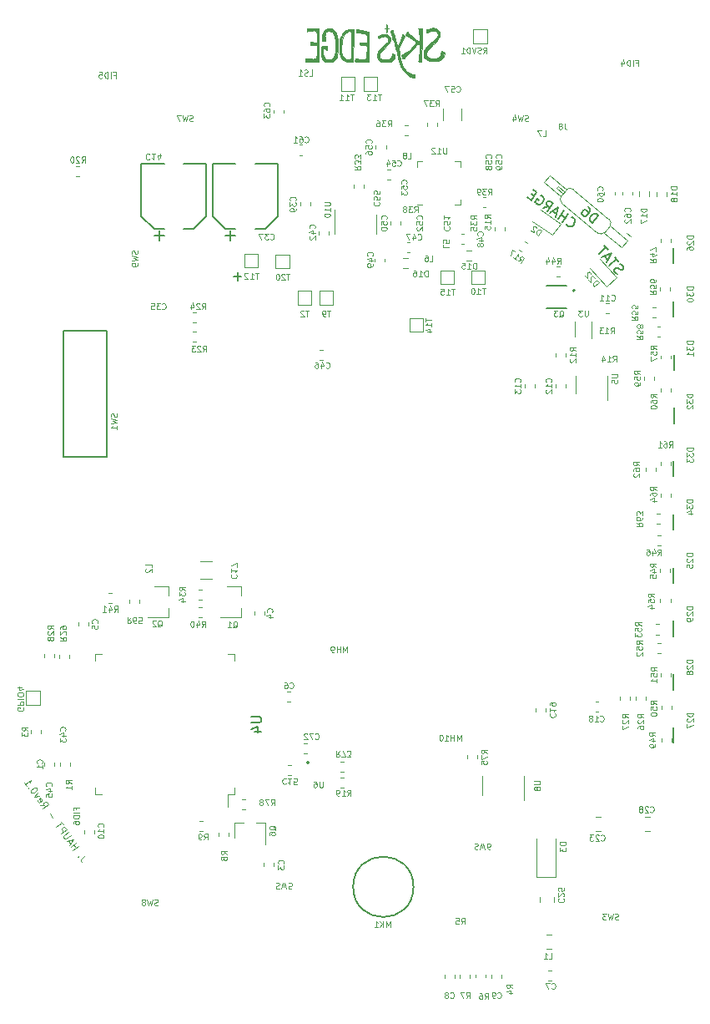
<source format=gbr>
G04 #@! TF.GenerationSoftware,KiCad,Pcbnew,6.0.0+dfsg1-2*
G04 #@! TF.CreationDate,2022-05-11T22:29:49-04:00*
G04 #@! TF.ProjectId,RUSP_Mainboard,52555350-5f4d-4616-996e-626f6172642e,rev?*
G04 #@! TF.SameCoordinates,Original*
G04 #@! TF.FileFunction,Legend,Bot*
G04 #@! TF.FilePolarity,Positive*
%FSLAX46Y46*%
G04 Gerber Fmt 4.6, Leading zero omitted, Abs format (unit mm)*
G04 Created by KiCad (PCBNEW 6.0.0+dfsg1-2) date 2022-05-11 22:29:49*
%MOMM*%
%LPD*%
G01*
G04 APERTURE LIST*
%ADD10C,0.120000*%
%ADD11C,0.150000*%
%ADD12C,0.127000*%
%ADD13C,0.200000*%
%ADD14C,0.010000*%
G04 APERTURE END LIST*
D10*
X119772713Y-139327062D02*
X119368205Y-139620954D01*
X119306896Y-139706700D01*
X119292147Y-139799820D01*
X119323959Y-139900315D01*
X119363144Y-139954249D01*
X119064408Y-139429653D02*
X119017847Y-139422279D01*
X119010473Y-139468839D01*
X119057033Y-139476213D01*
X119064408Y-139429653D01*
X119010473Y-139468839D01*
X118501059Y-138767691D02*
X119067371Y-138356241D01*
X118797699Y-138552170D02*
X118562585Y-138228563D01*
X118265945Y-138444084D02*
X118832257Y-138032635D01*
X118251413Y-138083822D02*
X118055484Y-137814150D01*
X118128795Y-138255314D02*
X118557957Y-137655093D01*
X117854495Y-137877772D01*
X118283657Y-137277552D02*
X117825214Y-137610630D01*
X117751687Y-137622849D01*
X117705127Y-137615474D01*
X117638974Y-137581133D01*
X117560603Y-137473264D01*
X117548384Y-137399736D01*
X117555759Y-137353176D01*
X117590100Y-137287023D01*
X118048543Y-136953945D01*
X117286303Y-137095723D02*
X117852615Y-136684273D01*
X117695872Y-136468535D01*
X117629719Y-136434193D01*
X117583159Y-136426819D01*
X117509632Y-136439037D01*
X117428730Y-136497816D01*
X117394389Y-136563969D01*
X117387014Y-136610529D01*
X117399233Y-136684056D01*
X117555975Y-136899794D01*
X117499944Y-136198863D02*
X117264830Y-135875256D01*
X116816075Y-136448509D02*
X117382387Y-136037059D01*
X116463620Y-135509716D02*
X116150135Y-135078241D01*
X115189869Y-134210229D02*
X115596691Y-134203071D01*
X115424983Y-134533835D02*
X115991295Y-134122386D01*
X115834552Y-133906648D01*
X115768399Y-133872306D01*
X115721839Y-133864932D01*
X115648312Y-133877150D01*
X115567410Y-133935929D01*
X115533069Y-134002082D01*
X115525694Y-134048642D01*
X115537913Y-134122169D01*
X115694655Y-134337907D01*
X114883758Y-133732193D02*
X114895976Y-133805720D01*
X114974348Y-133913589D01*
X115040501Y-133947931D01*
X115114028Y-133935712D01*
X115329766Y-133778969D01*
X115364107Y-133712817D01*
X115351889Y-133639289D01*
X115273518Y-133531420D01*
X115207365Y-133497079D01*
X115133837Y-133509297D01*
X115079903Y-133548483D01*
X115221897Y-133857341D01*
X115077589Y-133261748D02*
X114602084Y-133401212D01*
X114881661Y-132992076D01*
X114835317Y-132531319D02*
X114796132Y-132477384D01*
X114729979Y-132443043D01*
X114683419Y-132435668D01*
X114609891Y-132447887D01*
X114482429Y-132499291D01*
X114347593Y-132597255D01*
X114259317Y-132702594D01*
X114224976Y-132768747D01*
X114217601Y-132815307D01*
X114229820Y-132888834D01*
X114269005Y-132942769D01*
X114335158Y-132977110D01*
X114381718Y-132984485D01*
X114455246Y-132972266D01*
X114582707Y-132920862D01*
X114717544Y-132822898D01*
X114805820Y-132717559D01*
X114840161Y-132651406D01*
X114847536Y-132604846D01*
X114835317Y-132531319D01*
X114009454Y-132472107D02*
X113962894Y-132464733D01*
X113955520Y-132511293D01*
X114002080Y-132518667D01*
X114009454Y-132472107D01*
X113955520Y-132511293D01*
X113544070Y-131944981D02*
X113779184Y-132268588D01*
X113661627Y-132106784D02*
X114227939Y-131695335D01*
X114186223Y-131808048D01*
X114171474Y-131901168D01*
X114183693Y-131974695D01*
X134757142Y-116228571D02*
X134814285Y-116200000D01*
X134871428Y-116142857D01*
X134957142Y-116057142D01*
X135014285Y-116028571D01*
X135071428Y-116028571D01*
X135042857Y-116171428D02*
X135100000Y-116142857D01*
X135157142Y-116085714D01*
X135185714Y-115971428D01*
X135185714Y-115771428D01*
X135157142Y-115657142D01*
X135100000Y-115600000D01*
X135042857Y-115571428D01*
X134928571Y-115571428D01*
X134871428Y-115600000D01*
X134814285Y-115657142D01*
X134785714Y-115771428D01*
X134785714Y-115971428D01*
X134814285Y-116085714D01*
X134871428Y-116142857D01*
X134928571Y-116171428D01*
X135042857Y-116171428D01*
X134214285Y-116171428D02*
X134557142Y-116171428D01*
X134385714Y-116171428D02*
X134385714Y-115571428D01*
X134442857Y-115657142D01*
X134500000Y-115714285D01*
X134557142Y-115742857D01*
X127107142Y-116128571D02*
X127164285Y-116100000D01*
X127221428Y-116042857D01*
X127307142Y-115957142D01*
X127364285Y-115928571D01*
X127421428Y-115928571D01*
X127392857Y-116071428D02*
X127450000Y-116042857D01*
X127507142Y-115985714D01*
X127535714Y-115871428D01*
X127535714Y-115671428D01*
X127507142Y-115557142D01*
X127450000Y-115500000D01*
X127392857Y-115471428D01*
X127278571Y-115471428D01*
X127221428Y-115500000D01*
X127164285Y-115557142D01*
X127135714Y-115671428D01*
X127135714Y-115871428D01*
X127164285Y-115985714D01*
X127221428Y-116042857D01*
X127278571Y-116071428D01*
X127392857Y-116071428D01*
X126907142Y-115528571D02*
X126878571Y-115500000D01*
X126821428Y-115471428D01*
X126678571Y-115471428D01*
X126621428Y-115500000D01*
X126592857Y-115528571D01*
X126564285Y-115585714D01*
X126564285Y-115642857D01*
X126592857Y-115728571D01*
X126935714Y-116071428D01*
X126564285Y-116071428D01*
X160871428Y-74714285D02*
X160585714Y-74514285D01*
X160871428Y-74371428D02*
X160271428Y-74371428D01*
X160271428Y-74600000D01*
X160300000Y-74657142D01*
X160328571Y-74685714D01*
X160385714Y-74714285D01*
X160471428Y-74714285D01*
X160528571Y-74685714D01*
X160557142Y-74657142D01*
X160585714Y-74600000D01*
X160585714Y-74371428D01*
X160871428Y-75285714D02*
X160871428Y-74942857D01*
X160871428Y-75114285D02*
X160271428Y-75114285D01*
X160357142Y-75057142D01*
X160414285Y-75000000D01*
X160442857Y-74942857D01*
X160271428Y-75828571D02*
X160271428Y-75542857D01*
X160557142Y-75514285D01*
X160528571Y-75542857D01*
X160500000Y-75600000D01*
X160500000Y-75742857D01*
X160528571Y-75800000D01*
X160557142Y-75828571D01*
X160614285Y-75857142D01*
X160757142Y-75857142D01*
X160814285Y-75828571D01*
X160842857Y-75800000D01*
X160871428Y-75742857D01*
X160871428Y-75600000D01*
X160842857Y-75542857D01*
X160814285Y-75514285D01*
X129871428Y-112439285D02*
X129585714Y-112239285D01*
X129871428Y-112096428D02*
X129271428Y-112096428D01*
X129271428Y-112325000D01*
X129300000Y-112382142D01*
X129328571Y-112410714D01*
X129385714Y-112439285D01*
X129471428Y-112439285D01*
X129528571Y-112410714D01*
X129557142Y-112382142D01*
X129585714Y-112325000D01*
X129585714Y-112096428D01*
X129271428Y-112639285D02*
X129271428Y-113010714D01*
X129500000Y-112810714D01*
X129500000Y-112896428D01*
X129528571Y-112953571D01*
X129557142Y-112982142D01*
X129614285Y-113010714D01*
X129757142Y-113010714D01*
X129814285Y-112982142D01*
X129842857Y-112953571D01*
X129871428Y-112896428D01*
X129871428Y-112725000D01*
X129842857Y-112667857D01*
X129814285Y-112639285D01*
X129471428Y-113525000D02*
X129871428Y-113525000D01*
X129242857Y-113382142D02*
X129671428Y-113239285D01*
X129671428Y-113610714D01*
X131585714Y-116171428D02*
X131785714Y-115885714D01*
X131928571Y-116171428D02*
X131928571Y-115571428D01*
X131700000Y-115571428D01*
X131642857Y-115600000D01*
X131614285Y-115628571D01*
X131585714Y-115685714D01*
X131585714Y-115771428D01*
X131614285Y-115828571D01*
X131642857Y-115857142D01*
X131700000Y-115885714D01*
X131928571Y-115885714D01*
X131071428Y-115771428D02*
X131071428Y-116171428D01*
X131214285Y-115542857D02*
X131357142Y-115971428D01*
X130985714Y-115971428D01*
X130642857Y-115571428D02*
X130585714Y-115571428D01*
X130528571Y-115600000D01*
X130500000Y-115628571D01*
X130471428Y-115685714D01*
X130442857Y-115800000D01*
X130442857Y-115942857D01*
X130471428Y-116057142D01*
X130500000Y-116114285D01*
X130528571Y-116142857D01*
X130585714Y-116171428D01*
X130642857Y-116171428D01*
X130700000Y-116142857D01*
X130728571Y-116114285D01*
X130757142Y-116057142D01*
X130785714Y-115942857D01*
X130785714Y-115800000D01*
X130757142Y-115685714D01*
X130728571Y-115628571D01*
X130700000Y-115600000D01*
X130642857Y-115571428D01*
X122685714Y-114621428D02*
X122885714Y-114335714D01*
X123028571Y-114621428D02*
X123028571Y-114021428D01*
X122800000Y-114021428D01*
X122742857Y-114050000D01*
X122714285Y-114078571D01*
X122685714Y-114135714D01*
X122685714Y-114221428D01*
X122714285Y-114278571D01*
X122742857Y-114307142D01*
X122800000Y-114335714D01*
X123028571Y-114335714D01*
X122171428Y-114221428D02*
X122171428Y-114621428D01*
X122314285Y-113992857D02*
X122457142Y-114421428D01*
X122085714Y-114421428D01*
X121542857Y-114621428D02*
X121885714Y-114621428D01*
X121714285Y-114621428D02*
X121714285Y-114021428D01*
X121771428Y-114107142D01*
X121828571Y-114164285D01*
X121885714Y-114192857D01*
X124364285Y-115153571D02*
X124164285Y-115439285D01*
X124021428Y-115153571D02*
X124021428Y-115753571D01*
X124250000Y-115753571D01*
X124307142Y-115725000D01*
X124335714Y-115696428D01*
X124364285Y-115639285D01*
X124364285Y-115553571D01*
X124335714Y-115496428D01*
X124307142Y-115467857D01*
X124250000Y-115439285D01*
X124021428Y-115439285D01*
X124878571Y-115753571D02*
X124764285Y-115753571D01*
X124707142Y-115725000D01*
X124678571Y-115696428D01*
X124621428Y-115610714D01*
X124592857Y-115496428D01*
X124592857Y-115267857D01*
X124621428Y-115210714D01*
X124650000Y-115182142D01*
X124707142Y-115153571D01*
X124821428Y-115153571D01*
X124878571Y-115182142D01*
X124907142Y-115210714D01*
X124935714Y-115267857D01*
X124935714Y-115410714D01*
X124907142Y-115467857D01*
X124878571Y-115496428D01*
X124821428Y-115525000D01*
X124707142Y-115525000D01*
X124650000Y-115496428D01*
X124621428Y-115467857D01*
X124592857Y-115410714D01*
X125478571Y-115753571D02*
X125192857Y-115753571D01*
X125164285Y-115467857D01*
X125192857Y-115496428D01*
X125250000Y-115525000D01*
X125392857Y-115525000D01*
X125450000Y-115496428D01*
X125478571Y-115467857D01*
X125507142Y-115410714D01*
X125507142Y-115267857D01*
X125478571Y-115210714D01*
X125450000Y-115182142D01*
X125392857Y-115153571D01*
X125250000Y-115153571D01*
X125192857Y-115182142D01*
X125164285Y-115210714D01*
X120965285Y-115750000D02*
X120993857Y-115721428D01*
X121022428Y-115635714D01*
X121022428Y-115578571D01*
X120993857Y-115492857D01*
X120936714Y-115435714D01*
X120879571Y-115407142D01*
X120765285Y-115378571D01*
X120679571Y-115378571D01*
X120565285Y-115407142D01*
X120508142Y-115435714D01*
X120451000Y-115492857D01*
X120422428Y-115578571D01*
X120422428Y-115635714D01*
X120451000Y-115721428D01*
X120479571Y-115750000D01*
X120422428Y-116292857D02*
X120422428Y-116007142D01*
X120708142Y-115978571D01*
X120679571Y-116007142D01*
X120651000Y-116064285D01*
X120651000Y-116207142D01*
X120679571Y-116264285D01*
X120708142Y-116292857D01*
X120765285Y-116321428D01*
X120908142Y-116321428D01*
X120965285Y-116292857D01*
X120993857Y-116264285D01*
X121022428Y-116207142D01*
X121022428Y-116064285D01*
X120993857Y-116007142D01*
X120965285Y-115978571D01*
X160914285Y-68614285D02*
X160942857Y-68585714D01*
X160971428Y-68500000D01*
X160971428Y-68442857D01*
X160942857Y-68357142D01*
X160885714Y-68300000D01*
X160828571Y-68271428D01*
X160714285Y-68242857D01*
X160628571Y-68242857D01*
X160514285Y-68271428D01*
X160457142Y-68300000D01*
X160400000Y-68357142D01*
X160371428Y-68442857D01*
X160371428Y-68500000D01*
X160400000Y-68585714D01*
X160428571Y-68614285D01*
X160371428Y-69157142D02*
X160371428Y-68871428D01*
X160657142Y-68842857D01*
X160628571Y-68871428D01*
X160600000Y-68928571D01*
X160600000Y-69071428D01*
X160628571Y-69128571D01*
X160657142Y-69157142D01*
X160714285Y-69185714D01*
X160857142Y-69185714D01*
X160914285Y-69157142D01*
X160942857Y-69128571D01*
X160971428Y-69071428D01*
X160971428Y-68928571D01*
X160942857Y-68871428D01*
X160914285Y-68842857D01*
X160628571Y-69528571D02*
X160600000Y-69471428D01*
X160571428Y-69442857D01*
X160514285Y-69414285D01*
X160485714Y-69414285D01*
X160428571Y-69442857D01*
X160400000Y-69471428D01*
X160371428Y-69528571D01*
X160371428Y-69642857D01*
X160400000Y-69700000D01*
X160428571Y-69728571D01*
X160485714Y-69757142D01*
X160514285Y-69757142D01*
X160571428Y-69728571D01*
X160600000Y-69700000D01*
X160628571Y-69642857D01*
X160628571Y-69528571D01*
X160657142Y-69471428D01*
X160685714Y-69442857D01*
X160742857Y-69414285D01*
X160857142Y-69414285D01*
X160914285Y-69442857D01*
X160942857Y-69471428D01*
X160971428Y-69528571D01*
X160971428Y-69642857D01*
X160942857Y-69700000D01*
X160914285Y-69728571D01*
X160857142Y-69757142D01*
X160742857Y-69757142D01*
X160685714Y-69728571D01*
X160657142Y-69700000D01*
X160628571Y-69642857D01*
X148764285Y-67114285D02*
X148792857Y-67085714D01*
X148821428Y-67000000D01*
X148821428Y-66942857D01*
X148792857Y-66857142D01*
X148735714Y-66800000D01*
X148678571Y-66771428D01*
X148564285Y-66742857D01*
X148478571Y-66742857D01*
X148364285Y-66771428D01*
X148307142Y-66800000D01*
X148250000Y-66857142D01*
X148221428Y-66942857D01*
X148221428Y-67000000D01*
X148250000Y-67085714D01*
X148278571Y-67114285D01*
X148221428Y-67657142D02*
X148221428Y-67371428D01*
X148507142Y-67342857D01*
X148478571Y-67371428D01*
X148450000Y-67428571D01*
X148450000Y-67571428D01*
X148478571Y-67628571D01*
X148507142Y-67657142D01*
X148564285Y-67685714D01*
X148707142Y-67685714D01*
X148764285Y-67657142D01*
X148792857Y-67628571D01*
X148821428Y-67571428D01*
X148821428Y-67428571D01*
X148792857Y-67371428D01*
X148764285Y-67342857D01*
X148221428Y-68200000D02*
X148221428Y-68085714D01*
X148250000Y-68028571D01*
X148278571Y-68000000D01*
X148364285Y-67942857D01*
X148478571Y-67914285D01*
X148707142Y-67914285D01*
X148764285Y-67942857D01*
X148792857Y-67971428D01*
X148821428Y-68028571D01*
X148821428Y-68142857D01*
X148792857Y-68200000D01*
X148764285Y-68228571D01*
X148707142Y-68257142D01*
X148564285Y-68257142D01*
X148507142Y-68228571D01*
X148478571Y-68200000D01*
X148450000Y-68142857D01*
X148450000Y-68028571D01*
X148478571Y-67971428D01*
X148507142Y-67942857D01*
X148564285Y-67914285D01*
X149060714Y-73085714D02*
X149032142Y-73114285D01*
X149003571Y-73200000D01*
X149003571Y-73257142D01*
X149032142Y-73342857D01*
X149089285Y-73400000D01*
X149146428Y-73428571D01*
X149260714Y-73457142D01*
X149346428Y-73457142D01*
X149460714Y-73428571D01*
X149517857Y-73400000D01*
X149575000Y-73342857D01*
X149603571Y-73257142D01*
X149603571Y-73200000D01*
X149575000Y-73114285D01*
X149546428Y-73085714D01*
X149603571Y-72542857D02*
X149603571Y-72828571D01*
X149317857Y-72857142D01*
X149346428Y-72828571D01*
X149375000Y-72771428D01*
X149375000Y-72628571D01*
X149346428Y-72571428D01*
X149317857Y-72542857D01*
X149260714Y-72514285D01*
X149117857Y-72514285D01*
X149060714Y-72542857D01*
X149032142Y-72571428D01*
X149003571Y-72628571D01*
X149003571Y-72771428D01*
X149032142Y-72828571D01*
X149060714Y-72857142D01*
X149603571Y-71971428D02*
X149603571Y-72257142D01*
X149317857Y-72285714D01*
X149346428Y-72257142D01*
X149375000Y-72200000D01*
X149375000Y-72057142D01*
X149346428Y-72000000D01*
X149317857Y-71971428D01*
X149260714Y-71942857D01*
X149117857Y-71942857D01*
X149060714Y-71971428D01*
X149032142Y-72000000D01*
X149003571Y-72057142D01*
X149003571Y-72200000D01*
X149032142Y-72257142D01*
X149060714Y-72285714D01*
X152335285Y-71210285D02*
X152363857Y-71181714D01*
X152392428Y-71096000D01*
X152392428Y-71038857D01*
X152363857Y-70953142D01*
X152306714Y-70896000D01*
X152249571Y-70867428D01*
X152135285Y-70838857D01*
X152049571Y-70838857D01*
X151935285Y-70867428D01*
X151878142Y-70896000D01*
X151821000Y-70953142D01*
X151792428Y-71038857D01*
X151792428Y-71096000D01*
X151821000Y-71181714D01*
X151849571Y-71210285D01*
X151792428Y-71753142D02*
X151792428Y-71467428D01*
X152078142Y-71438857D01*
X152049571Y-71467428D01*
X152021000Y-71524571D01*
X152021000Y-71667428D01*
X152049571Y-71724571D01*
X152078142Y-71753142D01*
X152135285Y-71781714D01*
X152278142Y-71781714D01*
X152335285Y-71753142D01*
X152363857Y-71724571D01*
X152392428Y-71667428D01*
X152392428Y-71524571D01*
X152363857Y-71467428D01*
X152335285Y-71438857D01*
X151792428Y-71981714D02*
X151792428Y-72353142D01*
X152021000Y-72153142D01*
X152021000Y-72238857D01*
X152049571Y-72296000D01*
X152078142Y-72324571D01*
X152135285Y-72353142D01*
X152278142Y-72353142D01*
X152335285Y-72324571D01*
X152363857Y-72296000D01*
X152392428Y-72238857D01*
X152392428Y-72067428D01*
X152363857Y-72010285D01*
X152335285Y-71981714D01*
X153914285Y-74814285D02*
X153942857Y-74785714D01*
X153971428Y-74700000D01*
X153971428Y-74642857D01*
X153942857Y-74557142D01*
X153885714Y-74500000D01*
X153828571Y-74471428D01*
X153714285Y-74442857D01*
X153628571Y-74442857D01*
X153514285Y-74471428D01*
X153457142Y-74500000D01*
X153400000Y-74557142D01*
X153371428Y-74642857D01*
X153371428Y-74700000D01*
X153400000Y-74785714D01*
X153428571Y-74814285D01*
X153371428Y-75357142D02*
X153371428Y-75071428D01*
X153657142Y-75042857D01*
X153628571Y-75071428D01*
X153600000Y-75128571D01*
X153600000Y-75271428D01*
X153628571Y-75328571D01*
X153657142Y-75357142D01*
X153714285Y-75385714D01*
X153857142Y-75385714D01*
X153914285Y-75357142D01*
X153942857Y-75328571D01*
X153971428Y-75271428D01*
X153971428Y-75128571D01*
X153942857Y-75071428D01*
X153914285Y-75042857D01*
X153428571Y-75614285D02*
X153400000Y-75642857D01*
X153371428Y-75700000D01*
X153371428Y-75842857D01*
X153400000Y-75900000D01*
X153428571Y-75928571D01*
X153485714Y-75957142D01*
X153542857Y-75957142D01*
X153628571Y-75928571D01*
X153971428Y-75585714D01*
X153971428Y-75957142D01*
X156185714Y-75585714D02*
X156157142Y-75614285D01*
X156128571Y-75700000D01*
X156128571Y-75757142D01*
X156157142Y-75842857D01*
X156214285Y-75900000D01*
X156271428Y-75928571D01*
X156385714Y-75957142D01*
X156471428Y-75957142D01*
X156585714Y-75928571D01*
X156642857Y-75900000D01*
X156700000Y-75842857D01*
X156728571Y-75757142D01*
X156728571Y-75700000D01*
X156700000Y-75614285D01*
X156671428Y-75585714D01*
X156728571Y-75042857D02*
X156728571Y-75328571D01*
X156442857Y-75357142D01*
X156471428Y-75328571D01*
X156500000Y-75271428D01*
X156500000Y-75128571D01*
X156471428Y-75071428D01*
X156442857Y-75042857D01*
X156385714Y-75014285D01*
X156242857Y-75014285D01*
X156185714Y-75042857D01*
X156157142Y-75071428D01*
X156128571Y-75128571D01*
X156128571Y-75271428D01*
X156157142Y-75328571D01*
X156185714Y-75357142D01*
X156128571Y-74442857D02*
X156128571Y-74785714D01*
X156128571Y-74614285D02*
X156728571Y-74614285D01*
X156642857Y-74671428D01*
X156585714Y-74728571D01*
X156557142Y-74785714D01*
X148884285Y-78514285D02*
X148912857Y-78485714D01*
X148941428Y-78400000D01*
X148941428Y-78342857D01*
X148912857Y-78257142D01*
X148855714Y-78200000D01*
X148798571Y-78171428D01*
X148684285Y-78142857D01*
X148598571Y-78142857D01*
X148484285Y-78171428D01*
X148427142Y-78200000D01*
X148370000Y-78257142D01*
X148341428Y-78342857D01*
X148341428Y-78400000D01*
X148370000Y-78485714D01*
X148398571Y-78514285D01*
X148541428Y-79028571D02*
X148941428Y-79028571D01*
X148312857Y-78885714D02*
X148741428Y-78742857D01*
X148741428Y-79114285D01*
X148941428Y-79371428D02*
X148941428Y-79485714D01*
X148912857Y-79542857D01*
X148884285Y-79571428D01*
X148798571Y-79628571D01*
X148684285Y-79657142D01*
X148455714Y-79657142D01*
X148398571Y-79628571D01*
X148370000Y-79600000D01*
X148341428Y-79542857D01*
X148341428Y-79428571D01*
X148370000Y-79371428D01*
X148398571Y-79342857D01*
X148455714Y-79314285D01*
X148598571Y-79314285D01*
X148655714Y-79342857D01*
X148684285Y-79371428D01*
X148712857Y-79428571D01*
X148712857Y-79542857D01*
X148684285Y-79600000D01*
X148655714Y-79628571D01*
X148598571Y-79657142D01*
X160059285Y-76439285D02*
X160087857Y-76410714D01*
X160116428Y-76325000D01*
X160116428Y-76267857D01*
X160087857Y-76182142D01*
X160030714Y-76125000D01*
X159973571Y-76096428D01*
X159859285Y-76067857D01*
X159773571Y-76067857D01*
X159659285Y-76096428D01*
X159602142Y-76125000D01*
X159545000Y-76182142D01*
X159516428Y-76267857D01*
X159516428Y-76325000D01*
X159545000Y-76410714D01*
X159573571Y-76439285D01*
X159716428Y-76953571D02*
X160116428Y-76953571D01*
X159487857Y-76810714D02*
X159916428Y-76667857D01*
X159916428Y-77039285D01*
X159773571Y-77353571D02*
X159745000Y-77296428D01*
X159716428Y-77267857D01*
X159659285Y-77239285D01*
X159630714Y-77239285D01*
X159573571Y-77267857D01*
X159545000Y-77296428D01*
X159516428Y-77353571D01*
X159516428Y-77467857D01*
X159545000Y-77525000D01*
X159573571Y-77553571D01*
X159630714Y-77582142D01*
X159659285Y-77582142D01*
X159716428Y-77553571D01*
X159745000Y-77525000D01*
X159773571Y-77467857D01*
X159773571Y-77353571D01*
X159802142Y-77296428D01*
X159830714Y-77267857D01*
X159887857Y-77239285D01*
X160002142Y-77239285D01*
X160059285Y-77267857D01*
X160087857Y-77296428D01*
X160116428Y-77353571D01*
X160116428Y-77467857D01*
X160087857Y-77525000D01*
X160059285Y-77553571D01*
X160002142Y-77582142D01*
X159887857Y-77582142D01*
X159830714Y-77553571D01*
X159802142Y-77525000D01*
X159773571Y-77467857D01*
X153485714Y-76864285D02*
X153514285Y-76892857D01*
X153600000Y-76921428D01*
X153657142Y-76921428D01*
X153742857Y-76892857D01*
X153800000Y-76835714D01*
X153828571Y-76778571D01*
X153857142Y-76664285D01*
X153857142Y-76578571D01*
X153828571Y-76464285D01*
X153800000Y-76407142D01*
X153742857Y-76350000D01*
X153657142Y-76321428D01*
X153600000Y-76321428D01*
X153514285Y-76350000D01*
X153485714Y-76378571D01*
X152971428Y-76521428D02*
X152971428Y-76921428D01*
X153114285Y-76292857D02*
X153257142Y-76721428D01*
X152885714Y-76721428D01*
X152714285Y-76321428D02*
X152314285Y-76321428D01*
X152571428Y-76921428D01*
X144185714Y-89864285D02*
X144214285Y-89892857D01*
X144300000Y-89921428D01*
X144357142Y-89921428D01*
X144442857Y-89892857D01*
X144500000Y-89835714D01*
X144528571Y-89778571D01*
X144557142Y-89664285D01*
X144557142Y-89578571D01*
X144528571Y-89464285D01*
X144500000Y-89407142D01*
X144442857Y-89350000D01*
X144357142Y-89321428D01*
X144300000Y-89321428D01*
X144214285Y-89350000D01*
X144185714Y-89378571D01*
X143671428Y-89521428D02*
X143671428Y-89921428D01*
X143814285Y-89292857D02*
X143957142Y-89721428D01*
X143585714Y-89721428D01*
X143100000Y-89321428D02*
X143214285Y-89321428D01*
X143271428Y-89350000D01*
X143300000Y-89378571D01*
X143357142Y-89464285D01*
X143385714Y-89578571D01*
X143385714Y-89807142D01*
X143357142Y-89864285D01*
X143328571Y-89892857D01*
X143271428Y-89921428D01*
X143157142Y-89921428D01*
X143100000Y-89892857D01*
X143071428Y-89864285D01*
X143042857Y-89807142D01*
X143042857Y-89664285D01*
X143071428Y-89607142D01*
X143100000Y-89578571D01*
X143157142Y-89550000D01*
X143271428Y-89550000D01*
X143328571Y-89578571D01*
X143357142Y-89607142D01*
X143385714Y-89664285D01*
X141064285Y-72914285D02*
X141092857Y-72885714D01*
X141121428Y-72800000D01*
X141121428Y-72742857D01*
X141092857Y-72657142D01*
X141035714Y-72600000D01*
X140978571Y-72571428D01*
X140864285Y-72542857D01*
X140778571Y-72542857D01*
X140664285Y-72571428D01*
X140607142Y-72600000D01*
X140550000Y-72657142D01*
X140521428Y-72742857D01*
X140521428Y-72800000D01*
X140550000Y-72885714D01*
X140578571Y-72914285D01*
X140521428Y-73114285D02*
X140521428Y-73485714D01*
X140750000Y-73285714D01*
X140750000Y-73371428D01*
X140778571Y-73428571D01*
X140807142Y-73457142D01*
X140864285Y-73485714D01*
X141007142Y-73485714D01*
X141064285Y-73457142D01*
X141092857Y-73428571D01*
X141121428Y-73371428D01*
X141121428Y-73200000D01*
X141092857Y-73142857D01*
X141064285Y-73114285D01*
X141121428Y-73771428D02*
X141121428Y-73885714D01*
X141092857Y-73942857D01*
X141064285Y-73971428D01*
X140978571Y-74028571D01*
X140864285Y-74057142D01*
X140635714Y-74057142D01*
X140578571Y-74028571D01*
X140550000Y-74000000D01*
X140521428Y-73942857D01*
X140521428Y-73828571D01*
X140550000Y-73771428D01*
X140578571Y-73742857D01*
X140635714Y-73714285D01*
X140778571Y-73714285D01*
X140835714Y-73742857D01*
X140864285Y-73771428D01*
X140892857Y-73828571D01*
X140892857Y-73942857D01*
X140864285Y-74000000D01*
X140835714Y-74028571D01*
X140778571Y-74057142D01*
X138535714Y-76814285D02*
X138564285Y-76842857D01*
X138650000Y-76871428D01*
X138707142Y-76871428D01*
X138792857Y-76842857D01*
X138850000Y-76785714D01*
X138878571Y-76728571D01*
X138907142Y-76614285D01*
X138907142Y-76528571D01*
X138878571Y-76414285D01*
X138850000Y-76357142D01*
X138792857Y-76300000D01*
X138707142Y-76271428D01*
X138650000Y-76271428D01*
X138564285Y-76300000D01*
X138535714Y-76328571D01*
X138335714Y-76271428D02*
X137964285Y-76271428D01*
X138164285Y-76500000D01*
X138078571Y-76500000D01*
X138021428Y-76528571D01*
X137992857Y-76557142D01*
X137964285Y-76614285D01*
X137964285Y-76757142D01*
X137992857Y-76814285D01*
X138021428Y-76842857D01*
X138078571Y-76871428D01*
X138250000Y-76871428D01*
X138307142Y-76842857D01*
X138335714Y-76814285D01*
X137764285Y-76271428D02*
X137364285Y-76271428D01*
X137621428Y-76871428D01*
X127100000Y-144342857D02*
X127014285Y-144371428D01*
X126871428Y-144371428D01*
X126814285Y-144342857D01*
X126785714Y-144314285D01*
X126757142Y-144257142D01*
X126757142Y-144200000D01*
X126785714Y-144142857D01*
X126814285Y-144114285D01*
X126871428Y-144085714D01*
X126985714Y-144057142D01*
X127042857Y-144028571D01*
X127071428Y-144000000D01*
X127100000Y-143942857D01*
X127100000Y-143885714D01*
X127071428Y-143828571D01*
X127042857Y-143800000D01*
X126985714Y-143771428D01*
X126842857Y-143771428D01*
X126757142Y-143800000D01*
X126557142Y-143771428D02*
X126414285Y-144371428D01*
X126300000Y-143942857D01*
X126185714Y-144371428D01*
X126042857Y-143771428D01*
X125728571Y-144028571D02*
X125785714Y-144000000D01*
X125814285Y-143971428D01*
X125842857Y-143914285D01*
X125842857Y-143885714D01*
X125814285Y-143828571D01*
X125785714Y-143800000D01*
X125728571Y-143771428D01*
X125614285Y-143771428D01*
X125557142Y-143800000D01*
X125528571Y-143828571D01*
X125500000Y-143885714D01*
X125500000Y-143914285D01*
X125528571Y-143971428D01*
X125557142Y-144000000D01*
X125614285Y-144028571D01*
X125728571Y-144028571D01*
X125785714Y-144057142D01*
X125814285Y-144085714D01*
X125842857Y-144142857D01*
X125842857Y-144257142D01*
X125814285Y-144314285D01*
X125785714Y-144342857D01*
X125728571Y-144371428D01*
X125614285Y-144371428D01*
X125557142Y-144342857D01*
X125528571Y-144314285D01*
X125500000Y-144257142D01*
X125500000Y-144142857D01*
X125528571Y-144085714D01*
X125557142Y-144057142D01*
X125614285Y-144028571D01*
X130673000Y-64842857D02*
X130587285Y-64871428D01*
X130444428Y-64871428D01*
X130387285Y-64842857D01*
X130358714Y-64814285D01*
X130330142Y-64757142D01*
X130330142Y-64700000D01*
X130358714Y-64642857D01*
X130387285Y-64614285D01*
X130444428Y-64585714D01*
X130558714Y-64557142D01*
X130615857Y-64528571D01*
X130644428Y-64500000D01*
X130673000Y-64442857D01*
X130673000Y-64385714D01*
X130644428Y-64328571D01*
X130615857Y-64300000D01*
X130558714Y-64271428D01*
X130415857Y-64271428D01*
X130330142Y-64300000D01*
X130130142Y-64271428D02*
X129987285Y-64871428D01*
X129873000Y-64442857D01*
X129758714Y-64871428D01*
X129615857Y-64271428D01*
X129444428Y-64271428D02*
X129044428Y-64271428D01*
X129301571Y-64871428D01*
X159250000Y-138107142D02*
X159335714Y-138078571D01*
X159478571Y-138078571D01*
X159535714Y-138107142D01*
X159564285Y-138135714D01*
X159592857Y-138192857D01*
X159592857Y-138250000D01*
X159564285Y-138307142D01*
X159535714Y-138335714D01*
X159478571Y-138364285D01*
X159364285Y-138392857D01*
X159307142Y-138421428D01*
X159278571Y-138450000D01*
X159250000Y-138507142D01*
X159250000Y-138564285D01*
X159278571Y-138621428D01*
X159307142Y-138650000D01*
X159364285Y-138678571D01*
X159507142Y-138678571D01*
X159592857Y-138650000D01*
X159792857Y-138678571D02*
X159935714Y-138078571D01*
X160050000Y-138507142D01*
X160164285Y-138078571D01*
X160307142Y-138678571D01*
X160792857Y-138678571D02*
X160678571Y-138678571D01*
X160621428Y-138650000D01*
X160592857Y-138621428D01*
X160535714Y-138535714D01*
X160507142Y-138421428D01*
X160507142Y-138192857D01*
X160535714Y-138135714D01*
X160564285Y-138107142D01*
X160621428Y-138078571D01*
X160735714Y-138078571D01*
X160792857Y-138107142D01*
X160821428Y-138135714D01*
X160850000Y-138192857D01*
X160850000Y-138335714D01*
X160821428Y-138392857D01*
X160792857Y-138421428D01*
X160735714Y-138450000D01*
X160621428Y-138450000D01*
X160564285Y-138421428D01*
X160535714Y-138392857D01*
X160507142Y-138335714D01*
X139100000Y-142107142D02*
X139185714Y-142078571D01*
X139328571Y-142078571D01*
X139385714Y-142107142D01*
X139414285Y-142135714D01*
X139442857Y-142192857D01*
X139442857Y-142250000D01*
X139414285Y-142307142D01*
X139385714Y-142335714D01*
X139328571Y-142364285D01*
X139214285Y-142392857D01*
X139157142Y-142421428D01*
X139128571Y-142450000D01*
X139100000Y-142507142D01*
X139100000Y-142564285D01*
X139128571Y-142621428D01*
X139157142Y-142650000D01*
X139214285Y-142678571D01*
X139357142Y-142678571D01*
X139442857Y-142650000D01*
X139642857Y-142678571D02*
X139785714Y-142078571D01*
X139900000Y-142507142D01*
X140014285Y-142078571D01*
X140157142Y-142678571D01*
X140671428Y-142678571D02*
X140385714Y-142678571D01*
X140357142Y-142392857D01*
X140385714Y-142421428D01*
X140442857Y-142450000D01*
X140585714Y-142450000D01*
X140642857Y-142421428D01*
X140671428Y-142392857D01*
X140700000Y-142335714D01*
X140700000Y-142192857D01*
X140671428Y-142135714D01*
X140642857Y-142107142D01*
X140585714Y-142078571D01*
X140442857Y-142078571D01*
X140385714Y-142107142D01*
X140357142Y-142135714D01*
X164700000Y-64842857D02*
X164614285Y-64871428D01*
X164471428Y-64871428D01*
X164414285Y-64842857D01*
X164385714Y-64814285D01*
X164357142Y-64757142D01*
X164357142Y-64700000D01*
X164385714Y-64642857D01*
X164414285Y-64614285D01*
X164471428Y-64585714D01*
X164585714Y-64557142D01*
X164642857Y-64528571D01*
X164671428Y-64500000D01*
X164700000Y-64442857D01*
X164700000Y-64385714D01*
X164671428Y-64328571D01*
X164642857Y-64300000D01*
X164585714Y-64271428D01*
X164442857Y-64271428D01*
X164357142Y-64300000D01*
X164157142Y-64271428D02*
X164014285Y-64871428D01*
X163900000Y-64442857D01*
X163785714Y-64871428D01*
X163642857Y-64271428D01*
X163157142Y-64471428D02*
X163157142Y-64871428D01*
X163300000Y-64242857D02*
X163442857Y-64671428D01*
X163071428Y-64671428D01*
X160142857Y-57994428D02*
X160342857Y-57708714D01*
X160485714Y-57994428D02*
X160485714Y-57394428D01*
X160257142Y-57394428D01*
X160200000Y-57423000D01*
X160171428Y-57451571D01*
X160142857Y-57508714D01*
X160142857Y-57594428D01*
X160171428Y-57651571D01*
X160200000Y-57680142D01*
X160257142Y-57708714D01*
X160485714Y-57708714D01*
X159914285Y-57965857D02*
X159828571Y-57994428D01*
X159685714Y-57994428D01*
X159628571Y-57965857D01*
X159600000Y-57937285D01*
X159571428Y-57880142D01*
X159571428Y-57823000D01*
X159600000Y-57765857D01*
X159628571Y-57737285D01*
X159685714Y-57708714D01*
X159800000Y-57680142D01*
X159857142Y-57651571D01*
X159885714Y-57623000D01*
X159914285Y-57565857D01*
X159914285Y-57508714D01*
X159885714Y-57451571D01*
X159857142Y-57423000D01*
X159800000Y-57394428D01*
X159657142Y-57394428D01*
X159571428Y-57423000D01*
X159400000Y-57394428D02*
X159200000Y-57994428D01*
X159000000Y-57394428D01*
X158800000Y-57994428D02*
X158800000Y-57394428D01*
X158657142Y-57394428D01*
X158571428Y-57423000D01*
X158514285Y-57480142D01*
X158485714Y-57537285D01*
X158457142Y-57651571D01*
X158457142Y-57737285D01*
X158485714Y-57851571D01*
X158514285Y-57908714D01*
X158571428Y-57965857D01*
X158657142Y-57994428D01*
X158800000Y-57994428D01*
X157885714Y-57994428D02*
X158228571Y-57994428D01*
X158057142Y-57994428D02*
X158057142Y-57394428D01*
X158114285Y-57480142D01*
X158171428Y-57537285D01*
X158228571Y-57565857D01*
X142457142Y-84071428D02*
X142114285Y-84071428D01*
X142285714Y-84671428D02*
X142285714Y-84071428D01*
X141942857Y-84128571D02*
X141914285Y-84100000D01*
X141857142Y-84071428D01*
X141714285Y-84071428D01*
X141657142Y-84100000D01*
X141628571Y-84128571D01*
X141600000Y-84185714D01*
X141600000Y-84242857D01*
X141628571Y-84328571D01*
X141971428Y-84671428D01*
X141600000Y-84671428D01*
X144657142Y-84071428D02*
X144314285Y-84071428D01*
X144485714Y-84671428D02*
X144485714Y-84071428D01*
X144085714Y-84671428D02*
X143971428Y-84671428D01*
X143914285Y-84642857D01*
X143885714Y-84614285D01*
X143828571Y-84528571D01*
X143800000Y-84414285D01*
X143800000Y-84185714D01*
X143828571Y-84128571D01*
X143857142Y-84100000D01*
X143914285Y-84071428D01*
X144028571Y-84071428D01*
X144085714Y-84100000D01*
X144114285Y-84128571D01*
X144142857Y-84185714D01*
X144142857Y-84328571D01*
X144114285Y-84385714D01*
X144085714Y-84414285D01*
X144028571Y-84442857D01*
X143914285Y-84442857D01*
X143857142Y-84414285D01*
X143828571Y-84385714D01*
X143800000Y-84328571D01*
X168400000Y-65091428D02*
X168400000Y-65520000D01*
X168428571Y-65605714D01*
X168485714Y-65662857D01*
X168571428Y-65691428D01*
X168628571Y-65691428D01*
X168028571Y-65348571D02*
X168085714Y-65320000D01*
X168114285Y-65291428D01*
X168142857Y-65234285D01*
X168142857Y-65205714D01*
X168114285Y-65148571D01*
X168085714Y-65120000D01*
X168028571Y-65091428D01*
X167914285Y-65091428D01*
X167857142Y-65120000D01*
X167828571Y-65148571D01*
X167800000Y-65205714D01*
X167800000Y-65234285D01*
X167828571Y-65291428D01*
X167857142Y-65320000D01*
X167914285Y-65348571D01*
X168028571Y-65348571D01*
X168085714Y-65377142D01*
X168114285Y-65405714D01*
X168142857Y-65462857D01*
X168142857Y-65577142D01*
X168114285Y-65634285D01*
X168085714Y-65662857D01*
X168028571Y-65691428D01*
X167914285Y-65691428D01*
X167857142Y-65662857D01*
X167828571Y-65634285D01*
X167800000Y-65577142D01*
X167800000Y-65462857D01*
X167828571Y-65405714D01*
X167857142Y-65377142D01*
X167914285Y-65348571D01*
X137342857Y-80271428D02*
X137000000Y-80271428D01*
X137171428Y-80871428D02*
X137171428Y-80271428D01*
X136485714Y-80871428D02*
X136828571Y-80871428D01*
X136657142Y-80871428D02*
X136657142Y-80271428D01*
X136714285Y-80357142D01*
X136771428Y-80414285D01*
X136828571Y-80442857D01*
X136257142Y-80328571D02*
X136228571Y-80300000D01*
X136171428Y-80271428D01*
X136028571Y-80271428D01*
X135971428Y-80300000D01*
X135942857Y-80328571D01*
X135914285Y-80385714D01*
X135914285Y-80442857D01*
X135942857Y-80528571D01*
X136285714Y-80871428D01*
X135914285Y-80871428D01*
X140517857Y-80371428D02*
X140175000Y-80371428D01*
X140346428Y-80971428D02*
X140346428Y-80371428D01*
X140003571Y-80428571D02*
X139975000Y-80400000D01*
X139917857Y-80371428D01*
X139775000Y-80371428D01*
X139717857Y-80400000D01*
X139689285Y-80428571D01*
X139660714Y-80485714D01*
X139660714Y-80542857D01*
X139689285Y-80628571D01*
X140032142Y-80971428D01*
X139660714Y-80971428D01*
X139289285Y-80371428D02*
X139232142Y-80371428D01*
X139175000Y-80400000D01*
X139146428Y-80428571D01*
X139117857Y-80485714D01*
X139089285Y-80600000D01*
X139089285Y-80742857D01*
X139117857Y-80857142D01*
X139146428Y-80914285D01*
X139175000Y-80942857D01*
X139232142Y-80971428D01*
X139289285Y-80971428D01*
X139346428Y-80942857D01*
X139375000Y-80914285D01*
X139403571Y-80857142D01*
X139432142Y-80742857D01*
X139432142Y-80600000D01*
X139403571Y-80485714D01*
X139375000Y-80428571D01*
X139346428Y-80400000D01*
X139289285Y-80371428D01*
X149767857Y-62146428D02*
X149425000Y-62146428D01*
X149596428Y-62746428D02*
X149596428Y-62146428D01*
X148910714Y-62746428D02*
X149253571Y-62746428D01*
X149082142Y-62746428D02*
X149082142Y-62146428D01*
X149139285Y-62232142D01*
X149196428Y-62289285D01*
X149253571Y-62317857D01*
X148710714Y-62146428D02*
X148339285Y-62146428D01*
X148539285Y-62375000D01*
X148453571Y-62375000D01*
X148396428Y-62403571D01*
X148367857Y-62432142D01*
X148339285Y-62489285D01*
X148339285Y-62632142D01*
X148367857Y-62689285D01*
X148396428Y-62717857D01*
X148453571Y-62746428D01*
X148625000Y-62746428D01*
X148682142Y-62717857D01*
X148710714Y-62689285D01*
X157242857Y-81871428D02*
X156900000Y-81871428D01*
X157071428Y-82471428D02*
X157071428Y-81871428D01*
X156385714Y-82471428D02*
X156728571Y-82471428D01*
X156557142Y-82471428D02*
X156557142Y-81871428D01*
X156614285Y-81957142D01*
X156671428Y-82014285D01*
X156728571Y-82042857D01*
X155842857Y-81871428D02*
X156128571Y-81871428D01*
X156157142Y-82157142D01*
X156128571Y-82128571D01*
X156071428Y-82100000D01*
X155928571Y-82100000D01*
X155871428Y-82128571D01*
X155842857Y-82157142D01*
X155814285Y-82214285D01*
X155814285Y-82357142D01*
X155842857Y-82414285D01*
X155871428Y-82442857D01*
X155928571Y-82471428D01*
X156071428Y-82471428D01*
X156128571Y-82442857D01*
X156157142Y-82414285D01*
X176421428Y-125364285D02*
X176135714Y-125164285D01*
X176421428Y-125021428D02*
X175821428Y-125021428D01*
X175821428Y-125250000D01*
X175850000Y-125307142D01*
X175878571Y-125335714D01*
X175935714Y-125364285D01*
X176021428Y-125364285D01*
X176078571Y-125335714D01*
X176107142Y-125307142D01*
X176135714Y-125250000D01*
X176135714Y-125021428D01*
X175878571Y-125592857D02*
X175850000Y-125621428D01*
X175821428Y-125678571D01*
X175821428Y-125821428D01*
X175850000Y-125878571D01*
X175878571Y-125907142D01*
X175935714Y-125935714D01*
X175992857Y-125935714D01*
X176078571Y-125907142D01*
X176421428Y-125564285D01*
X176421428Y-125935714D01*
X175821428Y-126450000D02*
X175821428Y-126335714D01*
X175850000Y-126278571D01*
X175878571Y-126250000D01*
X175964285Y-126192857D01*
X176078571Y-126164285D01*
X176307142Y-126164285D01*
X176364285Y-126192857D01*
X176392857Y-126221428D01*
X176421428Y-126278571D01*
X176421428Y-126392857D01*
X176392857Y-126450000D01*
X176364285Y-126478571D01*
X176307142Y-126507142D01*
X176164285Y-126507142D01*
X176107142Y-126478571D01*
X176078571Y-126450000D01*
X176050000Y-126392857D01*
X176050000Y-126278571D01*
X176078571Y-126221428D01*
X176107142Y-126192857D01*
X176164285Y-126164285D01*
X154271428Y-84857142D02*
X154271428Y-85200000D01*
X154871428Y-85028571D02*
X154271428Y-85028571D01*
X154871428Y-85714285D02*
X154871428Y-85371428D01*
X154871428Y-85542857D02*
X154271428Y-85542857D01*
X154357142Y-85485714D01*
X154414285Y-85428571D01*
X154442857Y-85371428D01*
X154471428Y-86228571D02*
X154871428Y-86228571D01*
X154242857Y-86085714D02*
X154671428Y-85942857D01*
X154671428Y-86314285D01*
X147017857Y-62171428D02*
X146675000Y-62171428D01*
X146846428Y-62771428D02*
X146846428Y-62171428D01*
X146160714Y-62771428D02*
X146503571Y-62771428D01*
X146332142Y-62771428D02*
X146332142Y-62171428D01*
X146389285Y-62257142D01*
X146446428Y-62314285D01*
X146503571Y-62342857D01*
X145589285Y-62771428D02*
X145932142Y-62771428D01*
X145760714Y-62771428D02*
X145760714Y-62171428D01*
X145817857Y-62257142D01*
X145875000Y-62314285D01*
X145932142Y-62342857D01*
X160342857Y-81819428D02*
X160000000Y-81819428D01*
X160171428Y-82419428D02*
X160171428Y-81819428D01*
X159485714Y-82419428D02*
X159828571Y-82419428D01*
X159657142Y-82419428D02*
X159657142Y-81819428D01*
X159714285Y-81905142D01*
X159771428Y-81962285D01*
X159828571Y-81990857D01*
X159114285Y-81819428D02*
X159057142Y-81819428D01*
X159000000Y-81848000D01*
X158971428Y-81876571D01*
X158942857Y-81933714D01*
X158914285Y-82048000D01*
X158914285Y-82190857D01*
X158942857Y-82305142D01*
X158971428Y-82362285D01*
X159000000Y-82390857D01*
X159057142Y-82419428D01*
X159114285Y-82419428D01*
X159171428Y-82390857D01*
X159200000Y-82362285D01*
X159228571Y-82305142D01*
X159257142Y-82190857D01*
X159257142Y-82048000D01*
X159228571Y-81933714D01*
X159200000Y-81876571D01*
X159171428Y-81848000D01*
X159114285Y-81819428D01*
X172085714Y-137764285D02*
X172114285Y-137792857D01*
X172200000Y-137821428D01*
X172257142Y-137821428D01*
X172342857Y-137792857D01*
X172400000Y-137735714D01*
X172428571Y-137678571D01*
X172457142Y-137564285D01*
X172457142Y-137478571D01*
X172428571Y-137364285D01*
X172400000Y-137307142D01*
X172342857Y-137250000D01*
X172257142Y-137221428D01*
X172200000Y-137221428D01*
X172114285Y-137250000D01*
X172085714Y-137278571D01*
X171857142Y-137278571D02*
X171828571Y-137250000D01*
X171771428Y-137221428D01*
X171628571Y-137221428D01*
X171571428Y-137250000D01*
X171542857Y-137278571D01*
X171514285Y-137335714D01*
X171514285Y-137392857D01*
X171542857Y-137478571D01*
X171885714Y-137821428D01*
X171514285Y-137821428D01*
X171314285Y-137221428D02*
X170942857Y-137221428D01*
X171142857Y-137450000D01*
X171057142Y-137450000D01*
X171000000Y-137478571D01*
X170971428Y-137507142D01*
X170942857Y-137564285D01*
X170942857Y-137707142D01*
X170971428Y-137764285D01*
X171000000Y-137792857D01*
X171057142Y-137821428D01*
X171228571Y-137821428D01*
X171285714Y-137792857D01*
X171314285Y-137764285D01*
X166935714Y-124935714D02*
X166907142Y-124964285D01*
X166878571Y-125050000D01*
X166878571Y-125107142D01*
X166907142Y-125192857D01*
X166964285Y-125250000D01*
X167021428Y-125278571D01*
X167135714Y-125307142D01*
X167221428Y-125307142D01*
X167335714Y-125278571D01*
X167392857Y-125250000D01*
X167450000Y-125192857D01*
X167478571Y-125107142D01*
X167478571Y-125050000D01*
X167450000Y-124964285D01*
X167421428Y-124935714D01*
X166878571Y-124364285D02*
X166878571Y-124707142D01*
X166878571Y-124535714D02*
X167478571Y-124535714D01*
X167392857Y-124592857D01*
X167335714Y-124650000D01*
X167307142Y-124707142D01*
X166878571Y-124078571D02*
X166878571Y-123964285D01*
X166907142Y-123907142D01*
X166935714Y-123878571D01*
X167021428Y-123821428D01*
X167135714Y-123792857D01*
X167364285Y-123792857D01*
X167421428Y-123821428D01*
X167450000Y-123850000D01*
X167478571Y-123907142D01*
X167478571Y-124021428D01*
X167450000Y-124078571D01*
X167421428Y-124107142D01*
X167364285Y-124135714D01*
X167221428Y-124135714D01*
X167164285Y-124107142D01*
X167135714Y-124078571D01*
X167107142Y-124021428D01*
X167107142Y-123907142D01*
X167135714Y-123850000D01*
X167164285Y-123821428D01*
X167221428Y-123792857D01*
X172010714Y-125689285D02*
X172039285Y-125717857D01*
X172125000Y-125746428D01*
X172182142Y-125746428D01*
X172267857Y-125717857D01*
X172325000Y-125660714D01*
X172353571Y-125603571D01*
X172382142Y-125489285D01*
X172382142Y-125403571D01*
X172353571Y-125289285D01*
X172325000Y-125232142D01*
X172267857Y-125175000D01*
X172182142Y-125146428D01*
X172125000Y-125146428D01*
X172039285Y-125175000D01*
X172010714Y-125203571D01*
X171439285Y-125746428D02*
X171782142Y-125746428D01*
X171610714Y-125746428D02*
X171610714Y-125146428D01*
X171667857Y-125232142D01*
X171725000Y-125289285D01*
X171782142Y-125317857D01*
X171096428Y-125403571D02*
X171153571Y-125375000D01*
X171182142Y-125346428D01*
X171210714Y-125289285D01*
X171210714Y-125260714D01*
X171182142Y-125203571D01*
X171153571Y-125175000D01*
X171096428Y-125146428D01*
X170982142Y-125146428D01*
X170925000Y-125175000D01*
X170896428Y-125203571D01*
X170867857Y-125260714D01*
X170867857Y-125289285D01*
X170896428Y-125346428D01*
X170925000Y-125375000D01*
X170982142Y-125403571D01*
X171096428Y-125403571D01*
X171153571Y-125432142D01*
X171182142Y-125460714D01*
X171210714Y-125517857D01*
X171210714Y-125632142D01*
X171182142Y-125689285D01*
X171153571Y-125717857D01*
X171096428Y-125746428D01*
X170982142Y-125746428D01*
X170925000Y-125717857D01*
X170896428Y-125689285D01*
X170867857Y-125632142D01*
X170867857Y-125517857D01*
X170896428Y-125460714D01*
X170925000Y-125432142D01*
X170982142Y-125403571D01*
X140512500Y-122314285D02*
X140541071Y-122342857D01*
X140626785Y-122371428D01*
X140683928Y-122371428D01*
X140769642Y-122342857D01*
X140826785Y-122285714D01*
X140855357Y-122228571D01*
X140883928Y-122114285D01*
X140883928Y-122028571D01*
X140855357Y-121914285D01*
X140826785Y-121857142D01*
X140769642Y-121800000D01*
X140683928Y-121771428D01*
X140626785Y-121771428D01*
X140541071Y-121800000D01*
X140512500Y-121828571D01*
X139998214Y-121771428D02*
X140112500Y-121771428D01*
X140169642Y-121800000D01*
X140198214Y-121828571D01*
X140255357Y-121914285D01*
X140283928Y-122028571D01*
X140283928Y-122257142D01*
X140255357Y-122314285D01*
X140226785Y-122342857D01*
X140169642Y-122371428D01*
X140055357Y-122371428D01*
X139998214Y-122342857D01*
X139969642Y-122314285D01*
X139941071Y-122257142D01*
X139941071Y-122114285D01*
X139969642Y-122057142D01*
X139998214Y-122028571D01*
X140055357Y-122000000D01*
X140169642Y-122000000D01*
X140226785Y-122028571D01*
X140255357Y-122057142D01*
X140283928Y-122114285D01*
X138714285Y-114650000D02*
X138742857Y-114621428D01*
X138771428Y-114535714D01*
X138771428Y-114478571D01*
X138742857Y-114392857D01*
X138685714Y-114335714D01*
X138628571Y-114307142D01*
X138514285Y-114278571D01*
X138428571Y-114278571D01*
X138314285Y-114307142D01*
X138257142Y-114335714D01*
X138200000Y-114392857D01*
X138171428Y-114478571D01*
X138171428Y-114535714D01*
X138200000Y-114621428D01*
X138228571Y-114650000D01*
X138371428Y-115164285D02*
X138771428Y-115164285D01*
X138142857Y-115021428D02*
X138571428Y-114878571D01*
X138571428Y-115250000D01*
X115364285Y-129950000D02*
X115392857Y-129921428D01*
X115421428Y-129835714D01*
X115421428Y-129778571D01*
X115392857Y-129692857D01*
X115335714Y-129635714D01*
X115278571Y-129607142D01*
X115164285Y-129578571D01*
X115078571Y-129578571D01*
X114964285Y-129607142D01*
X114907142Y-129635714D01*
X114850000Y-129692857D01*
X114821428Y-129778571D01*
X114821428Y-129835714D01*
X114850000Y-129921428D01*
X114878571Y-129950000D01*
X115421428Y-130521428D02*
X115421428Y-130178571D01*
X115421428Y-130350000D02*
X114821428Y-130350000D01*
X114907142Y-130292857D01*
X114964285Y-130235714D01*
X114992857Y-130178571D01*
X131585714Y-83921428D02*
X131785714Y-83635714D01*
X131928571Y-83921428D02*
X131928571Y-83321428D01*
X131700000Y-83321428D01*
X131642857Y-83350000D01*
X131614285Y-83378571D01*
X131585714Y-83435714D01*
X131585714Y-83521428D01*
X131614285Y-83578571D01*
X131642857Y-83607142D01*
X131700000Y-83635714D01*
X131928571Y-83635714D01*
X131357142Y-83378571D02*
X131328571Y-83350000D01*
X131271428Y-83321428D01*
X131128571Y-83321428D01*
X131071428Y-83350000D01*
X131042857Y-83378571D01*
X131014285Y-83435714D01*
X131014285Y-83492857D01*
X131042857Y-83578571D01*
X131385714Y-83921428D01*
X131014285Y-83921428D01*
X130500000Y-83521428D02*
X130500000Y-83921428D01*
X130642857Y-83292857D02*
X130785714Y-83721428D01*
X130414285Y-83721428D01*
X139864285Y-140150000D02*
X139892857Y-140121428D01*
X139921428Y-140035714D01*
X139921428Y-139978571D01*
X139892857Y-139892857D01*
X139835714Y-139835714D01*
X139778571Y-139807142D01*
X139664285Y-139778571D01*
X139578571Y-139778571D01*
X139464285Y-139807142D01*
X139407142Y-139835714D01*
X139350000Y-139892857D01*
X139321428Y-139978571D01*
X139321428Y-140035714D01*
X139350000Y-140121428D01*
X139378571Y-140150000D01*
X139321428Y-140350000D02*
X139321428Y-140721428D01*
X139550000Y-140521428D01*
X139550000Y-140607142D01*
X139578571Y-140664285D01*
X139607142Y-140692857D01*
X139664285Y-140721428D01*
X139807142Y-140721428D01*
X139864285Y-140692857D01*
X139892857Y-140664285D01*
X139921428Y-140607142D01*
X139921428Y-140435714D01*
X139892857Y-140378571D01*
X139864285Y-140350000D01*
X167100000Y-152784285D02*
X167128571Y-152812857D01*
X167214285Y-152841428D01*
X167271428Y-152841428D01*
X167357142Y-152812857D01*
X167414285Y-152755714D01*
X167442857Y-152698571D01*
X167471428Y-152584285D01*
X167471428Y-152498571D01*
X167442857Y-152384285D01*
X167414285Y-152327142D01*
X167357142Y-152270000D01*
X167271428Y-152241428D01*
X167214285Y-152241428D01*
X167128571Y-152270000D01*
X167100000Y-152298571D01*
X166900000Y-152241428D02*
X166500000Y-152241428D01*
X166757142Y-152841428D01*
X181371428Y-108671428D02*
X180771428Y-108671428D01*
X180771428Y-108814285D01*
X180800000Y-108900000D01*
X180857142Y-108957142D01*
X180914285Y-108985714D01*
X181028571Y-109014285D01*
X181114285Y-109014285D01*
X181228571Y-108985714D01*
X181285714Y-108957142D01*
X181342857Y-108900000D01*
X181371428Y-108814285D01*
X181371428Y-108671428D01*
X180828571Y-109242857D02*
X180800000Y-109271428D01*
X180771428Y-109328571D01*
X180771428Y-109471428D01*
X180800000Y-109528571D01*
X180828571Y-109557142D01*
X180885714Y-109585714D01*
X180942857Y-109585714D01*
X181028571Y-109557142D01*
X181371428Y-109214285D01*
X181371428Y-109585714D01*
X180771428Y-110128571D02*
X180771428Y-109842857D01*
X181057142Y-109814285D01*
X181028571Y-109842857D01*
X181000000Y-109900000D01*
X181000000Y-110042857D01*
X181028571Y-110100000D01*
X181057142Y-110128571D01*
X181114285Y-110157142D01*
X181257142Y-110157142D01*
X181314285Y-110128571D01*
X181342857Y-110100000D01*
X181371428Y-110042857D01*
X181371428Y-109900000D01*
X181342857Y-109842857D01*
X181314285Y-109814285D01*
X134585714Y-110835714D02*
X134557142Y-110864285D01*
X134528571Y-110950000D01*
X134528571Y-111007142D01*
X134557142Y-111092857D01*
X134614285Y-111150000D01*
X134671428Y-111178571D01*
X134785714Y-111207142D01*
X134871428Y-111207142D01*
X134985714Y-111178571D01*
X135042857Y-111150000D01*
X135100000Y-111092857D01*
X135128571Y-111007142D01*
X135128571Y-110950000D01*
X135100000Y-110864285D01*
X135071428Y-110835714D01*
X134528571Y-110264285D02*
X134528571Y-110607142D01*
X134528571Y-110435714D02*
X135128571Y-110435714D01*
X135042857Y-110492857D01*
X134985714Y-110550000D01*
X134957142Y-110607142D01*
X135128571Y-110064285D02*
X135128571Y-109664285D01*
X134528571Y-109921428D01*
X150685714Y-146571428D02*
X150685714Y-145971428D01*
X150485714Y-146400000D01*
X150285714Y-145971428D01*
X150285714Y-146571428D01*
X150000000Y-146571428D02*
X150000000Y-145971428D01*
X149657142Y-146571428D02*
X149914285Y-146228571D01*
X149657142Y-145971428D02*
X150000000Y-146314285D01*
X149085714Y-146571428D02*
X149428571Y-146571428D01*
X149257142Y-146571428D02*
X149257142Y-145971428D01*
X149314285Y-146057142D01*
X149371428Y-146114285D01*
X149428571Y-146142857D01*
X156417857Y-67571428D02*
X156417857Y-68057142D01*
X156389285Y-68114285D01*
X156360714Y-68142857D01*
X156303571Y-68171428D01*
X156189285Y-68171428D01*
X156132142Y-68142857D01*
X156103571Y-68114285D01*
X156075000Y-68057142D01*
X156075000Y-67571428D01*
X155475000Y-68171428D02*
X155817857Y-68171428D01*
X155646428Y-68171428D02*
X155646428Y-67571428D01*
X155703571Y-67657142D01*
X155760714Y-67714285D01*
X155817857Y-67742857D01*
X155246428Y-67628571D02*
X155217857Y-67600000D01*
X155160714Y-67571428D01*
X155017857Y-67571428D01*
X154960714Y-67600000D01*
X154932142Y-67628571D01*
X154903571Y-67685714D01*
X154903571Y-67742857D01*
X154932142Y-67828571D01*
X155275000Y-68171428D01*
X154903571Y-68171428D01*
X175991428Y-99799285D02*
X175705714Y-99599285D01*
X175991428Y-99456428D02*
X175391428Y-99456428D01*
X175391428Y-99685000D01*
X175420000Y-99742142D01*
X175448571Y-99770714D01*
X175505714Y-99799285D01*
X175591428Y-99799285D01*
X175648571Y-99770714D01*
X175677142Y-99742142D01*
X175705714Y-99685000D01*
X175705714Y-99456428D01*
X175391428Y-100313571D02*
X175391428Y-100199285D01*
X175420000Y-100142142D01*
X175448571Y-100113571D01*
X175534285Y-100056428D01*
X175648571Y-100027857D01*
X175877142Y-100027857D01*
X175934285Y-100056428D01*
X175962857Y-100085000D01*
X175991428Y-100142142D01*
X175991428Y-100256428D01*
X175962857Y-100313571D01*
X175934285Y-100342142D01*
X175877142Y-100370714D01*
X175734285Y-100370714D01*
X175677142Y-100342142D01*
X175648571Y-100313571D01*
X175620000Y-100256428D01*
X175620000Y-100142142D01*
X175648571Y-100085000D01*
X175677142Y-100056428D01*
X175734285Y-100027857D01*
X175448571Y-100599285D02*
X175420000Y-100627857D01*
X175391428Y-100685000D01*
X175391428Y-100827857D01*
X175420000Y-100885000D01*
X175448571Y-100913571D01*
X175505714Y-100942142D01*
X175562857Y-100942142D01*
X175648571Y-100913571D01*
X175991428Y-100570714D01*
X175991428Y-100942142D01*
X177721428Y-92889285D02*
X177435714Y-92689285D01*
X177721428Y-92546428D02*
X177121428Y-92546428D01*
X177121428Y-92775000D01*
X177150000Y-92832142D01*
X177178571Y-92860714D01*
X177235714Y-92889285D01*
X177321428Y-92889285D01*
X177378571Y-92860714D01*
X177407142Y-92832142D01*
X177435714Y-92775000D01*
X177435714Y-92546428D01*
X177121428Y-93403571D02*
X177121428Y-93289285D01*
X177150000Y-93232142D01*
X177178571Y-93203571D01*
X177264285Y-93146428D01*
X177378571Y-93117857D01*
X177607142Y-93117857D01*
X177664285Y-93146428D01*
X177692857Y-93175000D01*
X177721428Y-93232142D01*
X177721428Y-93346428D01*
X177692857Y-93403571D01*
X177664285Y-93432142D01*
X177607142Y-93460714D01*
X177464285Y-93460714D01*
X177407142Y-93432142D01*
X177378571Y-93403571D01*
X177350000Y-93346428D01*
X177350000Y-93232142D01*
X177378571Y-93175000D01*
X177407142Y-93146428D01*
X177464285Y-93117857D01*
X177121428Y-93832142D02*
X177121428Y-93889285D01*
X177150000Y-93946428D01*
X177178571Y-93975000D01*
X177235714Y-94003571D01*
X177350000Y-94032142D01*
X177492857Y-94032142D01*
X177607142Y-94003571D01*
X177664285Y-93975000D01*
X177692857Y-93946428D01*
X177721428Y-93889285D01*
X177721428Y-93832142D01*
X177692857Y-93775000D01*
X177664285Y-93746428D01*
X177607142Y-93717857D01*
X177492857Y-93689285D01*
X177350000Y-93689285D01*
X177235714Y-93717857D01*
X177178571Y-93746428D01*
X177150000Y-93775000D01*
X177121428Y-93832142D01*
X176071428Y-90539285D02*
X175785714Y-90339285D01*
X176071428Y-90196428D02*
X175471428Y-90196428D01*
X175471428Y-90425000D01*
X175500000Y-90482142D01*
X175528571Y-90510714D01*
X175585714Y-90539285D01*
X175671428Y-90539285D01*
X175728571Y-90510714D01*
X175757142Y-90482142D01*
X175785714Y-90425000D01*
X175785714Y-90196428D01*
X175471428Y-91082142D02*
X175471428Y-90796428D01*
X175757142Y-90767857D01*
X175728571Y-90796428D01*
X175700000Y-90853571D01*
X175700000Y-90996428D01*
X175728571Y-91053571D01*
X175757142Y-91082142D01*
X175814285Y-91110714D01*
X175957142Y-91110714D01*
X176014285Y-91082142D01*
X176042857Y-91053571D01*
X176071428Y-90996428D01*
X176071428Y-90853571D01*
X176042857Y-90796428D01*
X176014285Y-90767857D01*
X176071428Y-91396428D02*
X176071428Y-91510714D01*
X176042857Y-91567857D01*
X176014285Y-91596428D01*
X175928571Y-91653571D01*
X175814285Y-91682142D01*
X175585714Y-91682142D01*
X175528571Y-91653571D01*
X175500000Y-91625000D01*
X175471428Y-91567857D01*
X175471428Y-91453571D01*
X175500000Y-91396428D01*
X175528571Y-91367857D01*
X175585714Y-91339285D01*
X175728571Y-91339285D01*
X175785714Y-91367857D01*
X175814285Y-91396428D01*
X175842857Y-91453571D01*
X175842857Y-91567857D01*
X175814285Y-91625000D01*
X175785714Y-91653571D01*
X175728571Y-91682142D01*
X175728571Y-86635714D02*
X176014285Y-86835714D01*
X175728571Y-86978571D02*
X176328571Y-86978571D01*
X176328571Y-86750000D01*
X176300000Y-86692857D01*
X176271428Y-86664285D01*
X176214285Y-86635714D01*
X176128571Y-86635714D01*
X176071428Y-86664285D01*
X176042857Y-86692857D01*
X176014285Y-86750000D01*
X176014285Y-86978571D01*
X176328571Y-86092857D02*
X176328571Y-86378571D01*
X176042857Y-86407142D01*
X176071428Y-86378571D01*
X176100000Y-86321428D01*
X176100000Y-86178571D01*
X176071428Y-86121428D01*
X176042857Y-86092857D01*
X175985714Y-86064285D01*
X175842857Y-86064285D01*
X175785714Y-86092857D01*
X175757142Y-86121428D01*
X175728571Y-86178571D01*
X175728571Y-86321428D01*
X175757142Y-86378571D01*
X175785714Y-86407142D01*
X176071428Y-85721428D02*
X176100000Y-85778571D01*
X176128571Y-85807142D01*
X176185714Y-85835714D01*
X176214285Y-85835714D01*
X176271428Y-85807142D01*
X176300000Y-85778571D01*
X176328571Y-85721428D01*
X176328571Y-85607142D01*
X176300000Y-85550000D01*
X176271428Y-85521428D01*
X176214285Y-85492857D01*
X176185714Y-85492857D01*
X176128571Y-85521428D01*
X176100000Y-85550000D01*
X176071428Y-85607142D01*
X176071428Y-85721428D01*
X176042857Y-85778571D01*
X176014285Y-85807142D01*
X175957142Y-85835714D01*
X175842857Y-85835714D01*
X175785714Y-85807142D01*
X175757142Y-85778571D01*
X175728571Y-85721428D01*
X175728571Y-85607142D01*
X175757142Y-85550000D01*
X175785714Y-85521428D01*
X175842857Y-85492857D01*
X175957142Y-85492857D01*
X176014285Y-85521428D01*
X176042857Y-85550000D01*
X176071428Y-85607142D01*
X177721428Y-87989285D02*
X177435714Y-87789285D01*
X177721428Y-87646428D02*
X177121428Y-87646428D01*
X177121428Y-87875000D01*
X177150000Y-87932142D01*
X177178571Y-87960714D01*
X177235714Y-87989285D01*
X177321428Y-87989285D01*
X177378571Y-87960714D01*
X177407142Y-87932142D01*
X177435714Y-87875000D01*
X177435714Y-87646428D01*
X177121428Y-88532142D02*
X177121428Y-88246428D01*
X177407142Y-88217857D01*
X177378571Y-88246428D01*
X177350000Y-88303571D01*
X177350000Y-88446428D01*
X177378571Y-88503571D01*
X177407142Y-88532142D01*
X177464285Y-88560714D01*
X177607142Y-88560714D01*
X177664285Y-88532142D01*
X177692857Y-88503571D01*
X177721428Y-88446428D01*
X177721428Y-88303571D01*
X177692857Y-88246428D01*
X177664285Y-88217857D01*
X177121428Y-88760714D02*
X177121428Y-89160714D01*
X177721428Y-88903571D01*
X175228571Y-84685714D02*
X175514285Y-84885714D01*
X175228571Y-85028571D02*
X175828571Y-85028571D01*
X175828571Y-84800000D01*
X175800000Y-84742857D01*
X175771428Y-84714285D01*
X175714285Y-84685714D01*
X175628571Y-84685714D01*
X175571428Y-84714285D01*
X175542857Y-84742857D01*
X175514285Y-84800000D01*
X175514285Y-85028571D01*
X175828571Y-84142857D02*
X175828571Y-84428571D01*
X175542857Y-84457142D01*
X175571428Y-84428571D01*
X175600000Y-84371428D01*
X175600000Y-84228571D01*
X175571428Y-84171428D01*
X175542857Y-84142857D01*
X175485714Y-84114285D01*
X175342857Y-84114285D01*
X175285714Y-84142857D01*
X175257142Y-84171428D01*
X175228571Y-84228571D01*
X175228571Y-84371428D01*
X175257142Y-84428571D01*
X175285714Y-84457142D01*
X175828571Y-83571428D02*
X175828571Y-83857142D01*
X175542857Y-83885714D01*
X175571428Y-83857142D01*
X175600000Y-83800000D01*
X175600000Y-83657142D01*
X175571428Y-83600000D01*
X175542857Y-83571428D01*
X175485714Y-83542857D01*
X175342857Y-83542857D01*
X175285714Y-83571428D01*
X175257142Y-83600000D01*
X175228571Y-83657142D01*
X175228571Y-83800000D01*
X175257142Y-83857142D01*
X175285714Y-83885714D01*
X177466428Y-113114285D02*
X177180714Y-112914285D01*
X177466428Y-112771428D02*
X176866428Y-112771428D01*
X176866428Y-113000000D01*
X176895000Y-113057142D01*
X176923571Y-113085714D01*
X176980714Y-113114285D01*
X177066428Y-113114285D01*
X177123571Y-113085714D01*
X177152142Y-113057142D01*
X177180714Y-113000000D01*
X177180714Y-112771428D01*
X176866428Y-113657142D02*
X176866428Y-113371428D01*
X177152142Y-113342857D01*
X177123571Y-113371428D01*
X177095000Y-113428571D01*
X177095000Y-113571428D01*
X177123571Y-113628571D01*
X177152142Y-113657142D01*
X177209285Y-113685714D01*
X177352142Y-113685714D01*
X177409285Y-113657142D01*
X177437857Y-113628571D01*
X177466428Y-113571428D01*
X177466428Y-113428571D01*
X177437857Y-113371428D01*
X177409285Y-113342857D01*
X177066428Y-114200000D02*
X177466428Y-114200000D01*
X176837857Y-114057142D02*
X177266428Y-113914285D01*
X177266428Y-114285714D01*
X176171428Y-116014285D02*
X175885714Y-115814285D01*
X176171428Y-115671428D02*
X175571428Y-115671428D01*
X175571428Y-115900000D01*
X175600000Y-115957142D01*
X175628571Y-115985714D01*
X175685714Y-116014285D01*
X175771428Y-116014285D01*
X175828571Y-115985714D01*
X175857142Y-115957142D01*
X175885714Y-115900000D01*
X175885714Y-115671428D01*
X175571428Y-116557142D02*
X175571428Y-116271428D01*
X175857142Y-116242857D01*
X175828571Y-116271428D01*
X175800000Y-116328571D01*
X175800000Y-116471428D01*
X175828571Y-116528571D01*
X175857142Y-116557142D01*
X175914285Y-116585714D01*
X176057142Y-116585714D01*
X176114285Y-116557142D01*
X176142857Y-116528571D01*
X176171428Y-116471428D01*
X176171428Y-116328571D01*
X176142857Y-116271428D01*
X176114285Y-116242857D01*
X175571428Y-116785714D02*
X175571428Y-117157142D01*
X175800000Y-116957142D01*
X175800000Y-117042857D01*
X175828571Y-117100000D01*
X175857142Y-117128571D01*
X175914285Y-117157142D01*
X176057142Y-117157142D01*
X176114285Y-117128571D01*
X176142857Y-117100000D01*
X176171428Y-117042857D01*
X176171428Y-116871428D01*
X176142857Y-116814285D01*
X176114285Y-116785714D01*
X176271428Y-117914285D02*
X175985714Y-117714285D01*
X176271428Y-117571428D02*
X175671428Y-117571428D01*
X175671428Y-117800000D01*
X175700000Y-117857142D01*
X175728571Y-117885714D01*
X175785714Y-117914285D01*
X175871428Y-117914285D01*
X175928571Y-117885714D01*
X175957142Y-117857142D01*
X175985714Y-117800000D01*
X175985714Y-117571428D01*
X175671428Y-118457142D02*
X175671428Y-118171428D01*
X175957142Y-118142857D01*
X175928571Y-118171428D01*
X175900000Y-118228571D01*
X175900000Y-118371428D01*
X175928571Y-118428571D01*
X175957142Y-118457142D01*
X176014285Y-118485714D01*
X176157142Y-118485714D01*
X176214285Y-118457142D01*
X176242857Y-118428571D01*
X176271428Y-118371428D01*
X176271428Y-118228571D01*
X176242857Y-118171428D01*
X176214285Y-118142857D01*
X175728571Y-118714285D02*
X175700000Y-118742857D01*
X175671428Y-118800000D01*
X175671428Y-118942857D01*
X175700000Y-119000000D01*
X175728571Y-119028571D01*
X175785714Y-119057142D01*
X175842857Y-119057142D01*
X175928571Y-119028571D01*
X176271428Y-118685714D01*
X176271428Y-119057142D01*
X177771428Y-120614285D02*
X177485714Y-120414285D01*
X177771428Y-120271428D02*
X177171428Y-120271428D01*
X177171428Y-120500000D01*
X177200000Y-120557142D01*
X177228571Y-120585714D01*
X177285714Y-120614285D01*
X177371428Y-120614285D01*
X177428571Y-120585714D01*
X177457142Y-120557142D01*
X177485714Y-120500000D01*
X177485714Y-120271428D01*
X177171428Y-121157142D02*
X177171428Y-120871428D01*
X177457142Y-120842857D01*
X177428571Y-120871428D01*
X177400000Y-120928571D01*
X177400000Y-121071428D01*
X177428571Y-121128571D01*
X177457142Y-121157142D01*
X177514285Y-121185714D01*
X177657142Y-121185714D01*
X177714285Y-121157142D01*
X177742857Y-121128571D01*
X177771428Y-121071428D01*
X177771428Y-120928571D01*
X177742857Y-120871428D01*
X177714285Y-120842857D01*
X177771428Y-121757142D02*
X177771428Y-121414285D01*
X177771428Y-121585714D02*
X177171428Y-121585714D01*
X177257142Y-121528571D01*
X177314285Y-121471428D01*
X177342857Y-121414285D01*
X177721428Y-124014285D02*
X177435714Y-123814285D01*
X177721428Y-123671428D02*
X177121428Y-123671428D01*
X177121428Y-123900000D01*
X177150000Y-123957142D01*
X177178571Y-123985714D01*
X177235714Y-124014285D01*
X177321428Y-124014285D01*
X177378571Y-123985714D01*
X177407142Y-123957142D01*
X177435714Y-123900000D01*
X177435714Y-123671428D01*
X177121428Y-124557142D02*
X177121428Y-124271428D01*
X177407142Y-124242857D01*
X177378571Y-124271428D01*
X177350000Y-124328571D01*
X177350000Y-124471428D01*
X177378571Y-124528571D01*
X177407142Y-124557142D01*
X177464285Y-124585714D01*
X177607142Y-124585714D01*
X177664285Y-124557142D01*
X177692857Y-124528571D01*
X177721428Y-124471428D01*
X177721428Y-124328571D01*
X177692857Y-124271428D01*
X177664285Y-124242857D01*
X177121428Y-124957142D02*
X177121428Y-125014285D01*
X177150000Y-125071428D01*
X177178571Y-125100000D01*
X177235714Y-125128571D01*
X177350000Y-125157142D01*
X177492857Y-125157142D01*
X177607142Y-125128571D01*
X177664285Y-125100000D01*
X177692857Y-125071428D01*
X177721428Y-125014285D01*
X177721428Y-124957142D01*
X177692857Y-124900000D01*
X177664285Y-124871428D01*
X177607142Y-124842857D01*
X177492857Y-124814285D01*
X177350000Y-124814285D01*
X177235714Y-124842857D01*
X177178571Y-124871428D01*
X177150000Y-124900000D01*
X177121428Y-124957142D01*
X177591428Y-127214285D02*
X177305714Y-127014285D01*
X177591428Y-126871428D02*
X176991428Y-126871428D01*
X176991428Y-127100000D01*
X177020000Y-127157142D01*
X177048571Y-127185714D01*
X177105714Y-127214285D01*
X177191428Y-127214285D01*
X177248571Y-127185714D01*
X177277142Y-127157142D01*
X177305714Y-127100000D01*
X177305714Y-126871428D01*
X177191428Y-127728571D02*
X177591428Y-127728571D01*
X176962857Y-127585714D02*
X177391428Y-127442857D01*
X177391428Y-127814285D01*
X177591428Y-128071428D02*
X177591428Y-128185714D01*
X177562857Y-128242857D01*
X177534285Y-128271428D01*
X177448571Y-128328571D01*
X177334285Y-128357142D01*
X177105714Y-128357142D01*
X177048571Y-128328571D01*
X177020000Y-128300000D01*
X176991428Y-128242857D01*
X176991428Y-128128571D01*
X177020000Y-128071428D01*
X177048571Y-128042857D01*
X177105714Y-128014285D01*
X177248571Y-128014285D01*
X177305714Y-128042857D01*
X177334285Y-128071428D01*
X177362857Y-128128571D01*
X177362857Y-128242857D01*
X177334285Y-128300000D01*
X177305714Y-128328571D01*
X177248571Y-128357142D01*
X177078571Y-78835714D02*
X177364285Y-79035714D01*
X177078571Y-79178571D02*
X177678571Y-79178571D01*
X177678571Y-78950000D01*
X177650000Y-78892857D01*
X177621428Y-78864285D01*
X177564285Y-78835714D01*
X177478571Y-78835714D01*
X177421428Y-78864285D01*
X177392857Y-78892857D01*
X177364285Y-78950000D01*
X177364285Y-79178571D01*
X177478571Y-78321428D02*
X177078571Y-78321428D01*
X177707142Y-78464285D02*
X177278571Y-78607142D01*
X177278571Y-78235714D01*
X177678571Y-78064285D02*
X177678571Y-77664285D01*
X177078571Y-77921428D01*
X177835714Y-108871428D02*
X178035714Y-108585714D01*
X178178571Y-108871428D02*
X178178571Y-108271428D01*
X177950000Y-108271428D01*
X177892857Y-108300000D01*
X177864285Y-108328571D01*
X177835714Y-108385714D01*
X177835714Y-108471428D01*
X177864285Y-108528571D01*
X177892857Y-108557142D01*
X177950000Y-108585714D01*
X178178571Y-108585714D01*
X177321428Y-108471428D02*
X177321428Y-108871428D01*
X177464285Y-108242857D02*
X177607142Y-108671428D01*
X177235714Y-108671428D01*
X176750000Y-108271428D02*
X176864285Y-108271428D01*
X176921428Y-108300000D01*
X176950000Y-108328571D01*
X177007142Y-108414285D01*
X177035714Y-108528571D01*
X177035714Y-108757142D01*
X177007142Y-108814285D01*
X176978571Y-108842857D01*
X176921428Y-108871428D01*
X176807142Y-108871428D01*
X176750000Y-108842857D01*
X176721428Y-108814285D01*
X176692857Y-108757142D01*
X176692857Y-108614285D01*
X176721428Y-108557142D01*
X176750000Y-108528571D01*
X176807142Y-108500000D01*
X176921428Y-108500000D01*
X176978571Y-108528571D01*
X177007142Y-108557142D01*
X177035714Y-108614285D01*
X167635714Y-79341428D02*
X167835714Y-79055714D01*
X167978571Y-79341428D02*
X167978571Y-78741428D01*
X167750000Y-78741428D01*
X167692857Y-78770000D01*
X167664285Y-78798571D01*
X167635714Y-78855714D01*
X167635714Y-78941428D01*
X167664285Y-78998571D01*
X167692857Y-79027142D01*
X167750000Y-79055714D01*
X167978571Y-79055714D01*
X167121428Y-78941428D02*
X167121428Y-79341428D01*
X167264285Y-78712857D02*
X167407142Y-79141428D01*
X167035714Y-79141428D01*
X166550000Y-78941428D02*
X166550000Y-79341428D01*
X166692857Y-78712857D02*
X166835714Y-79141428D01*
X166464285Y-79141428D01*
X160635714Y-72341428D02*
X160835714Y-72055714D01*
X160978571Y-72341428D02*
X160978571Y-71741428D01*
X160750000Y-71741428D01*
X160692857Y-71770000D01*
X160664285Y-71798571D01*
X160635714Y-71855714D01*
X160635714Y-71941428D01*
X160664285Y-71998571D01*
X160692857Y-72027142D01*
X160750000Y-72055714D01*
X160978571Y-72055714D01*
X160435714Y-71741428D02*
X160064285Y-71741428D01*
X160264285Y-71970000D01*
X160178571Y-71970000D01*
X160121428Y-71998571D01*
X160092857Y-72027142D01*
X160064285Y-72084285D01*
X160064285Y-72227142D01*
X160092857Y-72284285D01*
X160121428Y-72312857D01*
X160178571Y-72341428D01*
X160350000Y-72341428D01*
X160407142Y-72312857D01*
X160435714Y-72284285D01*
X159778571Y-72341428D02*
X159664285Y-72341428D01*
X159607142Y-72312857D01*
X159578571Y-72284285D01*
X159521428Y-72198571D01*
X159492857Y-72084285D01*
X159492857Y-71855714D01*
X159521428Y-71798571D01*
X159550000Y-71770000D01*
X159607142Y-71741428D01*
X159721428Y-71741428D01*
X159778571Y-71770000D01*
X159807142Y-71798571D01*
X159835714Y-71855714D01*
X159835714Y-71998571D01*
X159807142Y-72055714D01*
X159778571Y-72084285D01*
X159721428Y-72112857D01*
X159607142Y-72112857D01*
X159550000Y-72084285D01*
X159521428Y-72055714D01*
X159492857Y-71998571D01*
X153135714Y-74121428D02*
X153335714Y-73835714D01*
X153478571Y-74121428D02*
X153478571Y-73521428D01*
X153250000Y-73521428D01*
X153192857Y-73550000D01*
X153164285Y-73578571D01*
X153135714Y-73635714D01*
X153135714Y-73721428D01*
X153164285Y-73778571D01*
X153192857Y-73807142D01*
X153250000Y-73835714D01*
X153478571Y-73835714D01*
X152935714Y-73521428D02*
X152564285Y-73521428D01*
X152764285Y-73750000D01*
X152678571Y-73750000D01*
X152621428Y-73778571D01*
X152592857Y-73807142D01*
X152564285Y-73864285D01*
X152564285Y-74007142D01*
X152592857Y-74064285D01*
X152621428Y-74092857D01*
X152678571Y-74121428D01*
X152850000Y-74121428D01*
X152907142Y-74092857D01*
X152935714Y-74064285D01*
X152221428Y-73778571D02*
X152278571Y-73750000D01*
X152307142Y-73721428D01*
X152335714Y-73664285D01*
X152335714Y-73635714D01*
X152307142Y-73578571D01*
X152278571Y-73550000D01*
X152221428Y-73521428D01*
X152107142Y-73521428D01*
X152050000Y-73550000D01*
X152021428Y-73578571D01*
X151992857Y-73635714D01*
X151992857Y-73664285D01*
X152021428Y-73721428D01*
X152050000Y-73750000D01*
X152107142Y-73778571D01*
X152221428Y-73778571D01*
X152278571Y-73807142D01*
X152307142Y-73835714D01*
X152335714Y-73892857D01*
X152335714Y-74007142D01*
X152307142Y-74064285D01*
X152278571Y-74092857D01*
X152221428Y-74121428D01*
X152107142Y-74121428D01*
X152050000Y-74092857D01*
X152021428Y-74064285D01*
X151992857Y-74007142D01*
X151992857Y-73892857D01*
X152021428Y-73835714D01*
X152050000Y-73807142D01*
X152107142Y-73778571D01*
X150435714Y-65421428D02*
X150635714Y-65135714D01*
X150778571Y-65421428D02*
X150778571Y-64821428D01*
X150550000Y-64821428D01*
X150492857Y-64850000D01*
X150464285Y-64878571D01*
X150435714Y-64935714D01*
X150435714Y-65021428D01*
X150464285Y-65078571D01*
X150492857Y-65107142D01*
X150550000Y-65135714D01*
X150778571Y-65135714D01*
X150235714Y-64821428D02*
X149864285Y-64821428D01*
X150064285Y-65050000D01*
X149978571Y-65050000D01*
X149921428Y-65078571D01*
X149892857Y-65107142D01*
X149864285Y-65164285D01*
X149864285Y-65307142D01*
X149892857Y-65364285D01*
X149921428Y-65392857D01*
X149978571Y-65421428D01*
X150150000Y-65421428D01*
X150207142Y-65392857D01*
X150235714Y-65364285D01*
X149350000Y-64821428D02*
X149464285Y-64821428D01*
X149521428Y-64850000D01*
X149550000Y-64878571D01*
X149607142Y-64964285D01*
X149635714Y-65078571D01*
X149635714Y-65307142D01*
X149607142Y-65364285D01*
X149578571Y-65392857D01*
X149521428Y-65421428D01*
X149407142Y-65421428D01*
X149350000Y-65392857D01*
X149321428Y-65364285D01*
X149292857Y-65307142D01*
X149292857Y-65164285D01*
X149321428Y-65107142D01*
X149350000Y-65078571D01*
X149407142Y-65050000D01*
X149521428Y-65050000D01*
X149578571Y-65078571D01*
X149607142Y-65107142D01*
X149635714Y-65164285D01*
X159471428Y-74814285D02*
X159185714Y-74614285D01*
X159471428Y-74471428D02*
X158871428Y-74471428D01*
X158871428Y-74700000D01*
X158900000Y-74757142D01*
X158928571Y-74785714D01*
X158985714Y-74814285D01*
X159071428Y-74814285D01*
X159128571Y-74785714D01*
X159157142Y-74757142D01*
X159185714Y-74700000D01*
X159185714Y-74471428D01*
X158871428Y-75014285D02*
X158871428Y-75385714D01*
X159100000Y-75185714D01*
X159100000Y-75271428D01*
X159128571Y-75328571D01*
X159157142Y-75357142D01*
X159214285Y-75385714D01*
X159357142Y-75385714D01*
X159414285Y-75357142D01*
X159442857Y-75328571D01*
X159471428Y-75271428D01*
X159471428Y-75100000D01*
X159442857Y-75042857D01*
X159414285Y-75014285D01*
X158871428Y-75928571D02*
X158871428Y-75642857D01*
X159157142Y-75614285D01*
X159128571Y-75642857D01*
X159100000Y-75700000D01*
X159100000Y-75842857D01*
X159128571Y-75900000D01*
X159157142Y-75928571D01*
X159214285Y-75957142D01*
X159357142Y-75957142D01*
X159414285Y-75928571D01*
X159442857Y-75900000D01*
X159471428Y-75842857D01*
X159471428Y-75700000D01*
X159442857Y-75642857D01*
X159414285Y-75614285D01*
X117228571Y-117185714D02*
X117514285Y-117385714D01*
X117228571Y-117528571D02*
X117828571Y-117528571D01*
X117828571Y-117300000D01*
X117800000Y-117242857D01*
X117771428Y-117214285D01*
X117714285Y-117185714D01*
X117628571Y-117185714D01*
X117571428Y-117214285D01*
X117542857Y-117242857D01*
X117514285Y-117300000D01*
X117514285Y-117528571D01*
X117771428Y-116957142D02*
X117800000Y-116928571D01*
X117828571Y-116871428D01*
X117828571Y-116728571D01*
X117800000Y-116671428D01*
X117771428Y-116642857D01*
X117714285Y-116614285D01*
X117657142Y-116614285D01*
X117571428Y-116642857D01*
X117228571Y-116985714D01*
X117228571Y-116614285D01*
X117228571Y-116328571D02*
X117228571Y-116214285D01*
X117257142Y-116157142D01*
X117285714Y-116128571D01*
X117371428Y-116071428D01*
X117485714Y-116042857D01*
X117714285Y-116042857D01*
X117771428Y-116071428D01*
X117800000Y-116100000D01*
X117828571Y-116157142D01*
X117828571Y-116271428D01*
X117800000Y-116328571D01*
X117771428Y-116357142D01*
X117714285Y-116385714D01*
X117571428Y-116385714D01*
X117514285Y-116357142D01*
X117485714Y-116328571D01*
X117457142Y-116271428D01*
X117457142Y-116157142D01*
X117485714Y-116100000D01*
X117514285Y-116071428D01*
X117571428Y-116042857D01*
X173285714Y-89271428D02*
X173485714Y-88985714D01*
X173628571Y-89271428D02*
X173628571Y-88671428D01*
X173400000Y-88671428D01*
X173342857Y-88700000D01*
X173314285Y-88728571D01*
X173285714Y-88785714D01*
X173285714Y-88871428D01*
X173314285Y-88928571D01*
X173342857Y-88957142D01*
X173400000Y-88985714D01*
X173628571Y-88985714D01*
X172714285Y-89271428D02*
X173057142Y-89271428D01*
X172885714Y-89271428D02*
X172885714Y-88671428D01*
X172942857Y-88757142D01*
X173000000Y-88814285D01*
X173057142Y-88842857D01*
X172200000Y-88871428D02*
X172200000Y-89271428D01*
X172342857Y-88642857D02*
X172485714Y-89071428D01*
X172114285Y-89071428D01*
X173085714Y-86421428D02*
X173285714Y-86135714D01*
X173428571Y-86421428D02*
X173428571Y-85821428D01*
X173200000Y-85821428D01*
X173142857Y-85850000D01*
X173114285Y-85878571D01*
X173085714Y-85935714D01*
X173085714Y-86021428D01*
X173114285Y-86078571D01*
X173142857Y-86107142D01*
X173200000Y-86135714D01*
X173428571Y-86135714D01*
X172514285Y-86421428D02*
X172857142Y-86421428D01*
X172685714Y-86421428D02*
X172685714Y-85821428D01*
X172742857Y-85907142D01*
X172800000Y-85964285D01*
X172857142Y-85992857D01*
X172314285Y-85821428D02*
X171942857Y-85821428D01*
X172142857Y-86050000D01*
X172057142Y-86050000D01*
X172000000Y-86078571D01*
X171971428Y-86107142D01*
X171942857Y-86164285D01*
X171942857Y-86307142D01*
X171971428Y-86364285D01*
X172000000Y-86392857D01*
X172057142Y-86421428D01*
X172228571Y-86421428D01*
X172285714Y-86392857D01*
X172314285Y-86364285D01*
X169521428Y-88164285D02*
X169235714Y-87964285D01*
X169521428Y-87821428D02*
X168921428Y-87821428D01*
X168921428Y-88050000D01*
X168950000Y-88107142D01*
X168978571Y-88135714D01*
X169035714Y-88164285D01*
X169121428Y-88164285D01*
X169178571Y-88135714D01*
X169207142Y-88107142D01*
X169235714Y-88050000D01*
X169235714Y-87821428D01*
X169521428Y-88735714D02*
X169521428Y-88392857D01*
X169521428Y-88564285D02*
X168921428Y-88564285D01*
X169007142Y-88507142D01*
X169064285Y-88450000D01*
X169092857Y-88392857D01*
X168978571Y-88964285D02*
X168950000Y-88992857D01*
X168921428Y-89050000D01*
X168921428Y-89192857D01*
X168950000Y-89250000D01*
X168978571Y-89278571D01*
X169035714Y-89307142D01*
X169092857Y-89307142D01*
X169178571Y-89278571D01*
X169521428Y-88935714D01*
X169521428Y-89307142D01*
X131800000Y-137721428D02*
X132000000Y-137435714D01*
X132142857Y-137721428D02*
X132142857Y-137121428D01*
X131914285Y-137121428D01*
X131857142Y-137150000D01*
X131828571Y-137178571D01*
X131800000Y-137235714D01*
X131800000Y-137321428D01*
X131828571Y-137378571D01*
X131857142Y-137407142D01*
X131914285Y-137435714D01*
X132142857Y-137435714D01*
X131514285Y-137721428D02*
X131400000Y-137721428D01*
X131342857Y-137692857D01*
X131314285Y-137664285D01*
X131257142Y-137578571D01*
X131228571Y-137464285D01*
X131228571Y-137235714D01*
X131257142Y-137178571D01*
X131285714Y-137150000D01*
X131342857Y-137121428D01*
X131457142Y-137121428D01*
X131514285Y-137150000D01*
X131542857Y-137178571D01*
X131571428Y-137235714D01*
X131571428Y-137378571D01*
X131542857Y-137435714D01*
X131514285Y-137464285D01*
X131457142Y-137492857D01*
X131342857Y-137492857D01*
X131285714Y-137464285D01*
X131257142Y-137435714D01*
X131228571Y-137378571D01*
X134121428Y-139200000D02*
X133835714Y-139000000D01*
X134121428Y-138857142D02*
X133521428Y-138857142D01*
X133521428Y-139085714D01*
X133550000Y-139142857D01*
X133578571Y-139171428D01*
X133635714Y-139200000D01*
X133721428Y-139200000D01*
X133778571Y-139171428D01*
X133807142Y-139142857D01*
X133835714Y-139085714D01*
X133835714Y-138857142D01*
X133778571Y-139542857D02*
X133750000Y-139485714D01*
X133721428Y-139457142D01*
X133664285Y-139428571D01*
X133635714Y-139428571D01*
X133578571Y-139457142D01*
X133550000Y-139485714D01*
X133521428Y-139542857D01*
X133521428Y-139657142D01*
X133550000Y-139714285D01*
X133578571Y-139742857D01*
X133635714Y-139771428D01*
X133664285Y-139771428D01*
X133721428Y-139742857D01*
X133750000Y-139714285D01*
X133778571Y-139657142D01*
X133778571Y-139542857D01*
X133807142Y-139485714D01*
X133835714Y-139457142D01*
X133892857Y-139428571D01*
X134007142Y-139428571D01*
X134064285Y-139457142D01*
X134092857Y-139485714D01*
X134121428Y-139542857D01*
X134121428Y-139657142D01*
X134092857Y-139714285D01*
X134064285Y-139742857D01*
X134007142Y-139771428D01*
X133892857Y-139771428D01*
X133835714Y-139742857D01*
X133807142Y-139714285D01*
X133778571Y-139657142D01*
X158400000Y-153771428D02*
X158600000Y-153485714D01*
X158742857Y-153771428D02*
X158742857Y-153171428D01*
X158514285Y-153171428D01*
X158457142Y-153200000D01*
X158428571Y-153228571D01*
X158400000Y-153285714D01*
X158400000Y-153371428D01*
X158428571Y-153428571D01*
X158457142Y-153457142D01*
X158514285Y-153485714D01*
X158742857Y-153485714D01*
X158200000Y-153171428D02*
X157800000Y-153171428D01*
X158057142Y-153771428D01*
X160300000Y-153871428D02*
X160500000Y-153585714D01*
X160642857Y-153871428D02*
X160642857Y-153271428D01*
X160414285Y-153271428D01*
X160357142Y-153300000D01*
X160328571Y-153328571D01*
X160300000Y-153385714D01*
X160300000Y-153471428D01*
X160328571Y-153528571D01*
X160357142Y-153557142D01*
X160414285Y-153585714D01*
X160642857Y-153585714D01*
X159785714Y-153271428D02*
X159900000Y-153271428D01*
X159957142Y-153300000D01*
X159985714Y-153328571D01*
X160042857Y-153414285D01*
X160071428Y-153528571D01*
X160071428Y-153757142D01*
X160042857Y-153814285D01*
X160014285Y-153842857D01*
X159957142Y-153871428D01*
X159842857Y-153871428D01*
X159785714Y-153842857D01*
X159757142Y-153814285D01*
X159728571Y-153757142D01*
X159728571Y-153614285D01*
X159757142Y-153557142D01*
X159785714Y-153528571D01*
X159842857Y-153500000D01*
X159957142Y-153500000D01*
X160014285Y-153528571D01*
X160042857Y-153557142D01*
X160071428Y-153614285D01*
X157900000Y-146271428D02*
X158100000Y-145985714D01*
X158242857Y-146271428D02*
X158242857Y-145671428D01*
X158014285Y-145671428D01*
X157957142Y-145700000D01*
X157928571Y-145728571D01*
X157900000Y-145785714D01*
X157900000Y-145871428D01*
X157928571Y-145928571D01*
X157957142Y-145957142D01*
X158014285Y-145985714D01*
X158242857Y-145985714D01*
X157357142Y-145671428D02*
X157642857Y-145671428D01*
X157671428Y-145957142D01*
X157642857Y-145928571D01*
X157585714Y-145900000D01*
X157442857Y-145900000D01*
X157385714Y-145928571D01*
X157357142Y-145957142D01*
X157328571Y-146014285D01*
X157328571Y-146157142D01*
X157357142Y-146214285D01*
X157385714Y-146242857D01*
X157442857Y-146271428D01*
X157585714Y-146271428D01*
X157642857Y-146242857D01*
X157671428Y-146214285D01*
X163121428Y-152750000D02*
X162835714Y-152550000D01*
X163121428Y-152407142D02*
X162521428Y-152407142D01*
X162521428Y-152635714D01*
X162550000Y-152692857D01*
X162578571Y-152721428D01*
X162635714Y-152750000D01*
X162721428Y-152750000D01*
X162778571Y-152721428D01*
X162807142Y-152692857D01*
X162835714Y-152635714D01*
X162835714Y-152407142D01*
X162721428Y-153264285D02*
X163121428Y-153264285D01*
X162492857Y-153121428D02*
X162921428Y-152978571D01*
X162921428Y-153350000D01*
X118371428Y-132050000D02*
X118085714Y-131850000D01*
X118371428Y-131707142D02*
X117771428Y-131707142D01*
X117771428Y-131935714D01*
X117800000Y-131992857D01*
X117828571Y-132021428D01*
X117885714Y-132050000D01*
X117971428Y-132050000D01*
X118028571Y-132021428D01*
X118057142Y-131992857D01*
X118085714Y-131935714D01*
X118085714Y-131707142D01*
X118371428Y-132621428D02*
X118371428Y-132278571D01*
X118371428Y-132450000D02*
X117771428Y-132450000D01*
X117857142Y-132392857D01*
X117914285Y-132335714D01*
X117942857Y-132278571D01*
X152500000Y-68671428D02*
X152785714Y-68671428D01*
X152785714Y-68071428D01*
X152214285Y-68328571D02*
X152271428Y-68300000D01*
X152300000Y-68271428D01*
X152328571Y-68214285D01*
X152328571Y-68185714D01*
X152300000Y-68128571D01*
X152271428Y-68100000D01*
X152214285Y-68071428D01*
X152100000Y-68071428D01*
X152042857Y-68100000D01*
X152014285Y-68128571D01*
X151985714Y-68185714D01*
X151985714Y-68214285D01*
X152014285Y-68271428D01*
X152042857Y-68300000D01*
X152100000Y-68328571D01*
X152214285Y-68328571D01*
X152271428Y-68357142D01*
X152300000Y-68385714D01*
X152328571Y-68442857D01*
X152328571Y-68557142D01*
X152300000Y-68614285D01*
X152271428Y-68642857D01*
X152214285Y-68671428D01*
X152100000Y-68671428D01*
X152042857Y-68642857D01*
X152014285Y-68614285D01*
X151985714Y-68557142D01*
X151985714Y-68442857D01*
X152014285Y-68385714D01*
X152042857Y-68357142D01*
X152100000Y-68328571D01*
X154700000Y-79071428D02*
X154985714Y-79071428D01*
X154985714Y-78471428D01*
X154242857Y-78471428D02*
X154357142Y-78471428D01*
X154414285Y-78500000D01*
X154442857Y-78528571D01*
X154500000Y-78614285D01*
X154528571Y-78728571D01*
X154528571Y-78957142D01*
X154500000Y-79014285D01*
X154471428Y-79042857D01*
X154414285Y-79071428D01*
X154300000Y-79071428D01*
X154242857Y-79042857D01*
X154214285Y-79014285D01*
X154185714Y-78957142D01*
X154185714Y-78814285D01*
X154214285Y-78757142D01*
X154242857Y-78728571D01*
X154300000Y-78700000D01*
X154414285Y-78700000D01*
X154471428Y-78728571D01*
X154500000Y-78757142D01*
X154528571Y-78814285D01*
X156028571Y-77400000D02*
X156028571Y-77685714D01*
X156628571Y-77685714D01*
X156628571Y-76914285D02*
X156628571Y-77200000D01*
X156342857Y-77228571D01*
X156371428Y-77200000D01*
X156400000Y-77142857D01*
X156400000Y-77000000D01*
X156371428Y-76942857D01*
X156342857Y-76914285D01*
X156285714Y-76885714D01*
X156142857Y-76885714D01*
X156085714Y-76914285D01*
X156057142Y-76942857D01*
X156028571Y-77000000D01*
X156028571Y-77142857D01*
X156057142Y-77200000D01*
X156085714Y-77228571D01*
X171415891Y-81605275D02*
X171861778Y-81203796D01*
X171766188Y-81097633D01*
X171687601Y-81053053D01*
X171606900Y-81048823D01*
X171545316Y-81065827D01*
X171441268Y-81121066D01*
X171377569Y-81178420D01*
X171311757Y-81276125D01*
X171288409Y-81335594D01*
X171284180Y-81416295D01*
X171320301Y-81499111D01*
X171415891Y-81605275D01*
X171436952Y-80817378D02*
X171439067Y-80777028D01*
X171422064Y-80715444D01*
X171326474Y-80609281D01*
X171267005Y-80585933D01*
X171226654Y-80583818D01*
X171165071Y-80600822D01*
X171122605Y-80639058D01*
X171078025Y-80717645D01*
X171052649Y-81201853D01*
X170804115Y-80925828D01*
X171054592Y-80392724D02*
X171056707Y-80352373D01*
X171039703Y-80290790D01*
X170944113Y-80184626D01*
X170884645Y-80161279D01*
X170844294Y-80159164D01*
X170782710Y-80176168D01*
X170740245Y-80214404D01*
X170695665Y-80292990D01*
X170670289Y-80777199D01*
X170421754Y-80501174D01*
D11*
X173739791Y-80366886D02*
X173608813Y-80292586D01*
X173449496Y-80115647D01*
X173421157Y-80013008D01*
X173424682Y-79945757D01*
X173463594Y-79846642D01*
X173534370Y-79782915D01*
X173637009Y-79754577D01*
X173704260Y-79758101D01*
X173803375Y-79797013D01*
X173966216Y-79906701D01*
X174065331Y-79945614D01*
X174132582Y-79949138D01*
X174235221Y-79920799D01*
X174305997Y-79857073D01*
X174344909Y-79757958D01*
X174348433Y-79690707D01*
X174320095Y-79588068D01*
X174160778Y-79411129D01*
X174029800Y-79336828D01*
X173874007Y-79092638D02*
X173491647Y-78667984D01*
X172939682Y-79549441D02*
X173682827Y-78880311D01*
X172769649Y-78933607D02*
X172451016Y-78579729D01*
X172621049Y-79195563D02*
X173141150Y-78278717D01*
X172174962Y-78700133D01*
X172790653Y-77889451D02*
X172408293Y-77464797D01*
X171856328Y-78346255D02*
X172599473Y-77677124D01*
D10*
X159428571Y-79847428D02*
X159428571Y-79247428D01*
X159285714Y-79247428D01*
X159200000Y-79276000D01*
X159142857Y-79333142D01*
X159114285Y-79390285D01*
X159085714Y-79504571D01*
X159085714Y-79590285D01*
X159114285Y-79704571D01*
X159142857Y-79761714D01*
X159200000Y-79818857D01*
X159285714Y-79847428D01*
X159428571Y-79847428D01*
X158514285Y-79847428D02*
X158857142Y-79847428D01*
X158685714Y-79847428D02*
X158685714Y-79247428D01*
X158742857Y-79333142D01*
X158800000Y-79390285D01*
X158857142Y-79418857D01*
X157971428Y-79247428D02*
X158257142Y-79247428D01*
X158285714Y-79533142D01*
X158257142Y-79504571D01*
X158200000Y-79476000D01*
X158057142Y-79476000D01*
X158000000Y-79504571D01*
X157971428Y-79533142D01*
X157942857Y-79590285D01*
X157942857Y-79733142D01*
X157971428Y-79790285D01*
X158000000Y-79818857D01*
X158057142Y-79847428D01*
X158200000Y-79847428D01*
X158257142Y-79818857D01*
X158285714Y-79790285D01*
X138414285Y-63364285D02*
X138442857Y-63335714D01*
X138471428Y-63250000D01*
X138471428Y-63192857D01*
X138442857Y-63107142D01*
X138385714Y-63050000D01*
X138328571Y-63021428D01*
X138214285Y-62992857D01*
X138128571Y-62992857D01*
X138014285Y-63021428D01*
X137957142Y-63050000D01*
X137900000Y-63107142D01*
X137871428Y-63192857D01*
X137871428Y-63250000D01*
X137900000Y-63335714D01*
X137928571Y-63364285D01*
X137871428Y-63878571D02*
X137871428Y-63764285D01*
X137900000Y-63707142D01*
X137928571Y-63678571D01*
X138014285Y-63621428D01*
X138128571Y-63592857D01*
X138357142Y-63592857D01*
X138414285Y-63621428D01*
X138442857Y-63650000D01*
X138471428Y-63707142D01*
X138471428Y-63821428D01*
X138442857Y-63878571D01*
X138414285Y-63907142D01*
X138357142Y-63935714D01*
X138214285Y-63935714D01*
X138157142Y-63907142D01*
X138128571Y-63878571D01*
X138100000Y-63821428D01*
X138100000Y-63707142D01*
X138128571Y-63650000D01*
X138157142Y-63621428D01*
X138214285Y-63592857D01*
X137871428Y-64135714D02*
X137871428Y-64507142D01*
X138100000Y-64307142D01*
X138100000Y-64392857D01*
X138128571Y-64450000D01*
X138157142Y-64478571D01*
X138214285Y-64507142D01*
X138357142Y-64507142D01*
X138414285Y-64478571D01*
X138442857Y-64450000D01*
X138471428Y-64392857D01*
X138471428Y-64221428D01*
X138442857Y-64164285D01*
X138414285Y-64135714D01*
X175014285Y-74039285D02*
X175042857Y-74010714D01*
X175071428Y-73925000D01*
X175071428Y-73867857D01*
X175042857Y-73782142D01*
X174985714Y-73725000D01*
X174928571Y-73696428D01*
X174814285Y-73667857D01*
X174728571Y-73667857D01*
X174614285Y-73696428D01*
X174557142Y-73725000D01*
X174500000Y-73782142D01*
X174471428Y-73867857D01*
X174471428Y-73925000D01*
X174500000Y-74010714D01*
X174528571Y-74039285D01*
X174471428Y-74553571D02*
X174471428Y-74439285D01*
X174500000Y-74382142D01*
X174528571Y-74353571D01*
X174614285Y-74296428D01*
X174728571Y-74267857D01*
X174957142Y-74267857D01*
X175014285Y-74296428D01*
X175042857Y-74325000D01*
X175071428Y-74382142D01*
X175071428Y-74496428D01*
X175042857Y-74553571D01*
X175014285Y-74582142D01*
X174957142Y-74610714D01*
X174814285Y-74610714D01*
X174757142Y-74582142D01*
X174728571Y-74553571D01*
X174700000Y-74496428D01*
X174700000Y-74382142D01*
X174728571Y-74325000D01*
X174757142Y-74296428D01*
X174814285Y-74267857D01*
X174528571Y-74839285D02*
X174500000Y-74867857D01*
X174471428Y-74925000D01*
X174471428Y-75067857D01*
X174500000Y-75125000D01*
X174528571Y-75153571D01*
X174585714Y-75182142D01*
X174642857Y-75182142D01*
X174728571Y-75153571D01*
X175071428Y-74810714D01*
X175071428Y-75182142D01*
X142035714Y-66984285D02*
X142064285Y-67012857D01*
X142150000Y-67041428D01*
X142207142Y-67041428D01*
X142292857Y-67012857D01*
X142350000Y-66955714D01*
X142378571Y-66898571D01*
X142407142Y-66784285D01*
X142407142Y-66698571D01*
X142378571Y-66584285D01*
X142350000Y-66527142D01*
X142292857Y-66470000D01*
X142207142Y-66441428D01*
X142150000Y-66441428D01*
X142064285Y-66470000D01*
X142035714Y-66498571D01*
X141521428Y-66441428D02*
X141635714Y-66441428D01*
X141692857Y-66470000D01*
X141721428Y-66498571D01*
X141778571Y-66584285D01*
X141807142Y-66698571D01*
X141807142Y-66927142D01*
X141778571Y-66984285D01*
X141750000Y-67012857D01*
X141692857Y-67041428D01*
X141578571Y-67041428D01*
X141521428Y-67012857D01*
X141492857Y-66984285D01*
X141464285Y-66927142D01*
X141464285Y-66784285D01*
X141492857Y-66727142D01*
X141521428Y-66698571D01*
X141578571Y-66670000D01*
X141692857Y-66670000D01*
X141750000Y-66698571D01*
X141778571Y-66727142D01*
X141807142Y-66784285D01*
X140892857Y-67041428D02*
X141235714Y-67041428D01*
X141064285Y-67041428D02*
X141064285Y-66441428D01*
X141121428Y-66527142D01*
X141178571Y-66584285D01*
X141235714Y-66612857D01*
X172234285Y-71889285D02*
X172262857Y-71860714D01*
X172291428Y-71775000D01*
X172291428Y-71717857D01*
X172262857Y-71632142D01*
X172205714Y-71575000D01*
X172148571Y-71546428D01*
X172034285Y-71517857D01*
X171948571Y-71517857D01*
X171834285Y-71546428D01*
X171777142Y-71575000D01*
X171720000Y-71632142D01*
X171691428Y-71717857D01*
X171691428Y-71775000D01*
X171720000Y-71860714D01*
X171748571Y-71889285D01*
X171691428Y-72403571D02*
X171691428Y-72289285D01*
X171720000Y-72232142D01*
X171748571Y-72203571D01*
X171834285Y-72146428D01*
X171948571Y-72117857D01*
X172177142Y-72117857D01*
X172234285Y-72146428D01*
X172262857Y-72175000D01*
X172291428Y-72232142D01*
X172291428Y-72346428D01*
X172262857Y-72403571D01*
X172234285Y-72432142D01*
X172177142Y-72460714D01*
X172034285Y-72460714D01*
X171977142Y-72432142D01*
X171948571Y-72403571D01*
X171920000Y-72346428D01*
X171920000Y-72232142D01*
X171948571Y-72175000D01*
X171977142Y-72146428D01*
X172034285Y-72117857D01*
X171691428Y-72832142D02*
X171691428Y-72889285D01*
X171720000Y-72946428D01*
X171748571Y-72975000D01*
X171805714Y-73003571D01*
X171920000Y-73032142D01*
X172062857Y-73032142D01*
X172177142Y-73003571D01*
X172234285Y-72975000D01*
X172262857Y-72946428D01*
X172291428Y-72889285D01*
X172291428Y-72832142D01*
X172262857Y-72775000D01*
X172234285Y-72746428D01*
X172177142Y-72717857D01*
X172062857Y-72689285D01*
X171920000Y-72689285D01*
X171805714Y-72717857D01*
X171748571Y-72746428D01*
X171720000Y-72775000D01*
X171691428Y-72832142D01*
X161964285Y-68614285D02*
X161992857Y-68585714D01*
X162021428Y-68500000D01*
X162021428Y-68442857D01*
X161992857Y-68357142D01*
X161935714Y-68300000D01*
X161878571Y-68271428D01*
X161764285Y-68242857D01*
X161678571Y-68242857D01*
X161564285Y-68271428D01*
X161507142Y-68300000D01*
X161450000Y-68357142D01*
X161421428Y-68442857D01*
X161421428Y-68500000D01*
X161450000Y-68585714D01*
X161478571Y-68614285D01*
X161421428Y-69157142D02*
X161421428Y-68871428D01*
X161707142Y-68842857D01*
X161678571Y-68871428D01*
X161650000Y-68928571D01*
X161650000Y-69071428D01*
X161678571Y-69128571D01*
X161707142Y-69157142D01*
X161764285Y-69185714D01*
X161907142Y-69185714D01*
X161964285Y-69157142D01*
X161992857Y-69128571D01*
X162021428Y-69071428D01*
X162021428Y-68928571D01*
X161992857Y-68871428D01*
X161964285Y-68842857D01*
X162021428Y-69471428D02*
X162021428Y-69585714D01*
X161992857Y-69642857D01*
X161964285Y-69671428D01*
X161878571Y-69728571D01*
X161764285Y-69757142D01*
X161535714Y-69757142D01*
X161478571Y-69728571D01*
X161450000Y-69700000D01*
X161421428Y-69642857D01*
X161421428Y-69528571D01*
X161450000Y-69471428D01*
X161478571Y-69442857D01*
X161535714Y-69414285D01*
X161678571Y-69414285D01*
X161735714Y-69442857D01*
X161764285Y-69471428D01*
X161792857Y-69528571D01*
X161792857Y-69642857D01*
X161764285Y-69700000D01*
X161735714Y-69728571D01*
X161678571Y-69757142D01*
X143034285Y-75744285D02*
X143062857Y-75715714D01*
X143091428Y-75630000D01*
X143091428Y-75572857D01*
X143062857Y-75487142D01*
X143005714Y-75430000D01*
X142948571Y-75401428D01*
X142834285Y-75372857D01*
X142748571Y-75372857D01*
X142634285Y-75401428D01*
X142577142Y-75430000D01*
X142520000Y-75487142D01*
X142491428Y-75572857D01*
X142491428Y-75630000D01*
X142520000Y-75715714D01*
X142548571Y-75744285D01*
X142691428Y-76258571D02*
X143091428Y-76258571D01*
X142462857Y-76115714D02*
X142891428Y-75972857D01*
X142891428Y-76344285D01*
X142548571Y-76544285D02*
X142520000Y-76572857D01*
X142491428Y-76630000D01*
X142491428Y-76772857D01*
X142520000Y-76830000D01*
X142548571Y-76858571D01*
X142605714Y-76887142D01*
X142662857Y-76887142D01*
X142748571Y-76858571D01*
X143091428Y-76515714D01*
X143091428Y-76887142D01*
X161600000Y-153714285D02*
X161628571Y-153742857D01*
X161714285Y-153771428D01*
X161771428Y-153771428D01*
X161857142Y-153742857D01*
X161914285Y-153685714D01*
X161942857Y-153628571D01*
X161971428Y-153514285D01*
X161971428Y-153428571D01*
X161942857Y-153314285D01*
X161914285Y-153257142D01*
X161857142Y-153200000D01*
X161771428Y-153171428D01*
X161714285Y-153171428D01*
X161628571Y-153200000D01*
X161600000Y-153228571D01*
X161314285Y-153771428D02*
X161200000Y-153771428D01*
X161142857Y-153742857D01*
X161114285Y-153714285D01*
X161057142Y-153628571D01*
X161028571Y-153514285D01*
X161028571Y-153285714D01*
X161057142Y-153228571D01*
X161085714Y-153200000D01*
X161142857Y-153171428D01*
X161257142Y-153171428D01*
X161314285Y-153200000D01*
X161342857Y-153228571D01*
X161371428Y-153285714D01*
X161371428Y-153428571D01*
X161342857Y-153485714D01*
X161314285Y-153514285D01*
X161257142Y-153542857D01*
X161142857Y-153542857D01*
X161085714Y-153514285D01*
X161057142Y-153485714D01*
X161028571Y-153428571D01*
X173135714Y-83014285D02*
X173164285Y-83042857D01*
X173250000Y-83071428D01*
X173307142Y-83071428D01*
X173392857Y-83042857D01*
X173450000Y-82985714D01*
X173478571Y-82928571D01*
X173507142Y-82814285D01*
X173507142Y-82728571D01*
X173478571Y-82614285D01*
X173450000Y-82557142D01*
X173392857Y-82500000D01*
X173307142Y-82471428D01*
X173250000Y-82471428D01*
X173164285Y-82500000D01*
X173135714Y-82528571D01*
X172564285Y-83071428D02*
X172907142Y-83071428D01*
X172735714Y-83071428D02*
X172735714Y-82471428D01*
X172792857Y-82557142D01*
X172850000Y-82614285D01*
X172907142Y-82642857D01*
X171992857Y-83071428D02*
X172335714Y-83071428D01*
X172164285Y-83071428D02*
X172164285Y-82471428D01*
X172221428Y-82557142D01*
X172278571Y-82614285D01*
X172335714Y-82642857D01*
X122942857Y-94500000D02*
X122971428Y-94585714D01*
X122971428Y-94728571D01*
X122942857Y-94785714D01*
X122914285Y-94814285D01*
X122857142Y-94842857D01*
X122800000Y-94842857D01*
X122742857Y-94814285D01*
X122714285Y-94785714D01*
X122685714Y-94728571D01*
X122657142Y-94614285D01*
X122628571Y-94557142D01*
X122600000Y-94528571D01*
X122542857Y-94500000D01*
X122485714Y-94500000D01*
X122428571Y-94528571D01*
X122400000Y-94557142D01*
X122371428Y-94614285D01*
X122371428Y-94757142D01*
X122400000Y-94842857D01*
X122371428Y-95042857D02*
X122971428Y-95185714D01*
X122542857Y-95300000D01*
X122971428Y-95414285D01*
X122371428Y-95557142D01*
X122971428Y-96100000D02*
X122971428Y-95757142D01*
X122971428Y-95928571D02*
X122371428Y-95928571D01*
X122457142Y-95871428D01*
X122514285Y-95814285D01*
X122542857Y-95757142D01*
X173850000Y-145792857D02*
X173764285Y-145821428D01*
X173621428Y-145821428D01*
X173564285Y-145792857D01*
X173535714Y-145764285D01*
X173507142Y-145707142D01*
X173507142Y-145650000D01*
X173535714Y-145592857D01*
X173564285Y-145564285D01*
X173621428Y-145535714D01*
X173735714Y-145507142D01*
X173792857Y-145478571D01*
X173821428Y-145450000D01*
X173850000Y-145392857D01*
X173850000Y-145335714D01*
X173821428Y-145278571D01*
X173792857Y-145250000D01*
X173735714Y-145221428D01*
X173592857Y-145221428D01*
X173507142Y-145250000D01*
X173307142Y-145221428D02*
X173164285Y-145821428D01*
X173050000Y-145392857D01*
X172935714Y-145821428D01*
X172792857Y-145221428D01*
X172621428Y-145221428D02*
X172250000Y-145221428D01*
X172450000Y-145450000D01*
X172364285Y-145450000D01*
X172307142Y-145478571D01*
X172278571Y-145507142D01*
X172250000Y-145564285D01*
X172250000Y-145707142D01*
X172278571Y-145764285D01*
X172307142Y-145792857D01*
X172364285Y-145821428D01*
X172535714Y-145821428D01*
X172592857Y-145792857D01*
X172621428Y-145764285D01*
X142485714Y-60271428D02*
X142771428Y-60271428D01*
X142771428Y-59671428D01*
X142314285Y-60242857D02*
X142228571Y-60271428D01*
X142085714Y-60271428D01*
X142028571Y-60242857D01*
X142000000Y-60214285D01*
X141971428Y-60157142D01*
X141971428Y-60100000D01*
X142000000Y-60042857D01*
X142028571Y-60014285D01*
X142085714Y-59985714D01*
X142200000Y-59957142D01*
X142257142Y-59928571D01*
X142285714Y-59900000D01*
X142314285Y-59842857D01*
X142314285Y-59785714D01*
X142285714Y-59728571D01*
X142257142Y-59700000D01*
X142200000Y-59671428D01*
X142057142Y-59671428D01*
X141971428Y-59700000D01*
X141400000Y-60271428D02*
X141742857Y-60271428D01*
X141571428Y-60271428D02*
X141571428Y-59671428D01*
X141628571Y-59757142D01*
X141685714Y-59814285D01*
X141742857Y-59842857D01*
X113450000Y-124335714D02*
X113478571Y-124392857D01*
X113478571Y-124478571D01*
X113450000Y-124564285D01*
X113392857Y-124621428D01*
X113335714Y-124650000D01*
X113221428Y-124678571D01*
X113135714Y-124678571D01*
X113021428Y-124650000D01*
X112964285Y-124621428D01*
X112907142Y-124564285D01*
X112878571Y-124478571D01*
X112878571Y-124421428D01*
X112907142Y-124335714D01*
X112935714Y-124307142D01*
X113135714Y-124307142D01*
X113135714Y-124421428D01*
X112878571Y-124050000D02*
X113478571Y-124050000D01*
X113478571Y-123821428D01*
X113450000Y-123764285D01*
X113421428Y-123735714D01*
X113364285Y-123707142D01*
X113278571Y-123707142D01*
X113221428Y-123735714D01*
X113192857Y-123764285D01*
X113164285Y-123821428D01*
X113164285Y-124050000D01*
X112878571Y-123450000D02*
X113478571Y-123450000D01*
X113478571Y-123050000D02*
X113478571Y-122935714D01*
X113450000Y-122878571D01*
X113392857Y-122821428D01*
X113278571Y-122792857D01*
X113078571Y-122792857D01*
X112964285Y-122821428D01*
X112907142Y-122878571D01*
X112878571Y-122935714D01*
X112878571Y-123050000D01*
X112907142Y-123107142D01*
X112964285Y-123164285D01*
X113078571Y-123192857D01*
X113278571Y-123192857D01*
X113392857Y-123164285D01*
X113450000Y-123107142D01*
X113478571Y-123050000D01*
X113278571Y-122278571D02*
X112878571Y-122278571D01*
X113507142Y-122421428D02*
X113078571Y-122564285D01*
X113078571Y-122192857D01*
X146300000Y-118721428D02*
X146300000Y-118121428D01*
X146100000Y-118550000D01*
X145900000Y-118121428D01*
X145900000Y-118721428D01*
X145614285Y-118721428D02*
X145614285Y-118121428D01*
X145614285Y-118407142D02*
X145271428Y-118407142D01*
X145271428Y-118721428D02*
X145271428Y-118121428D01*
X144957142Y-118721428D02*
X144842857Y-118721428D01*
X144785714Y-118692857D01*
X144757142Y-118664285D01*
X144700000Y-118578571D01*
X144671428Y-118464285D01*
X144671428Y-118235714D01*
X144700000Y-118178571D01*
X144728571Y-118150000D01*
X144785714Y-118121428D01*
X144900000Y-118121428D01*
X144957142Y-118150000D01*
X144985714Y-118178571D01*
X145014285Y-118235714D01*
X145014285Y-118378571D01*
X144985714Y-118435714D01*
X144957142Y-118464285D01*
X144900000Y-118492857D01*
X144785714Y-118492857D01*
X144728571Y-118464285D01*
X144700000Y-118435714D01*
X144671428Y-118378571D01*
X126264285Y-68225714D02*
X126235714Y-68197142D01*
X126150000Y-68168571D01*
X126092857Y-68168571D01*
X126007142Y-68197142D01*
X125950000Y-68254285D01*
X125921428Y-68311428D01*
X125892857Y-68425714D01*
X125892857Y-68511428D01*
X125921428Y-68625714D01*
X125950000Y-68682857D01*
X126007142Y-68740000D01*
X126092857Y-68768571D01*
X126150000Y-68768571D01*
X126235714Y-68740000D01*
X126264285Y-68711428D01*
X126835714Y-68168571D02*
X126492857Y-68168571D01*
X126664285Y-68168571D02*
X126664285Y-68768571D01*
X126607142Y-68682857D01*
X126550000Y-68625714D01*
X126492857Y-68597142D01*
X127350000Y-68568571D02*
X127350000Y-68168571D01*
X127207142Y-68797142D02*
X127064285Y-68368571D01*
X127435714Y-68368571D01*
X157885714Y-127671428D02*
X157885714Y-127071428D01*
X157685714Y-127500000D01*
X157485714Y-127071428D01*
X157485714Y-127671428D01*
X157200000Y-127671428D02*
X157200000Y-127071428D01*
X157200000Y-127357142D02*
X156857142Y-127357142D01*
X156857142Y-127671428D02*
X156857142Y-127071428D01*
X156257142Y-127671428D02*
X156600000Y-127671428D01*
X156428571Y-127671428D02*
X156428571Y-127071428D01*
X156485714Y-127157142D01*
X156542857Y-127214285D01*
X156600000Y-127242857D01*
X155885714Y-127071428D02*
X155828571Y-127071428D01*
X155771428Y-127100000D01*
X155742857Y-127128571D01*
X155714285Y-127185714D01*
X155685714Y-127300000D01*
X155685714Y-127442857D01*
X155714285Y-127557142D01*
X155742857Y-127614285D01*
X155771428Y-127642857D01*
X155828571Y-127671428D01*
X155885714Y-127671428D01*
X155942857Y-127642857D01*
X155971428Y-127614285D01*
X156000000Y-127557142D01*
X156028571Y-127442857D01*
X156028571Y-127300000D01*
X156000000Y-127185714D01*
X155971428Y-127128571D01*
X155942857Y-127100000D01*
X155885714Y-127071428D01*
X177696428Y-102289285D02*
X177410714Y-102089285D01*
X177696428Y-101946428D02*
X177096428Y-101946428D01*
X177096428Y-102175000D01*
X177125000Y-102232142D01*
X177153571Y-102260714D01*
X177210714Y-102289285D01*
X177296428Y-102289285D01*
X177353571Y-102260714D01*
X177382142Y-102232142D01*
X177410714Y-102175000D01*
X177410714Y-101946428D01*
X177096428Y-102803571D02*
X177096428Y-102689285D01*
X177125000Y-102632142D01*
X177153571Y-102603571D01*
X177239285Y-102546428D01*
X177353571Y-102517857D01*
X177582142Y-102517857D01*
X177639285Y-102546428D01*
X177667857Y-102575000D01*
X177696428Y-102632142D01*
X177696428Y-102746428D01*
X177667857Y-102803571D01*
X177639285Y-102832142D01*
X177582142Y-102860714D01*
X177439285Y-102860714D01*
X177382142Y-102832142D01*
X177353571Y-102803571D01*
X177325000Y-102746428D01*
X177325000Y-102632142D01*
X177353571Y-102575000D01*
X177382142Y-102546428D01*
X177439285Y-102517857D01*
X177296428Y-103375000D02*
X177696428Y-103375000D01*
X177067857Y-103232142D02*
X177496428Y-103089285D01*
X177496428Y-103460714D01*
X175678571Y-105585714D02*
X175964285Y-105785714D01*
X175678571Y-105928571D02*
X176278571Y-105928571D01*
X176278571Y-105700000D01*
X176250000Y-105642857D01*
X176221428Y-105614285D01*
X176164285Y-105585714D01*
X176078571Y-105585714D01*
X176021428Y-105614285D01*
X175992857Y-105642857D01*
X175964285Y-105700000D01*
X175964285Y-105928571D01*
X176278571Y-105071428D02*
X176278571Y-105185714D01*
X176250000Y-105242857D01*
X176221428Y-105271428D01*
X176135714Y-105328571D01*
X176021428Y-105357142D01*
X175792857Y-105357142D01*
X175735714Y-105328571D01*
X175707142Y-105300000D01*
X175678571Y-105242857D01*
X175678571Y-105128571D01*
X175707142Y-105071428D01*
X175735714Y-105042857D01*
X175792857Y-105014285D01*
X175935714Y-105014285D01*
X175992857Y-105042857D01*
X176021428Y-105071428D01*
X176050000Y-105128571D01*
X176050000Y-105242857D01*
X176021428Y-105300000D01*
X175992857Y-105328571D01*
X175935714Y-105357142D01*
X176278571Y-104814285D02*
X176278571Y-104442857D01*
X176050000Y-104642857D01*
X176050000Y-104557142D01*
X176021428Y-104500000D01*
X175992857Y-104471428D01*
X175935714Y-104442857D01*
X175792857Y-104442857D01*
X175735714Y-104471428D01*
X175707142Y-104500000D01*
X175678571Y-104557142D01*
X175678571Y-104728571D01*
X175707142Y-104785714D01*
X175735714Y-104814285D01*
X170757142Y-84071428D02*
X170757142Y-84557142D01*
X170728571Y-84614285D01*
X170700000Y-84642857D01*
X170642857Y-84671428D01*
X170528571Y-84671428D01*
X170471428Y-84642857D01*
X170442857Y-84614285D01*
X170414285Y-84557142D01*
X170414285Y-84071428D01*
X170185714Y-84071428D02*
X169814285Y-84071428D01*
X170014285Y-84300000D01*
X169928571Y-84300000D01*
X169871428Y-84328571D01*
X169842857Y-84357142D01*
X169814285Y-84414285D01*
X169814285Y-84557142D01*
X169842857Y-84614285D01*
X169871428Y-84642857D01*
X169928571Y-84671428D01*
X170100000Y-84671428D01*
X170157142Y-84642857D01*
X170185714Y-84614285D01*
X167857142Y-84728571D02*
X167914285Y-84700000D01*
X167971428Y-84642857D01*
X168057142Y-84557142D01*
X168114285Y-84528571D01*
X168171428Y-84528571D01*
X168142857Y-84671428D02*
X168200000Y-84642857D01*
X168257142Y-84585714D01*
X168285714Y-84471428D01*
X168285714Y-84271428D01*
X168257142Y-84157142D01*
X168200000Y-84100000D01*
X168142857Y-84071428D01*
X168028571Y-84071428D01*
X167971428Y-84100000D01*
X167914285Y-84157142D01*
X167885714Y-84271428D01*
X167885714Y-84471428D01*
X167914285Y-84585714D01*
X167971428Y-84642857D01*
X168028571Y-84671428D01*
X168142857Y-84671428D01*
X167685714Y-84071428D02*
X167314285Y-84071428D01*
X167514285Y-84300000D01*
X167428571Y-84300000D01*
X167371428Y-84328571D01*
X167342857Y-84357142D01*
X167314285Y-84414285D01*
X167314285Y-84557142D01*
X167342857Y-84614285D01*
X167371428Y-84642857D01*
X167428571Y-84671428D01*
X167600000Y-84671428D01*
X167657142Y-84642857D01*
X167685714Y-84614285D01*
X126471428Y-110100000D02*
X126471428Y-109814285D01*
X125871428Y-109814285D01*
X125928571Y-110271428D02*
X125900000Y-110300000D01*
X125871428Y-110357142D01*
X125871428Y-110500000D01*
X125900000Y-110557142D01*
X125928571Y-110585714D01*
X125985714Y-110614285D01*
X126042857Y-110614285D01*
X126128571Y-110585714D01*
X126471428Y-110242857D01*
X126471428Y-110614285D01*
X118807142Y-134657142D02*
X118807142Y-134457142D01*
X119121428Y-134457142D02*
X118521428Y-134457142D01*
X118521428Y-134742857D01*
X119121428Y-134971428D02*
X118521428Y-134971428D01*
X119121428Y-135257142D02*
X118521428Y-135257142D01*
X118521428Y-135400000D01*
X118550000Y-135485714D01*
X118607142Y-135542857D01*
X118664285Y-135571428D01*
X118778571Y-135600000D01*
X118864285Y-135600000D01*
X118978571Y-135571428D01*
X119035714Y-135542857D01*
X119092857Y-135485714D01*
X119121428Y-135400000D01*
X119121428Y-135257142D01*
X118521428Y-136114285D02*
X118521428Y-136000000D01*
X118550000Y-135942857D01*
X118578571Y-135914285D01*
X118664285Y-135857142D01*
X118778571Y-135828571D01*
X119007142Y-135828571D01*
X119064285Y-135857142D01*
X119092857Y-135885714D01*
X119121428Y-135942857D01*
X119121428Y-136057142D01*
X119092857Y-136114285D01*
X119064285Y-136142857D01*
X119007142Y-136171428D01*
X118864285Y-136171428D01*
X118807142Y-136142857D01*
X118778571Y-136114285D01*
X118750000Y-136057142D01*
X118750000Y-135942857D01*
X118778571Y-135885714D01*
X118807142Y-135857142D01*
X118864285Y-135828571D01*
X122642857Y-60207142D02*
X122842857Y-60207142D01*
X122842857Y-60521428D02*
X122842857Y-59921428D01*
X122557142Y-59921428D01*
X122328571Y-60521428D02*
X122328571Y-59921428D01*
X122042857Y-60521428D02*
X122042857Y-59921428D01*
X121900000Y-59921428D01*
X121814285Y-59950000D01*
X121757142Y-60007142D01*
X121728571Y-60064285D01*
X121700000Y-60178571D01*
X121700000Y-60264285D01*
X121728571Y-60378571D01*
X121757142Y-60435714D01*
X121814285Y-60492857D01*
X121900000Y-60521428D01*
X122042857Y-60521428D01*
X121157142Y-59921428D02*
X121442857Y-59921428D01*
X121471428Y-60207142D01*
X121442857Y-60178571D01*
X121385714Y-60150000D01*
X121242857Y-60150000D01*
X121185714Y-60178571D01*
X121157142Y-60207142D01*
X121128571Y-60264285D01*
X121128571Y-60407142D01*
X121157142Y-60464285D01*
X121185714Y-60492857D01*
X121242857Y-60521428D01*
X121385714Y-60521428D01*
X121442857Y-60492857D01*
X121471428Y-60464285D01*
X175642857Y-58957142D02*
X175842857Y-58957142D01*
X175842857Y-59271428D02*
X175842857Y-58671428D01*
X175557142Y-58671428D01*
X175328571Y-59271428D02*
X175328571Y-58671428D01*
X175042857Y-59271428D02*
X175042857Y-58671428D01*
X174900000Y-58671428D01*
X174814285Y-58700000D01*
X174757142Y-58757142D01*
X174728571Y-58814285D01*
X174700000Y-58928571D01*
X174700000Y-59014285D01*
X174728571Y-59128571D01*
X174757142Y-59185714D01*
X174814285Y-59242857D01*
X174900000Y-59271428D01*
X175042857Y-59271428D01*
X174185714Y-58871428D02*
X174185714Y-59271428D01*
X174328571Y-58642857D02*
X174471428Y-59071428D01*
X174100000Y-59071428D01*
X119385714Y-69071428D02*
X119585714Y-68785714D01*
X119728571Y-69071428D02*
X119728571Y-68471428D01*
X119500000Y-68471428D01*
X119442857Y-68500000D01*
X119414285Y-68528571D01*
X119385714Y-68585714D01*
X119385714Y-68671428D01*
X119414285Y-68728571D01*
X119442857Y-68757142D01*
X119500000Y-68785714D01*
X119728571Y-68785714D01*
X119157142Y-68528571D02*
X119128571Y-68500000D01*
X119071428Y-68471428D01*
X118928571Y-68471428D01*
X118871428Y-68500000D01*
X118842857Y-68528571D01*
X118814285Y-68585714D01*
X118814285Y-68642857D01*
X118842857Y-68728571D01*
X119185714Y-69071428D01*
X118814285Y-69071428D01*
X118442857Y-68471428D02*
X118385714Y-68471428D01*
X118328571Y-68500000D01*
X118300000Y-68528571D01*
X118271428Y-68585714D01*
X118242857Y-68700000D01*
X118242857Y-68842857D01*
X118271428Y-68957142D01*
X118300000Y-69014285D01*
X118328571Y-69042857D01*
X118385714Y-69071428D01*
X118442857Y-69071428D01*
X118500000Y-69042857D01*
X118528571Y-69014285D01*
X118557142Y-68957142D01*
X118585714Y-68842857D01*
X118585714Y-68700000D01*
X118557142Y-68585714D01*
X118528571Y-68528571D01*
X118500000Y-68500000D01*
X118442857Y-68471428D01*
X167014285Y-91314285D02*
X167042857Y-91285714D01*
X167071428Y-91200000D01*
X167071428Y-91142857D01*
X167042857Y-91057142D01*
X166985714Y-91000000D01*
X166928571Y-90971428D01*
X166814285Y-90942857D01*
X166728571Y-90942857D01*
X166614285Y-90971428D01*
X166557142Y-91000000D01*
X166500000Y-91057142D01*
X166471428Y-91142857D01*
X166471428Y-91200000D01*
X166500000Y-91285714D01*
X166528571Y-91314285D01*
X167071428Y-91885714D02*
X167071428Y-91542857D01*
X167071428Y-91714285D02*
X166471428Y-91714285D01*
X166557142Y-91657142D01*
X166614285Y-91600000D01*
X166642857Y-91542857D01*
X166528571Y-92114285D02*
X166500000Y-92142857D01*
X166471428Y-92200000D01*
X166471428Y-92342857D01*
X166500000Y-92400000D01*
X166528571Y-92428571D01*
X166585714Y-92457142D01*
X166642857Y-92457142D01*
X166728571Y-92428571D01*
X167071428Y-92085714D01*
X167071428Y-92457142D01*
X163864285Y-91314285D02*
X163892857Y-91285714D01*
X163921428Y-91200000D01*
X163921428Y-91142857D01*
X163892857Y-91057142D01*
X163835714Y-91000000D01*
X163778571Y-90971428D01*
X163664285Y-90942857D01*
X163578571Y-90942857D01*
X163464285Y-90971428D01*
X163407142Y-91000000D01*
X163350000Y-91057142D01*
X163321428Y-91142857D01*
X163321428Y-91200000D01*
X163350000Y-91285714D01*
X163378571Y-91314285D01*
X163921428Y-91885714D02*
X163921428Y-91542857D01*
X163921428Y-91714285D02*
X163321428Y-91714285D01*
X163407142Y-91657142D01*
X163464285Y-91600000D01*
X163492857Y-91542857D01*
X163321428Y-92085714D02*
X163321428Y-92457142D01*
X163550000Y-92257142D01*
X163550000Y-92342857D01*
X163578571Y-92400000D01*
X163607142Y-92428571D01*
X163664285Y-92457142D01*
X163807142Y-92457142D01*
X163864285Y-92428571D01*
X163892857Y-92400000D01*
X163921428Y-92342857D01*
X163921428Y-92171428D01*
X163892857Y-92114285D01*
X163864285Y-92085714D01*
X173171428Y-90492857D02*
X173657142Y-90492857D01*
X173714285Y-90521428D01*
X173742857Y-90550000D01*
X173771428Y-90607142D01*
X173771428Y-90721428D01*
X173742857Y-90778571D01*
X173714285Y-90807142D01*
X173657142Y-90835714D01*
X173171428Y-90835714D01*
X173171428Y-91407142D02*
X173171428Y-91121428D01*
X173457142Y-91092857D01*
X173428571Y-91121428D01*
X173400000Y-91178571D01*
X173400000Y-91321428D01*
X173428571Y-91378571D01*
X173457142Y-91407142D01*
X173514285Y-91435714D01*
X173657142Y-91435714D01*
X173714285Y-91407142D01*
X173742857Y-91378571D01*
X173771428Y-91321428D01*
X173771428Y-91178571D01*
X173742857Y-91121428D01*
X173714285Y-91092857D01*
X150314285Y-74814285D02*
X150342857Y-74785714D01*
X150371428Y-74700000D01*
X150371428Y-74642857D01*
X150342857Y-74557142D01*
X150285714Y-74500000D01*
X150228571Y-74471428D01*
X150114285Y-74442857D01*
X150028571Y-74442857D01*
X149914285Y-74471428D01*
X149857142Y-74500000D01*
X149800000Y-74557142D01*
X149771428Y-74642857D01*
X149771428Y-74700000D01*
X149800000Y-74785714D01*
X149828571Y-74814285D01*
X149771428Y-75357142D02*
X149771428Y-75071428D01*
X150057142Y-75042857D01*
X150028571Y-75071428D01*
X150000000Y-75128571D01*
X150000000Y-75271428D01*
X150028571Y-75328571D01*
X150057142Y-75357142D01*
X150114285Y-75385714D01*
X150257142Y-75385714D01*
X150314285Y-75357142D01*
X150342857Y-75328571D01*
X150371428Y-75271428D01*
X150371428Y-75128571D01*
X150342857Y-75071428D01*
X150314285Y-75042857D01*
X149771428Y-75757142D02*
X149771428Y-75814285D01*
X149800000Y-75871428D01*
X149828571Y-75900000D01*
X149885714Y-75928571D01*
X150000000Y-75957142D01*
X150142857Y-75957142D01*
X150257142Y-75928571D01*
X150314285Y-75900000D01*
X150342857Y-75871428D01*
X150371428Y-75814285D01*
X150371428Y-75757142D01*
X150342857Y-75700000D01*
X150314285Y-75671428D01*
X150257142Y-75642857D01*
X150142857Y-75614285D01*
X150000000Y-75614285D01*
X149885714Y-75642857D01*
X149828571Y-75671428D01*
X149800000Y-75700000D01*
X149771428Y-75757142D01*
X167785714Y-143705714D02*
X167757142Y-143734285D01*
X167728571Y-143820000D01*
X167728571Y-143877142D01*
X167757142Y-143962857D01*
X167814285Y-144020000D01*
X167871428Y-144048571D01*
X167985714Y-144077142D01*
X168071428Y-144077142D01*
X168185714Y-144048571D01*
X168242857Y-144020000D01*
X168300000Y-143962857D01*
X168328571Y-143877142D01*
X168328571Y-143820000D01*
X168300000Y-143734285D01*
X168271428Y-143705714D01*
X168271428Y-143477142D02*
X168300000Y-143448571D01*
X168328571Y-143391428D01*
X168328571Y-143248571D01*
X168300000Y-143191428D01*
X168271428Y-143162857D01*
X168214285Y-143134285D01*
X168157142Y-143134285D01*
X168071428Y-143162857D01*
X167728571Y-143505714D01*
X167728571Y-143134285D01*
X168328571Y-142591428D02*
X168328571Y-142877142D01*
X168042857Y-142905714D01*
X168071428Y-142877142D01*
X168100000Y-142820000D01*
X168100000Y-142677142D01*
X168071428Y-142620000D01*
X168042857Y-142591428D01*
X167985714Y-142562857D01*
X167842857Y-142562857D01*
X167785714Y-142591428D01*
X167757142Y-142620000D01*
X167728571Y-142677142D01*
X167728571Y-142820000D01*
X167757142Y-142877142D01*
X167785714Y-142905714D01*
X127560714Y-83889285D02*
X127589285Y-83917857D01*
X127675000Y-83946428D01*
X127732142Y-83946428D01*
X127817857Y-83917857D01*
X127875000Y-83860714D01*
X127903571Y-83803571D01*
X127932142Y-83689285D01*
X127932142Y-83603571D01*
X127903571Y-83489285D01*
X127875000Y-83432142D01*
X127817857Y-83375000D01*
X127732142Y-83346428D01*
X127675000Y-83346428D01*
X127589285Y-83375000D01*
X127560714Y-83403571D01*
X127360714Y-83346428D02*
X126989285Y-83346428D01*
X127189285Y-83575000D01*
X127103571Y-83575000D01*
X127046428Y-83603571D01*
X127017857Y-83632142D01*
X126989285Y-83689285D01*
X126989285Y-83832142D01*
X127017857Y-83889285D01*
X127046428Y-83917857D01*
X127103571Y-83946428D01*
X127275000Y-83946428D01*
X127332142Y-83917857D01*
X127360714Y-83889285D01*
X126446428Y-83346428D02*
X126732142Y-83346428D01*
X126760714Y-83632142D01*
X126732142Y-83603571D01*
X126675000Y-83575000D01*
X126532142Y-83575000D01*
X126475000Y-83603571D01*
X126446428Y-83632142D01*
X126417857Y-83689285D01*
X126417857Y-83832142D01*
X126446428Y-83889285D01*
X126475000Y-83917857D01*
X126532142Y-83946428D01*
X126675000Y-83946428D01*
X126732142Y-83917857D01*
X126760714Y-83889285D01*
X177085714Y-134884285D02*
X177114285Y-134912857D01*
X177200000Y-134941428D01*
X177257142Y-134941428D01*
X177342857Y-134912857D01*
X177400000Y-134855714D01*
X177428571Y-134798571D01*
X177457142Y-134684285D01*
X177457142Y-134598571D01*
X177428571Y-134484285D01*
X177400000Y-134427142D01*
X177342857Y-134370000D01*
X177257142Y-134341428D01*
X177200000Y-134341428D01*
X177114285Y-134370000D01*
X177085714Y-134398571D01*
X176857142Y-134398571D02*
X176828571Y-134370000D01*
X176771428Y-134341428D01*
X176628571Y-134341428D01*
X176571428Y-134370000D01*
X176542857Y-134398571D01*
X176514285Y-134455714D01*
X176514285Y-134512857D01*
X176542857Y-134598571D01*
X176885714Y-134941428D01*
X176514285Y-134941428D01*
X176171428Y-134598571D02*
X176228571Y-134570000D01*
X176257142Y-134541428D01*
X176285714Y-134484285D01*
X176285714Y-134455714D01*
X176257142Y-134398571D01*
X176228571Y-134370000D01*
X176171428Y-134341428D01*
X176057142Y-134341428D01*
X176000000Y-134370000D01*
X175971428Y-134398571D01*
X175942857Y-134455714D01*
X175942857Y-134484285D01*
X175971428Y-134541428D01*
X176000000Y-134570000D01*
X176057142Y-134598571D01*
X176171428Y-134598571D01*
X176228571Y-134627142D01*
X176257142Y-134655714D01*
X176285714Y-134712857D01*
X176285714Y-134827142D01*
X176257142Y-134884285D01*
X176228571Y-134912857D01*
X176171428Y-134941428D01*
X176057142Y-134941428D01*
X176000000Y-134912857D01*
X175971428Y-134884285D01*
X175942857Y-134827142D01*
X175942857Y-134712857D01*
X175971428Y-134655714D01*
X176000000Y-134627142D01*
X176057142Y-134598571D01*
X168521428Y-137957142D02*
X167921428Y-137957142D01*
X167921428Y-138100000D01*
X167950000Y-138185714D01*
X168007142Y-138242857D01*
X168064285Y-138271428D01*
X168178571Y-138300000D01*
X168264285Y-138300000D01*
X168378571Y-138271428D01*
X168435714Y-138242857D01*
X168492857Y-138185714D01*
X168521428Y-138100000D01*
X168521428Y-137957142D01*
X167921428Y-138500000D02*
X167921428Y-138871428D01*
X168150000Y-138671428D01*
X168150000Y-138757142D01*
X168178571Y-138814285D01*
X168207142Y-138842857D01*
X168264285Y-138871428D01*
X168407142Y-138871428D01*
X168464285Y-138842857D01*
X168492857Y-138814285D01*
X168521428Y-138757142D01*
X168521428Y-138585714D01*
X168492857Y-138528571D01*
X168464285Y-138500000D01*
X147078571Y-69435714D02*
X147364285Y-69635714D01*
X147078571Y-69778571D02*
X147678571Y-69778571D01*
X147678571Y-69550000D01*
X147650000Y-69492857D01*
X147621428Y-69464285D01*
X147564285Y-69435714D01*
X147478571Y-69435714D01*
X147421428Y-69464285D01*
X147392857Y-69492857D01*
X147364285Y-69550000D01*
X147364285Y-69778571D01*
X147678571Y-69235714D02*
X147678571Y-68864285D01*
X147450000Y-69064285D01*
X147450000Y-68978571D01*
X147421428Y-68921428D01*
X147392857Y-68892857D01*
X147335714Y-68864285D01*
X147192857Y-68864285D01*
X147135714Y-68892857D01*
X147107142Y-68921428D01*
X147078571Y-68978571D01*
X147078571Y-69150000D01*
X147107142Y-69207142D01*
X147135714Y-69235714D01*
X147678571Y-68664285D02*
X147678571Y-68292857D01*
X147450000Y-68492857D01*
X147450000Y-68407142D01*
X147421428Y-68350000D01*
X147392857Y-68321428D01*
X147335714Y-68292857D01*
X147192857Y-68292857D01*
X147135714Y-68321428D01*
X147107142Y-68350000D01*
X147078571Y-68407142D01*
X147078571Y-68578571D01*
X147107142Y-68635714D01*
X147135714Y-68664285D01*
X160521428Y-128939285D02*
X160235714Y-128739285D01*
X160521428Y-128596428D02*
X159921428Y-128596428D01*
X159921428Y-128825000D01*
X159950000Y-128882142D01*
X159978571Y-128910714D01*
X160035714Y-128939285D01*
X160121428Y-128939285D01*
X160178571Y-128910714D01*
X160207142Y-128882142D01*
X160235714Y-128825000D01*
X160235714Y-128596428D01*
X159921428Y-129139285D02*
X159921428Y-129539285D01*
X160521428Y-129282142D01*
X159921428Y-130053571D02*
X159921428Y-129767857D01*
X160207142Y-129739285D01*
X160178571Y-129767857D01*
X160150000Y-129825000D01*
X160150000Y-129967857D01*
X160178571Y-130025000D01*
X160207142Y-130053571D01*
X160264285Y-130082142D01*
X160407142Y-130082142D01*
X160464285Y-130053571D01*
X160492857Y-130025000D01*
X160521428Y-129967857D01*
X160521428Y-129825000D01*
X160492857Y-129767857D01*
X160464285Y-129739285D01*
X165321428Y-131762857D02*
X165807142Y-131762857D01*
X165864285Y-131791428D01*
X165892857Y-131820000D01*
X165921428Y-131877142D01*
X165921428Y-131991428D01*
X165892857Y-132048571D01*
X165864285Y-132077142D01*
X165807142Y-132105714D01*
X165321428Y-132105714D01*
X165578571Y-132477142D02*
X165550000Y-132420000D01*
X165521428Y-132391428D01*
X165464285Y-132362857D01*
X165435714Y-132362857D01*
X165378571Y-132391428D01*
X165350000Y-132420000D01*
X165321428Y-132477142D01*
X165321428Y-132591428D01*
X165350000Y-132648571D01*
X165378571Y-132677142D01*
X165435714Y-132705714D01*
X165464285Y-132705714D01*
X165521428Y-132677142D01*
X165550000Y-132648571D01*
X165578571Y-132591428D01*
X165578571Y-132477142D01*
X165607142Y-132420000D01*
X165635714Y-132391428D01*
X165692857Y-132362857D01*
X165807142Y-132362857D01*
X165864285Y-132391428D01*
X165892857Y-132420000D01*
X165921428Y-132477142D01*
X165921428Y-132591428D01*
X165892857Y-132648571D01*
X165864285Y-132677142D01*
X165807142Y-132705714D01*
X165692857Y-132705714D01*
X165635714Y-132677142D01*
X165607142Y-132648571D01*
X165578571Y-132591428D01*
X144001428Y-73087142D02*
X144487142Y-73087142D01*
X144544285Y-73115714D01*
X144572857Y-73144285D01*
X144601428Y-73201428D01*
X144601428Y-73315714D01*
X144572857Y-73372857D01*
X144544285Y-73401428D01*
X144487142Y-73430000D01*
X144001428Y-73430000D01*
X144601428Y-74030000D02*
X144601428Y-73687142D01*
X144601428Y-73858571D02*
X144001428Y-73858571D01*
X144087142Y-73801428D01*
X144144285Y-73744285D01*
X144172857Y-73687142D01*
X144001428Y-74401428D02*
X144001428Y-74458571D01*
X144030000Y-74515714D01*
X144058571Y-74544285D01*
X144115714Y-74572857D01*
X144230000Y-74601428D01*
X144372857Y-74601428D01*
X144487142Y-74572857D01*
X144544285Y-74544285D01*
X144572857Y-74515714D01*
X144601428Y-74458571D01*
X144601428Y-74401428D01*
X144572857Y-74344285D01*
X144544285Y-74315714D01*
X144487142Y-74287142D01*
X144372857Y-74258571D01*
X144230000Y-74258571D01*
X144115714Y-74287142D01*
X144058571Y-74315714D01*
X144030000Y-74344285D01*
X144001428Y-74401428D01*
X166800000Y-149771428D02*
X167085714Y-149771428D01*
X167085714Y-149171428D01*
X166285714Y-149771428D02*
X166628571Y-149771428D01*
X166457142Y-149771428D02*
X166457142Y-149171428D01*
X166514285Y-149257142D01*
X166571428Y-149314285D01*
X166628571Y-149342857D01*
X177078571Y-82035714D02*
X177364285Y-82235714D01*
X177078571Y-82378571D02*
X177678571Y-82378571D01*
X177678571Y-82150000D01*
X177650000Y-82092857D01*
X177621428Y-82064285D01*
X177564285Y-82035714D01*
X177478571Y-82035714D01*
X177421428Y-82064285D01*
X177392857Y-82092857D01*
X177364285Y-82150000D01*
X177364285Y-82378571D01*
X177678571Y-81492857D02*
X177678571Y-81778571D01*
X177392857Y-81807142D01*
X177421428Y-81778571D01*
X177450000Y-81721428D01*
X177450000Y-81578571D01*
X177421428Y-81521428D01*
X177392857Y-81492857D01*
X177335714Y-81464285D01*
X177192857Y-81464285D01*
X177135714Y-81492857D01*
X177107142Y-81521428D01*
X177078571Y-81578571D01*
X177078571Y-81721428D01*
X177107142Y-81778571D01*
X177135714Y-81807142D01*
X177678571Y-80950000D02*
X177678571Y-81064285D01*
X177650000Y-81121428D01*
X177621428Y-81150000D01*
X177535714Y-81207142D01*
X177421428Y-81235714D01*
X177192857Y-81235714D01*
X177135714Y-81207142D01*
X177107142Y-81178571D01*
X177078571Y-81121428D01*
X177078571Y-81007142D01*
X177107142Y-80950000D01*
X177135714Y-80921428D01*
X177192857Y-80892857D01*
X177335714Y-80892857D01*
X177392857Y-80921428D01*
X177421428Y-80950000D01*
X177450000Y-81007142D01*
X177450000Y-81121428D01*
X177421428Y-81178571D01*
X177392857Y-81207142D01*
X177335714Y-81235714D01*
X131685714Y-88246428D02*
X131885714Y-87960714D01*
X132028571Y-88246428D02*
X132028571Y-87646428D01*
X131800000Y-87646428D01*
X131742857Y-87675000D01*
X131714285Y-87703571D01*
X131685714Y-87760714D01*
X131685714Y-87846428D01*
X131714285Y-87903571D01*
X131742857Y-87932142D01*
X131800000Y-87960714D01*
X132028571Y-87960714D01*
X131457142Y-87703571D02*
X131428571Y-87675000D01*
X131371428Y-87646428D01*
X131228571Y-87646428D01*
X131171428Y-87675000D01*
X131142857Y-87703571D01*
X131114285Y-87760714D01*
X131114285Y-87817857D01*
X131142857Y-87903571D01*
X131485714Y-88246428D01*
X131114285Y-88246428D01*
X130914285Y-87646428D02*
X130542857Y-87646428D01*
X130742857Y-87875000D01*
X130657142Y-87875000D01*
X130600000Y-87903571D01*
X130571428Y-87932142D01*
X130542857Y-87989285D01*
X130542857Y-88132142D01*
X130571428Y-88189285D01*
X130600000Y-88217857D01*
X130657142Y-88246428D01*
X130828571Y-88246428D01*
X130885714Y-88217857D01*
X130914285Y-88189285D01*
X139078571Y-136742857D02*
X139050000Y-136685714D01*
X138992857Y-136628571D01*
X138907142Y-136542857D01*
X138878571Y-136485714D01*
X138878571Y-136428571D01*
X139021428Y-136457142D02*
X138992857Y-136400000D01*
X138935714Y-136342857D01*
X138821428Y-136314285D01*
X138621428Y-136314285D01*
X138507142Y-136342857D01*
X138450000Y-136400000D01*
X138421428Y-136457142D01*
X138421428Y-136571428D01*
X138450000Y-136628571D01*
X138507142Y-136685714D01*
X138621428Y-136714285D01*
X138821428Y-136714285D01*
X138935714Y-136685714D01*
X138992857Y-136628571D01*
X139021428Y-136571428D01*
X139021428Y-136457142D01*
X138421428Y-137228571D02*
X138421428Y-137114285D01*
X138450000Y-137057142D01*
X138478571Y-137028571D01*
X138564285Y-136971428D01*
X138678571Y-136942857D01*
X138907142Y-136942857D01*
X138964285Y-136971428D01*
X138992857Y-137000000D01*
X139021428Y-137057142D01*
X139021428Y-137171428D01*
X138992857Y-137228571D01*
X138964285Y-137257142D01*
X138907142Y-137285714D01*
X138764285Y-137285714D01*
X138707142Y-137257142D01*
X138678571Y-137228571D01*
X138650000Y-137171428D01*
X138650000Y-137057142D01*
X138678571Y-137000000D01*
X138707142Y-136971428D01*
X138764285Y-136942857D01*
X138585714Y-134221428D02*
X138785714Y-133935714D01*
X138928571Y-134221428D02*
X138928571Y-133621428D01*
X138700000Y-133621428D01*
X138642857Y-133650000D01*
X138614285Y-133678571D01*
X138585714Y-133735714D01*
X138585714Y-133821428D01*
X138614285Y-133878571D01*
X138642857Y-133907142D01*
X138700000Y-133935714D01*
X138928571Y-133935714D01*
X138385714Y-133621428D02*
X137985714Y-133621428D01*
X138242857Y-134221428D01*
X137671428Y-133878571D02*
X137728571Y-133850000D01*
X137757142Y-133821428D01*
X137785714Y-133764285D01*
X137785714Y-133735714D01*
X137757142Y-133678571D01*
X137728571Y-133650000D01*
X137671428Y-133621428D01*
X137557142Y-133621428D01*
X137500000Y-133650000D01*
X137471428Y-133678571D01*
X137442857Y-133735714D01*
X137442857Y-133764285D01*
X137471428Y-133821428D01*
X137500000Y-133850000D01*
X137557142Y-133878571D01*
X137671428Y-133878571D01*
X137728571Y-133907142D01*
X137757142Y-133935714D01*
X137785714Y-133992857D01*
X137785714Y-134107142D01*
X137757142Y-134164285D01*
X137728571Y-134192857D01*
X137671428Y-134221428D01*
X137557142Y-134221428D01*
X137500000Y-134192857D01*
X137471428Y-134164285D01*
X137442857Y-134107142D01*
X137442857Y-133992857D01*
X137471428Y-133935714D01*
X137500000Y-133907142D01*
X137557142Y-133878571D01*
X116314285Y-132264285D02*
X116342857Y-132235714D01*
X116371428Y-132150000D01*
X116371428Y-132092857D01*
X116342857Y-132007142D01*
X116285714Y-131950000D01*
X116228571Y-131921428D01*
X116114285Y-131892857D01*
X116028571Y-131892857D01*
X115914285Y-131921428D01*
X115857142Y-131950000D01*
X115800000Y-132007142D01*
X115771428Y-132092857D01*
X115771428Y-132150000D01*
X115800000Y-132235714D01*
X115828571Y-132264285D01*
X115971428Y-132778571D02*
X116371428Y-132778571D01*
X115742857Y-132635714D02*
X116171428Y-132492857D01*
X116171428Y-132864285D01*
X115771428Y-133378571D02*
X115771428Y-133092857D01*
X116057142Y-133064285D01*
X116028571Y-133092857D01*
X116000000Y-133150000D01*
X116000000Y-133292857D01*
X116028571Y-133350000D01*
X116057142Y-133378571D01*
X116114285Y-133407142D01*
X116257142Y-133407142D01*
X116314285Y-133378571D01*
X116342857Y-133350000D01*
X116371428Y-133292857D01*
X116371428Y-133150000D01*
X116342857Y-133092857D01*
X116314285Y-133064285D01*
X117714285Y-126664285D02*
X117742857Y-126635714D01*
X117771428Y-126550000D01*
X117771428Y-126492857D01*
X117742857Y-126407142D01*
X117685714Y-126350000D01*
X117628571Y-126321428D01*
X117514285Y-126292857D01*
X117428571Y-126292857D01*
X117314285Y-126321428D01*
X117257142Y-126350000D01*
X117200000Y-126407142D01*
X117171428Y-126492857D01*
X117171428Y-126550000D01*
X117200000Y-126635714D01*
X117228571Y-126664285D01*
X117371428Y-127178571D02*
X117771428Y-127178571D01*
X117142857Y-127035714D02*
X117571428Y-126892857D01*
X117571428Y-127264285D01*
X117171428Y-127435714D02*
X117171428Y-127807142D01*
X117400000Y-127607142D01*
X117400000Y-127692857D01*
X117428571Y-127750000D01*
X117457142Y-127778571D01*
X117514285Y-127807142D01*
X117657142Y-127807142D01*
X117714285Y-127778571D01*
X117742857Y-127750000D01*
X117771428Y-127692857D01*
X117771428Y-127521428D01*
X117742857Y-127464285D01*
X117714285Y-127435714D01*
X157435714Y-61864285D02*
X157464285Y-61892857D01*
X157550000Y-61921428D01*
X157607142Y-61921428D01*
X157692857Y-61892857D01*
X157750000Y-61835714D01*
X157778571Y-61778571D01*
X157807142Y-61664285D01*
X157807142Y-61578571D01*
X157778571Y-61464285D01*
X157750000Y-61407142D01*
X157692857Y-61350000D01*
X157607142Y-61321428D01*
X157550000Y-61321428D01*
X157464285Y-61350000D01*
X157435714Y-61378571D01*
X156892857Y-61321428D02*
X157178571Y-61321428D01*
X157207142Y-61607142D01*
X157178571Y-61578571D01*
X157121428Y-61550000D01*
X156978571Y-61550000D01*
X156921428Y-61578571D01*
X156892857Y-61607142D01*
X156864285Y-61664285D01*
X156864285Y-61807142D01*
X156892857Y-61864285D01*
X156921428Y-61892857D01*
X156978571Y-61921428D01*
X157121428Y-61921428D01*
X157178571Y-61892857D01*
X157207142Y-61864285D01*
X156664285Y-61321428D02*
X156264285Y-61321428D01*
X156521428Y-61921428D01*
X163660273Y-79043577D02*
X163987983Y-78924249D01*
X163941125Y-79240232D02*
X164285271Y-78748741D01*
X164098036Y-78617638D01*
X164034840Y-78608266D01*
X163995048Y-78615283D01*
X163938867Y-78645704D01*
X163889704Y-78715917D01*
X163880332Y-78779113D01*
X163887349Y-78818905D01*
X163917769Y-78875086D01*
X164105004Y-79006189D01*
X163192186Y-78715819D02*
X163473038Y-78912474D01*
X163332612Y-78814147D02*
X163676758Y-78322656D01*
X163674403Y-78425644D01*
X163688436Y-78505229D01*
X163718857Y-78561409D01*
X163372502Y-78109613D02*
X163044841Y-77880182D01*
X162911334Y-78519165D01*
X125042857Y-78000000D02*
X125071428Y-78085714D01*
X125071428Y-78228571D01*
X125042857Y-78285714D01*
X125014285Y-78314285D01*
X124957142Y-78342857D01*
X124900000Y-78342857D01*
X124842857Y-78314285D01*
X124814285Y-78285714D01*
X124785714Y-78228571D01*
X124757142Y-78114285D01*
X124728571Y-78057142D01*
X124700000Y-78028571D01*
X124642857Y-78000000D01*
X124585714Y-78000000D01*
X124528571Y-78028571D01*
X124500000Y-78057142D01*
X124471428Y-78114285D01*
X124471428Y-78257142D01*
X124500000Y-78342857D01*
X124471428Y-78542857D02*
X125071428Y-78685714D01*
X124642857Y-78800000D01*
X125071428Y-78914285D01*
X124471428Y-79057142D01*
X125071428Y-79314285D02*
X125071428Y-79428571D01*
X125042857Y-79485714D01*
X125014285Y-79514285D01*
X124928571Y-79571428D01*
X124814285Y-79600000D01*
X124585714Y-79600000D01*
X124528571Y-79571428D01*
X124500000Y-79542857D01*
X124471428Y-79485714D01*
X124471428Y-79371428D01*
X124500000Y-79314285D01*
X124528571Y-79285714D01*
X124585714Y-79257142D01*
X124728571Y-79257142D01*
X124785714Y-79285714D01*
X124814285Y-79314285D01*
X124842857Y-79371428D01*
X124842857Y-79485714D01*
X124814285Y-79542857D01*
X124785714Y-79571428D01*
X124728571Y-79600000D01*
X177671428Y-110064285D02*
X177385714Y-109864285D01*
X177671428Y-109721428D02*
X177071428Y-109721428D01*
X177071428Y-109950000D01*
X177100000Y-110007142D01*
X177128571Y-110035714D01*
X177185714Y-110064285D01*
X177271428Y-110064285D01*
X177328571Y-110035714D01*
X177357142Y-110007142D01*
X177385714Y-109950000D01*
X177385714Y-109721428D01*
X177271428Y-110578571D02*
X177671428Y-110578571D01*
X177042857Y-110435714D02*
X177471428Y-110292857D01*
X177471428Y-110664285D01*
X177071428Y-111178571D02*
X177071428Y-110892857D01*
X177357142Y-110864285D01*
X177328571Y-110892857D01*
X177300000Y-110950000D01*
X177300000Y-111092857D01*
X177328571Y-111150000D01*
X177357142Y-111178571D01*
X177414285Y-111207142D01*
X177557142Y-111207142D01*
X177614285Y-111178571D01*
X177642857Y-111150000D01*
X177671428Y-111092857D01*
X177671428Y-110950000D01*
X177642857Y-110892857D01*
X177614285Y-110864285D01*
X174821428Y-125364285D02*
X174535714Y-125164285D01*
X174821428Y-125021428D02*
X174221428Y-125021428D01*
X174221428Y-125250000D01*
X174250000Y-125307142D01*
X174278571Y-125335714D01*
X174335714Y-125364285D01*
X174421428Y-125364285D01*
X174478571Y-125335714D01*
X174507142Y-125307142D01*
X174535714Y-125250000D01*
X174535714Y-125021428D01*
X174278571Y-125592857D02*
X174250000Y-125621428D01*
X174221428Y-125678571D01*
X174221428Y-125821428D01*
X174250000Y-125878571D01*
X174278571Y-125907142D01*
X174335714Y-125935714D01*
X174392857Y-125935714D01*
X174478571Y-125907142D01*
X174821428Y-125564285D01*
X174821428Y-125935714D01*
X174221428Y-126135714D02*
X174221428Y-126535714D01*
X174821428Y-126278571D01*
X156800000Y-153714285D02*
X156828571Y-153742857D01*
X156914285Y-153771428D01*
X156971428Y-153771428D01*
X157057142Y-153742857D01*
X157114285Y-153685714D01*
X157142857Y-153628571D01*
X157171428Y-153514285D01*
X157171428Y-153428571D01*
X157142857Y-153314285D01*
X157114285Y-153257142D01*
X157057142Y-153200000D01*
X156971428Y-153171428D01*
X156914285Y-153171428D01*
X156828571Y-153200000D01*
X156800000Y-153228571D01*
X156457142Y-153428571D02*
X156514285Y-153400000D01*
X156542857Y-153371428D01*
X156571428Y-153314285D01*
X156571428Y-153285714D01*
X156542857Y-153228571D01*
X156514285Y-153200000D01*
X156457142Y-153171428D01*
X156342857Y-153171428D01*
X156285714Y-153200000D01*
X156257142Y-153228571D01*
X156228571Y-153285714D01*
X156228571Y-153314285D01*
X156257142Y-153371428D01*
X156285714Y-153400000D01*
X156342857Y-153428571D01*
X156457142Y-153428571D01*
X156514285Y-153457142D01*
X156542857Y-153485714D01*
X156571428Y-153542857D01*
X156571428Y-153657142D01*
X156542857Y-153714285D01*
X156514285Y-153742857D01*
X156457142Y-153771428D01*
X156342857Y-153771428D01*
X156285714Y-153742857D01*
X156257142Y-153714285D01*
X156228571Y-153657142D01*
X156228571Y-153542857D01*
X156257142Y-153485714D01*
X156285714Y-153457142D01*
X156342857Y-153428571D01*
X151435714Y-69364285D02*
X151464285Y-69392857D01*
X151550000Y-69421428D01*
X151607142Y-69421428D01*
X151692857Y-69392857D01*
X151750000Y-69335714D01*
X151778571Y-69278571D01*
X151807142Y-69164285D01*
X151807142Y-69078571D01*
X151778571Y-68964285D01*
X151750000Y-68907142D01*
X151692857Y-68850000D01*
X151607142Y-68821428D01*
X151550000Y-68821428D01*
X151464285Y-68850000D01*
X151435714Y-68878571D01*
X150892857Y-68821428D02*
X151178571Y-68821428D01*
X151207142Y-69107142D01*
X151178571Y-69078571D01*
X151121428Y-69050000D01*
X150978571Y-69050000D01*
X150921428Y-69078571D01*
X150892857Y-69107142D01*
X150864285Y-69164285D01*
X150864285Y-69307142D01*
X150892857Y-69364285D01*
X150921428Y-69392857D01*
X150978571Y-69421428D01*
X151121428Y-69421428D01*
X151178571Y-69392857D01*
X151207142Y-69364285D01*
X150350000Y-69021428D02*
X150350000Y-69421428D01*
X150492857Y-68792857D02*
X150635714Y-69221428D01*
X150264285Y-69221428D01*
X121564285Y-136414285D02*
X121592857Y-136385714D01*
X121621428Y-136300000D01*
X121621428Y-136242857D01*
X121592857Y-136157142D01*
X121535714Y-136100000D01*
X121478571Y-136071428D01*
X121364285Y-136042857D01*
X121278571Y-136042857D01*
X121164285Y-136071428D01*
X121107142Y-136100000D01*
X121050000Y-136157142D01*
X121021428Y-136242857D01*
X121021428Y-136300000D01*
X121050000Y-136385714D01*
X121078571Y-136414285D01*
X121621428Y-136985714D02*
X121621428Y-136642857D01*
X121621428Y-136814285D02*
X121021428Y-136814285D01*
X121107142Y-136757142D01*
X121164285Y-136700000D01*
X121192857Y-136642857D01*
X121021428Y-137357142D02*
X121021428Y-137414285D01*
X121050000Y-137471428D01*
X121078571Y-137500000D01*
X121135714Y-137528571D01*
X121250000Y-137557142D01*
X121392857Y-137557142D01*
X121507142Y-137528571D01*
X121564285Y-137500000D01*
X121592857Y-137471428D01*
X121621428Y-137414285D01*
X121621428Y-137357142D01*
X121592857Y-137300000D01*
X121564285Y-137271428D01*
X121507142Y-137242857D01*
X121392857Y-137214285D01*
X121250000Y-137214285D01*
X121135714Y-137242857D01*
X121078571Y-137271428D01*
X121050000Y-137300000D01*
X121021428Y-137357142D01*
X155285714Y-63371428D02*
X155485714Y-63085714D01*
X155628571Y-63371428D02*
X155628571Y-62771428D01*
X155400000Y-62771428D01*
X155342857Y-62800000D01*
X155314285Y-62828571D01*
X155285714Y-62885714D01*
X155285714Y-62971428D01*
X155314285Y-63028571D01*
X155342857Y-63057142D01*
X155400000Y-63085714D01*
X155628571Y-63085714D01*
X155085714Y-62771428D02*
X154714285Y-62771428D01*
X154914285Y-63000000D01*
X154828571Y-63000000D01*
X154771428Y-63028571D01*
X154742857Y-63057142D01*
X154714285Y-63114285D01*
X154714285Y-63257142D01*
X154742857Y-63314285D01*
X154771428Y-63342857D01*
X154828571Y-63371428D01*
X155000000Y-63371428D01*
X155057142Y-63342857D01*
X155085714Y-63314285D01*
X154514285Y-62771428D02*
X154114285Y-62771428D01*
X154371428Y-63371428D01*
X165707082Y-76476353D02*
X166051228Y-75984862D01*
X165934206Y-75902922D01*
X165847605Y-75877163D01*
X165768021Y-75891196D01*
X165711840Y-75921617D01*
X165622884Y-75998846D01*
X165573721Y-76069059D01*
X165531574Y-76179065D01*
X165522202Y-76242261D01*
X165536235Y-76321846D01*
X165590060Y-76394414D01*
X165707082Y-76476353D01*
X165550365Y-75703913D02*
X165543349Y-75664120D01*
X165512928Y-75607940D01*
X165395906Y-75526001D01*
X165332709Y-75516629D01*
X165292917Y-75523646D01*
X165236737Y-75554067D01*
X165203961Y-75600875D01*
X165178202Y-75687476D01*
X165262399Y-76164983D01*
X164958143Y-75951940D01*
D11*
X168611469Y-75294334D02*
X168623163Y-75360654D01*
X168712872Y-75481601D01*
X168790886Y-75536227D01*
X168935221Y-75579160D01*
X169067862Y-75555772D01*
X169161496Y-75505070D01*
X169309756Y-75376354D01*
X169391695Y-75259333D01*
X169461941Y-75075991D01*
X169477560Y-74970663D01*
X169454171Y-74838022D01*
X169364463Y-74717075D01*
X169286448Y-74662449D01*
X169142114Y-74619517D01*
X169075793Y-74631211D01*
X168205778Y-75126530D02*
X168779354Y-74307378D01*
X168506223Y-74697450D02*
X168038136Y-74369692D01*
X167737691Y-74798772D02*
X168311267Y-73979620D01*
X167550505Y-74318910D02*
X167160432Y-74045778D01*
X167464640Y-74607580D02*
X167765166Y-73597236D01*
X166918539Y-74225196D01*
X166177401Y-73706246D02*
X166723584Y-73507365D01*
X166645488Y-74034003D02*
X167219065Y-73214851D01*
X166907007Y-72996346D01*
X166801679Y-72980727D01*
X166735359Y-72992421D01*
X166641725Y-73043122D01*
X166559786Y-73160144D01*
X166544167Y-73265472D01*
X166555861Y-73331792D01*
X166606562Y-73425426D01*
X166918620Y-73643931D01*
X165943520Y-72379837D02*
X166048847Y-72395457D01*
X166165869Y-72477396D01*
X166255578Y-72598343D01*
X166278966Y-72730984D01*
X166263347Y-72836311D01*
X166193101Y-73019653D01*
X166111162Y-73136675D01*
X165962902Y-73265391D01*
X165869268Y-73316092D01*
X165736628Y-73339480D01*
X165592293Y-73296548D01*
X165514278Y-73241922D01*
X165424570Y-73120975D01*
X165412876Y-73054655D01*
X165604068Y-72781604D01*
X165760097Y-72890857D01*
X165307629Y-72457771D02*
X165034578Y-72266579D01*
X164617112Y-72613719D02*
X165007184Y-72886851D01*
X165580761Y-72067699D01*
X165190688Y-71794567D01*
D10*
X116521428Y-116364285D02*
X116235714Y-116164285D01*
X116521428Y-116021428D02*
X115921428Y-116021428D01*
X115921428Y-116250000D01*
X115950000Y-116307142D01*
X115978571Y-116335714D01*
X116035714Y-116364285D01*
X116121428Y-116364285D01*
X116178571Y-116335714D01*
X116207142Y-116307142D01*
X116235714Y-116250000D01*
X116235714Y-116021428D01*
X115978571Y-116592857D02*
X115950000Y-116621428D01*
X115921428Y-116678571D01*
X115921428Y-116821428D01*
X115950000Y-116878571D01*
X115978571Y-116907142D01*
X116035714Y-116935714D01*
X116092857Y-116935714D01*
X116178571Y-116907142D01*
X116521428Y-116564285D01*
X116521428Y-116935714D01*
X116178571Y-117278571D02*
X116150000Y-117221428D01*
X116121428Y-117192857D01*
X116064285Y-117164285D01*
X116035714Y-117164285D01*
X115978571Y-117192857D01*
X115950000Y-117221428D01*
X115921428Y-117278571D01*
X115921428Y-117392857D01*
X115950000Y-117450000D01*
X115978571Y-117478571D01*
X116035714Y-117507142D01*
X116064285Y-117507142D01*
X116121428Y-117478571D01*
X116150000Y-117450000D01*
X116178571Y-117392857D01*
X116178571Y-117278571D01*
X116207142Y-117221428D01*
X116235714Y-117192857D01*
X116292857Y-117164285D01*
X116407142Y-117164285D01*
X116464285Y-117192857D01*
X116492857Y-117221428D01*
X116521428Y-117278571D01*
X116521428Y-117392857D01*
X116492857Y-117450000D01*
X116464285Y-117478571D01*
X116407142Y-117507142D01*
X116292857Y-117507142D01*
X116235714Y-117478571D01*
X116207142Y-117450000D01*
X116178571Y-117392857D01*
X145539285Y-128728571D02*
X145339285Y-129014285D01*
X145196428Y-128728571D02*
X145196428Y-129328571D01*
X145425000Y-129328571D01*
X145482142Y-129300000D01*
X145510714Y-129271428D01*
X145539285Y-129214285D01*
X145539285Y-129128571D01*
X145510714Y-129071428D01*
X145482142Y-129042857D01*
X145425000Y-129014285D01*
X145196428Y-129014285D01*
X145739285Y-129328571D02*
X146139285Y-129328571D01*
X145882142Y-128728571D01*
X146310714Y-129328571D02*
X146682142Y-129328571D01*
X146482142Y-129100000D01*
X146567857Y-129100000D01*
X146625000Y-129071428D01*
X146653571Y-129042857D01*
X146682142Y-128985714D01*
X146682142Y-128842857D01*
X146653571Y-128785714D01*
X146625000Y-128757142D01*
X146567857Y-128728571D01*
X146396428Y-128728571D01*
X146339285Y-128757142D01*
X146310714Y-128785714D01*
X140114285Y-131535714D02*
X140085714Y-131507142D01*
X140000000Y-131478571D01*
X139942857Y-131478571D01*
X139857142Y-131507142D01*
X139800000Y-131564285D01*
X139771428Y-131621428D01*
X139742857Y-131735714D01*
X139742857Y-131821428D01*
X139771428Y-131935714D01*
X139800000Y-131992857D01*
X139857142Y-132050000D01*
X139942857Y-132078571D01*
X140000000Y-132078571D01*
X140085714Y-132050000D01*
X140114285Y-132021428D01*
X140685714Y-131478571D02*
X140342857Y-131478571D01*
X140514285Y-131478571D02*
X140514285Y-132078571D01*
X140457142Y-131992857D01*
X140400000Y-131935714D01*
X140342857Y-131907142D01*
X141228571Y-132078571D02*
X140942857Y-132078571D01*
X140914285Y-131792857D01*
X140942857Y-131821428D01*
X141000000Y-131850000D01*
X141142857Y-131850000D01*
X141200000Y-131821428D01*
X141228571Y-131792857D01*
X141257142Y-131735714D01*
X141257142Y-131592857D01*
X141228571Y-131535714D01*
X141200000Y-131507142D01*
X141142857Y-131478571D01*
X141000000Y-131478571D01*
X140942857Y-131507142D01*
X140914285Y-131535714D01*
X143085714Y-127489285D02*
X143114285Y-127517857D01*
X143200000Y-127546428D01*
X143257142Y-127546428D01*
X143342857Y-127517857D01*
X143400000Y-127460714D01*
X143428571Y-127403571D01*
X143457142Y-127289285D01*
X143457142Y-127203571D01*
X143428571Y-127089285D01*
X143400000Y-127032142D01*
X143342857Y-126975000D01*
X143257142Y-126946428D01*
X143200000Y-126946428D01*
X143114285Y-126975000D01*
X143085714Y-127003571D01*
X142885714Y-126946428D02*
X142485714Y-126946428D01*
X142742857Y-127546428D01*
X142285714Y-127003571D02*
X142257142Y-126975000D01*
X142200000Y-126946428D01*
X142057142Y-126946428D01*
X142000000Y-126975000D01*
X141971428Y-127003571D01*
X141942857Y-127060714D01*
X141942857Y-127117857D01*
X141971428Y-127203571D01*
X142314285Y-127546428D01*
X141942857Y-127546428D01*
X146345714Y-133271428D02*
X146545714Y-132985714D01*
X146688571Y-133271428D02*
X146688571Y-132671428D01*
X146460000Y-132671428D01*
X146402857Y-132700000D01*
X146374285Y-132728571D01*
X146345714Y-132785714D01*
X146345714Y-132871428D01*
X146374285Y-132928571D01*
X146402857Y-132957142D01*
X146460000Y-132985714D01*
X146688571Y-132985714D01*
X145774285Y-133271428D02*
X146117142Y-133271428D01*
X145945714Y-133271428D02*
X145945714Y-132671428D01*
X146002857Y-132757142D01*
X146060000Y-132814285D01*
X146117142Y-132842857D01*
X145488571Y-133271428D02*
X145374285Y-133271428D01*
X145317142Y-133242857D01*
X145288571Y-133214285D01*
X145231428Y-133128571D01*
X145202857Y-133014285D01*
X145202857Y-132785714D01*
X145231428Y-132728571D01*
X145260000Y-132700000D01*
X145317142Y-132671428D01*
X145431428Y-132671428D01*
X145488571Y-132700000D01*
X145517142Y-132728571D01*
X145545714Y-132785714D01*
X145545714Y-132928571D01*
X145517142Y-132985714D01*
X145488571Y-133014285D01*
X145431428Y-133042857D01*
X145317142Y-133042857D01*
X145260000Y-133014285D01*
X145231428Y-132985714D01*
X145202857Y-132928571D01*
X143857142Y-131821428D02*
X143857142Y-132307142D01*
X143828571Y-132364285D01*
X143800000Y-132392857D01*
X143742857Y-132421428D01*
X143628571Y-132421428D01*
X143571428Y-132392857D01*
X143542857Y-132364285D01*
X143514285Y-132307142D01*
X143514285Y-131821428D01*
X142971428Y-131821428D02*
X143085714Y-131821428D01*
X143142857Y-131850000D01*
X143171428Y-131878571D01*
X143228571Y-131964285D01*
X143257142Y-132078571D01*
X143257142Y-132307142D01*
X143228571Y-132364285D01*
X143200000Y-132392857D01*
X143142857Y-132421428D01*
X143028571Y-132421428D01*
X142971428Y-132392857D01*
X142942857Y-132364285D01*
X142914285Y-132307142D01*
X142914285Y-132164285D01*
X142942857Y-132107142D01*
X142971428Y-132078571D01*
X143028571Y-132050000D01*
X143142857Y-132050000D01*
X143200000Y-132078571D01*
X143228571Y-132107142D01*
X143257142Y-132164285D01*
X179010714Y-97946428D02*
X179210714Y-97660714D01*
X179353571Y-97946428D02*
X179353571Y-97346428D01*
X179125000Y-97346428D01*
X179067857Y-97375000D01*
X179039285Y-97403571D01*
X179010714Y-97460714D01*
X179010714Y-97546428D01*
X179039285Y-97603571D01*
X179067857Y-97632142D01*
X179125000Y-97660714D01*
X179353571Y-97660714D01*
X178496428Y-97346428D02*
X178610714Y-97346428D01*
X178667857Y-97375000D01*
X178696428Y-97403571D01*
X178753571Y-97489285D01*
X178782142Y-97603571D01*
X178782142Y-97832142D01*
X178753571Y-97889285D01*
X178725000Y-97917857D01*
X178667857Y-97946428D01*
X178553571Y-97946428D01*
X178496428Y-97917857D01*
X178467857Y-97889285D01*
X178439285Y-97832142D01*
X178439285Y-97689285D01*
X178467857Y-97632142D01*
X178496428Y-97603571D01*
X178553571Y-97575000D01*
X178667857Y-97575000D01*
X178725000Y-97603571D01*
X178753571Y-97632142D01*
X178782142Y-97689285D01*
X177867857Y-97946428D02*
X178210714Y-97946428D01*
X178039285Y-97946428D02*
X178039285Y-97346428D01*
X178096428Y-97432142D01*
X178153571Y-97489285D01*
X178210714Y-97517857D01*
X113921428Y-126650000D02*
X113635714Y-126450000D01*
X113921428Y-126307142D02*
X113321428Y-126307142D01*
X113321428Y-126535714D01*
X113350000Y-126592857D01*
X113378571Y-126621428D01*
X113435714Y-126650000D01*
X113521428Y-126650000D01*
X113578571Y-126621428D01*
X113607142Y-126592857D01*
X113635714Y-126535714D01*
X113635714Y-126307142D01*
X113321428Y-126850000D02*
X113321428Y-127221428D01*
X113550000Y-127021428D01*
X113550000Y-127107142D01*
X113578571Y-127164285D01*
X113607142Y-127192857D01*
X113664285Y-127221428D01*
X113807142Y-127221428D01*
X113864285Y-127192857D01*
X113892857Y-127164285D01*
X113921428Y-127107142D01*
X113921428Y-126935714D01*
X113892857Y-126878571D01*
X113864285Y-126850000D01*
X166210000Y-66396428D02*
X166495714Y-66396428D01*
X166495714Y-65796428D01*
X166067142Y-65796428D02*
X165667142Y-65796428D01*
X165924285Y-66396428D01*
X181371428Y-103217856D02*
X180771428Y-103217856D01*
X180771428Y-103360713D01*
X180800000Y-103446428D01*
X180857142Y-103503570D01*
X180914285Y-103532142D01*
X181028571Y-103560713D01*
X181114285Y-103560713D01*
X181228571Y-103532142D01*
X181285714Y-103503570D01*
X181342857Y-103446428D01*
X181371428Y-103360713D01*
X181371428Y-103217856D01*
X180771428Y-103760713D02*
X180771428Y-104132142D01*
X181000000Y-103932142D01*
X181000000Y-104017856D01*
X181028571Y-104074999D01*
X181057142Y-104103570D01*
X181114285Y-104132142D01*
X181257142Y-104132142D01*
X181314285Y-104103570D01*
X181342857Y-104074999D01*
X181371428Y-104017856D01*
X181371428Y-103846428D01*
X181342857Y-103789285D01*
X181314285Y-103760713D01*
X180971428Y-104646428D02*
X181371428Y-104646428D01*
X180742857Y-104503570D02*
X181171428Y-104360713D01*
X181171428Y-104732142D01*
X181421428Y-87177856D02*
X180821428Y-87177856D01*
X180821428Y-87320713D01*
X180850000Y-87406428D01*
X180907142Y-87463570D01*
X180964285Y-87492142D01*
X181078571Y-87520713D01*
X181164285Y-87520713D01*
X181278571Y-87492142D01*
X181335714Y-87463570D01*
X181392857Y-87406428D01*
X181421428Y-87320713D01*
X181421428Y-87177856D01*
X180821428Y-87720713D02*
X180821428Y-88092142D01*
X181050000Y-87892142D01*
X181050000Y-87977856D01*
X181078571Y-88034999D01*
X181107142Y-88063570D01*
X181164285Y-88092142D01*
X181307142Y-88092142D01*
X181364285Y-88063570D01*
X181392857Y-88034999D01*
X181421428Y-87977856D01*
X181421428Y-87806428D01*
X181392857Y-87749285D01*
X181364285Y-87720713D01*
X181421428Y-88663570D02*
X181421428Y-88320713D01*
X181421428Y-88492142D02*
X180821428Y-88492142D01*
X180907142Y-88434999D01*
X180964285Y-88377856D01*
X180992857Y-88320713D01*
D11*
X136627380Y-125263095D02*
X137436904Y-125263095D01*
X137532142Y-125310714D01*
X137579761Y-125358333D01*
X137627380Y-125453571D01*
X137627380Y-125644047D01*
X137579761Y-125739285D01*
X137532142Y-125786904D01*
X137436904Y-125834523D01*
X136627380Y-125834523D01*
X136960714Y-126739285D02*
X137627380Y-126739285D01*
X136579761Y-126501190D02*
X137294047Y-126263095D01*
X137294047Y-126882142D01*
D10*
X181421428Y-97972856D02*
X180821428Y-97972856D01*
X180821428Y-98115713D01*
X180850000Y-98201428D01*
X180907142Y-98258570D01*
X180964285Y-98287142D01*
X181078571Y-98315713D01*
X181164285Y-98315713D01*
X181278571Y-98287142D01*
X181335714Y-98258570D01*
X181392857Y-98201428D01*
X181421428Y-98115713D01*
X181421428Y-97972856D01*
X180821428Y-98515713D02*
X180821428Y-98887142D01*
X181050000Y-98687142D01*
X181050000Y-98772856D01*
X181078571Y-98829999D01*
X181107142Y-98858570D01*
X181164285Y-98887142D01*
X181307142Y-98887142D01*
X181364285Y-98858570D01*
X181392857Y-98829999D01*
X181421428Y-98772856D01*
X181421428Y-98601428D01*
X181392857Y-98544285D01*
X181364285Y-98515713D01*
X180821428Y-99087142D02*
X180821428Y-99458570D01*
X181050000Y-99258570D01*
X181050000Y-99344285D01*
X181078571Y-99401428D01*
X181107142Y-99429999D01*
X181164285Y-99458570D01*
X181307142Y-99458570D01*
X181364285Y-99429999D01*
X181392857Y-99401428D01*
X181421428Y-99344285D01*
X181421428Y-99172856D01*
X181392857Y-99115713D01*
X181364285Y-99087142D01*
X181421428Y-81672856D02*
X180821428Y-81672856D01*
X180821428Y-81815713D01*
X180850000Y-81901428D01*
X180907142Y-81958570D01*
X180964285Y-81987142D01*
X181078571Y-82015713D01*
X181164285Y-82015713D01*
X181278571Y-81987142D01*
X181335714Y-81958570D01*
X181392857Y-81901428D01*
X181421428Y-81815713D01*
X181421428Y-81672856D01*
X180821428Y-82215713D02*
X180821428Y-82587142D01*
X181050000Y-82387142D01*
X181050000Y-82472856D01*
X181078571Y-82529999D01*
X181107142Y-82558570D01*
X181164285Y-82587142D01*
X181307142Y-82587142D01*
X181364285Y-82558570D01*
X181392857Y-82529999D01*
X181421428Y-82472856D01*
X181421428Y-82301428D01*
X181392857Y-82244285D01*
X181364285Y-82215713D01*
X180821428Y-82958570D02*
X180821428Y-83015713D01*
X180850000Y-83072856D01*
X180878571Y-83101428D01*
X180935714Y-83129999D01*
X181050000Y-83158570D01*
X181192857Y-83158570D01*
X181307142Y-83129999D01*
X181364285Y-83101428D01*
X181392857Y-83072856D01*
X181421428Y-83015713D01*
X181421428Y-82958570D01*
X181392857Y-82901428D01*
X181364285Y-82872856D01*
X181307142Y-82844285D01*
X181192857Y-82815713D01*
X181050000Y-82815713D01*
X180935714Y-82844285D01*
X180878571Y-82872856D01*
X180850000Y-82901428D01*
X180821428Y-82958570D01*
X181371428Y-119472856D02*
X180771428Y-119472856D01*
X180771428Y-119615713D01*
X180800000Y-119701428D01*
X180857142Y-119758570D01*
X180914285Y-119787142D01*
X181028571Y-119815713D01*
X181114285Y-119815713D01*
X181228571Y-119787142D01*
X181285714Y-119758570D01*
X181342857Y-119701428D01*
X181371428Y-119615713D01*
X181371428Y-119472856D01*
X180828571Y-120044285D02*
X180800000Y-120072856D01*
X180771428Y-120129999D01*
X180771428Y-120272856D01*
X180800000Y-120329999D01*
X180828571Y-120358570D01*
X180885714Y-120387142D01*
X180942857Y-120387142D01*
X181028571Y-120358570D01*
X181371428Y-120015713D01*
X181371428Y-120387142D01*
X181028571Y-120729999D02*
X181000000Y-120672856D01*
X180971428Y-120644285D01*
X180914285Y-120615713D01*
X180885714Y-120615713D01*
X180828571Y-120644285D01*
X180800000Y-120672856D01*
X180771428Y-120729999D01*
X180771428Y-120844285D01*
X180800000Y-120901428D01*
X180828571Y-120929999D01*
X180885714Y-120958570D01*
X180914285Y-120958570D01*
X180971428Y-120929999D01*
X181000000Y-120901428D01*
X181028571Y-120844285D01*
X181028571Y-120729999D01*
X181057142Y-120672856D01*
X181085714Y-120644285D01*
X181142857Y-120615713D01*
X181257142Y-120615713D01*
X181314285Y-120644285D01*
X181342857Y-120672856D01*
X181371428Y-120729999D01*
X181371428Y-120844285D01*
X181342857Y-120901428D01*
X181314285Y-120929999D01*
X181257142Y-120958570D01*
X181142857Y-120958570D01*
X181085714Y-120929999D01*
X181057142Y-120901428D01*
X181028571Y-120844285D01*
D11*
X171204186Y-75227145D02*
X171846974Y-74461100D01*
X171664582Y-74308056D01*
X171524539Y-74252707D01*
X171390364Y-74264446D01*
X171292668Y-74306794D01*
X171133754Y-74422098D01*
X171041927Y-74531533D01*
X170955970Y-74708055D01*
X170931230Y-74811621D01*
X170942969Y-74945795D01*
X171021795Y-75074100D01*
X171204186Y-75227145D01*
X170752625Y-73542832D02*
X170898538Y-73665268D01*
X170940886Y-73762964D01*
X170946755Y-73830052D01*
X170927885Y-74000704D01*
X170841927Y-74177227D01*
X170597056Y-74469053D01*
X170499360Y-74511401D01*
X170432273Y-74517270D01*
X170328707Y-74492530D01*
X170182794Y-74370095D01*
X170140446Y-74272399D01*
X170134577Y-74205311D01*
X170159316Y-74101746D01*
X170312361Y-73919354D01*
X170410057Y-73877007D01*
X170477144Y-73871137D01*
X170580710Y-73895877D01*
X170726623Y-74018312D01*
X170768971Y-74116009D01*
X170774840Y-74183096D01*
X170750101Y-74286661D01*
D10*
X181401428Y-92542856D02*
X180801428Y-92542856D01*
X180801428Y-92685713D01*
X180830000Y-92771428D01*
X180887142Y-92828570D01*
X180944285Y-92857142D01*
X181058571Y-92885713D01*
X181144285Y-92885713D01*
X181258571Y-92857142D01*
X181315714Y-92828570D01*
X181372857Y-92771428D01*
X181401428Y-92685713D01*
X181401428Y-92542856D01*
X180801428Y-93085713D02*
X180801428Y-93457142D01*
X181030000Y-93257142D01*
X181030000Y-93342856D01*
X181058571Y-93399999D01*
X181087142Y-93428570D01*
X181144285Y-93457142D01*
X181287142Y-93457142D01*
X181344285Y-93428570D01*
X181372857Y-93399999D01*
X181401428Y-93342856D01*
X181401428Y-93171428D01*
X181372857Y-93114285D01*
X181344285Y-93085713D01*
X180858571Y-93685713D02*
X180830000Y-93714285D01*
X180801428Y-93771428D01*
X180801428Y-93914285D01*
X180830000Y-93971428D01*
X180858571Y-93999999D01*
X180915714Y-94028570D01*
X180972857Y-94028570D01*
X181058571Y-93999999D01*
X181401428Y-93657142D01*
X181401428Y-94028570D01*
X181421428Y-76472856D02*
X180821428Y-76472856D01*
X180821428Y-76615713D01*
X180850000Y-76701428D01*
X180907142Y-76758570D01*
X180964285Y-76787142D01*
X181078571Y-76815713D01*
X181164285Y-76815713D01*
X181278571Y-76787142D01*
X181335714Y-76758570D01*
X181392857Y-76701428D01*
X181421428Y-76615713D01*
X181421428Y-76472856D01*
X180878571Y-77044285D02*
X180850000Y-77072856D01*
X180821428Y-77129999D01*
X180821428Y-77272856D01*
X180850000Y-77329999D01*
X180878571Y-77358570D01*
X180935714Y-77387142D01*
X180992857Y-77387142D01*
X181078571Y-77358570D01*
X181421428Y-77015713D01*
X181421428Y-77387142D01*
X180821428Y-77901428D02*
X180821428Y-77787142D01*
X180850000Y-77729999D01*
X180878571Y-77701428D01*
X180964285Y-77644285D01*
X181078571Y-77615713D01*
X181307142Y-77615713D01*
X181364285Y-77644285D01*
X181392857Y-77672856D01*
X181421428Y-77729999D01*
X181421428Y-77844285D01*
X181392857Y-77901428D01*
X181364285Y-77929999D01*
X181307142Y-77958570D01*
X181164285Y-77958570D01*
X181107142Y-77929999D01*
X181078571Y-77901428D01*
X181050000Y-77844285D01*
X181050000Y-77729999D01*
X181078571Y-77672856D01*
X181107142Y-77644285D01*
X181164285Y-77615713D01*
X181421428Y-124872856D02*
X180821428Y-124872856D01*
X180821428Y-125015713D01*
X180850000Y-125101428D01*
X180907142Y-125158570D01*
X180964285Y-125187142D01*
X181078571Y-125215713D01*
X181164285Y-125215713D01*
X181278571Y-125187142D01*
X181335714Y-125158570D01*
X181392857Y-125101428D01*
X181421428Y-125015713D01*
X181421428Y-124872856D01*
X180878571Y-125444285D02*
X180850000Y-125472856D01*
X180821428Y-125529999D01*
X180821428Y-125672856D01*
X180850000Y-125729999D01*
X180878571Y-125758570D01*
X180935714Y-125787142D01*
X180992857Y-125787142D01*
X181078571Y-125758570D01*
X181421428Y-125415713D01*
X181421428Y-125787142D01*
X180821428Y-125987142D02*
X180821428Y-126387142D01*
X181421428Y-126129999D01*
X154494999Y-80616428D02*
X154494999Y-80016428D01*
X154352142Y-80016428D01*
X154266428Y-80045000D01*
X154209285Y-80102142D01*
X154180713Y-80159285D01*
X154152142Y-80273571D01*
X154152142Y-80359285D01*
X154180713Y-80473571D01*
X154209285Y-80530714D01*
X154266428Y-80587857D01*
X154352142Y-80616428D01*
X154494999Y-80616428D01*
X153580713Y-80616428D02*
X153923570Y-80616428D01*
X153752142Y-80616428D02*
X153752142Y-80016428D01*
X153809285Y-80102142D01*
X153866428Y-80159285D01*
X153923570Y-80187857D01*
X153066428Y-80016428D02*
X153180713Y-80016428D01*
X153237856Y-80045000D01*
X153266428Y-80073571D01*
X153323570Y-80159285D01*
X153352142Y-80273571D01*
X153352142Y-80502142D01*
X153323570Y-80559285D01*
X153294999Y-80587857D01*
X153237856Y-80616428D01*
X153123570Y-80616428D01*
X153066428Y-80587857D01*
X153037856Y-80559285D01*
X153009285Y-80502142D01*
X153009285Y-80359285D01*
X153037856Y-80302142D01*
X153066428Y-80273571D01*
X153123570Y-80245000D01*
X153237856Y-80245000D01*
X153294999Y-80273571D01*
X153323570Y-80302142D01*
X153352142Y-80359285D01*
X179806428Y-71515000D02*
X179206428Y-71515000D01*
X179206428Y-71657857D01*
X179235000Y-71743572D01*
X179292142Y-71800714D01*
X179349285Y-71829286D01*
X179463571Y-71857857D01*
X179549285Y-71857857D01*
X179663571Y-71829286D01*
X179720714Y-71800714D01*
X179777857Y-71743572D01*
X179806428Y-71657857D01*
X179806428Y-71515000D01*
X179806428Y-72429286D02*
X179806428Y-72086429D01*
X179806428Y-72257857D02*
X179206428Y-72257857D01*
X179292142Y-72200714D01*
X179349285Y-72143572D01*
X179377857Y-72086429D01*
X179463571Y-72772143D02*
X179435000Y-72715000D01*
X179406428Y-72686429D01*
X179349285Y-72657857D01*
X179320714Y-72657857D01*
X179263571Y-72686429D01*
X179235000Y-72715000D01*
X179206428Y-72772143D01*
X179206428Y-72886429D01*
X179235000Y-72943572D01*
X179263571Y-72972143D01*
X179320714Y-73000714D01*
X179349285Y-73000714D01*
X179406428Y-72972143D01*
X179435000Y-72943572D01*
X179463571Y-72886429D01*
X179463571Y-72772143D01*
X179492142Y-72715000D01*
X179520714Y-72686429D01*
X179577857Y-72657857D01*
X179692142Y-72657857D01*
X179749285Y-72686429D01*
X179777857Y-72715000D01*
X179806428Y-72772143D01*
X179806428Y-72886429D01*
X179777857Y-72943572D01*
X179749285Y-72972143D01*
X179692142Y-73000714D01*
X179577857Y-73000714D01*
X179520714Y-72972143D01*
X179492142Y-72943572D01*
X179463571Y-72886429D01*
X181371428Y-114072856D02*
X180771428Y-114072856D01*
X180771428Y-114215713D01*
X180800000Y-114301428D01*
X180857142Y-114358570D01*
X180914285Y-114387142D01*
X181028571Y-114415713D01*
X181114285Y-114415713D01*
X181228571Y-114387142D01*
X181285714Y-114358570D01*
X181342857Y-114301428D01*
X181371428Y-114215713D01*
X181371428Y-114072856D01*
X180828571Y-114644285D02*
X180800000Y-114672856D01*
X180771428Y-114729999D01*
X180771428Y-114872856D01*
X180800000Y-114929999D01*
X180828571Y-114958570D01*
X180885714Y-114987142D01*
X180942857Y-114987142D01*
X181028571Y-114958570D01*
X181371428Y-114615713D01*
X181371428Y-114987142D01*
X181371428Y-115272856D02*
X181371428Y-115387142D01*
X181342857Y-115444285D01*
X181314285Y-115472856D01*
X181228571Y-115529999D01*
X181114285Y-115558570D01*
X180885714Y-115558570D01*
X180828571Y-115529999D01*
X180800000Y-115501428D01*
X180771428Y-115444285D01*
X180771428Y-115329999D01*
X180800000Y-115272856D01*
X180828571Y-115244285D01*
X180885714Y-115215713D01*
X181028571Y-115215713D01*
X181085714Y-115244285D01*
X181114285Y-115272856D01*
X181142857Y-115329999D01*
X181142857Y-115444285D01*
X181114285Y-115501428D01*
X181085714Y-115529999D01*
X181028571Y-115558570D01*
X176716428Y-73735000D02*
X176116428Y-73735000D01*
X176116428Y-73877857D01*
X176145000Y-73963572D01*
X176202142Y-74020714D01*
X176259285Y-74049286D01*
X176373571Y-74077857D01*
X176459285Y-74077857D01*
X176573571Y-74049286D01*
X176630714Y-74020714D01*
X176687857Y-73963572D01*
X176716428Y-73877857D01*
X176716428Y-73735000D01*
X176716428Y-74649286D02*
X176716428Y-74306429D01*
X176716428Y-74477857D02*
X176116428Y-74477857D01*
X176202142Y-74420714D01*
X176259285Y-74363572D01*
X176287857Y-74306429D01*
X176116428Y-74849286D02*
X176116428Y-75249286D01*
X176716428Y-74992143D01*
X135585000Y-115180000D02*
X135585000Y-114250000D01*
X135585000Y-112020000D02*
X135585000Y-112950000D01*
X135585000Y-112020000D02*
X134125000Y-112020000D01*
X135585000Y-115180000D02*
X133425000Y-115180000D01*
X128210000Y-112020000D02*
X128210000Y-112950000D01*
X128210000Y-112020000D02*
X126750000Y-112020000D01*
X128210000Y-115180000D02*
X128210000Y-114250000D01*
X128210000Y-115180000D02*
X126050000Y-115180000D01*
X162310000Y-75637221D02*
X162310000Y-75962779D01*
X161290000Y-75637221D02*
X161290000Y-75962779D01*
X131287221Y-113360000D02*
X131612779Y-113360000D01*
X131287221Y-112340000D02*
X131612779Y-112340000D01*
X131612779Y-114190000D02*
X131287221Y-114190000D01*
X131612779Y-115210000D02*
X131287221Y-115210000D01*
X122412779Y-112690000D02*
X122087221Y-112690000D01*
X122412779Y-113710000D02*
X122087221Y-113710000D01*
X125210000Y-113712779D02*
X125210000Y-113387221D01*
X124190000Y-113712779D02*
X124190000Y-113387221D01*
X120085000Y-116012779D02*
X120085000Y-115687221D01*
X119065000Y-116012779D02*
X119065000Y-115687221D01*
X150260000Y-67662779D02*
X150260000Y-67337221D01*
X149240000Y-67662779D02*
X149240000Y-67337221D01*
X150110000Y-78859420D02*
X150110000Y-79140580D01*
X149090000Y-78859420D02*
X149090000Y-79140580D01*
X157884420Y-77335000D02*
X158165580Y-77335000D01*
X157884420Y-76315000D02*
X158165580Y-76315000D01*
X152712779Y-77180000D02*
X152387221Y-77180000D01*
X152712779Y-78200000D02*
X152387221Y-78200000D01*
X143877779Y-88040000D02*
X143552221Y-88040000D01*
X143877779Y-89060000D02*
X143552221Y-89060000D01*
X141540000Y-73087221D02*
X141540000Y-73412779D01*
X142560000Y-73087221D02*
X142560000Y-73412779D01*
D11*
X137000000Y-69200000D02*
X139300000Y-69200000D01*
X139300000Y-69200000D02*
X139300000Y-74500000D01*
X139300000Y-74500000D02*
X138000000Y-75800000D01*
X132700000Y-74500000D02*
X132700000Y-69200000D01*
X135000000Y-75800000D02*
X134000000Y-75800000D01*
X134000000Y-75800000D02*
X132700000Y-74500000D01*
X134500000Y-76000000D02*
X134500000Y-77000000D01*
X138000000Y-75800000D02*
X137000000Y-75800000D01*
X134000000Y-76500000D02*
X135000000Y-76500000D01*
X132700000Y-69200000D02*
X135000000Y-69200000D01*
D10*
X159125000Y-56975000D02*
X160525000Y-56975000D01*
X160525000Y-55575000D02*
X159125000Y-55575000D01*
X160525000Y-56975000D02*
X160525000Y-55575000D01*
X159125000Y-55575000D02*
X159125000Y-56975000D01*
X141300000Y-82100000D02*
X141300000Y-83500000D01*
X142700000Y-83500000D02*
X142700000Y-82100000D01*
X141300000Y-83500000D02*
X142700000Y-83500000D01*
X142700000Y-82100000D02*
X141300000Y-82100000D01*
X143500000Y-82100000D02*
X143500000Y-83500000D01*
X144900000Y-82100000D02*
X143500000Y-82100000D01*
X144900000Y-83500000D02*
X144900000Y-82100000D01*
X143500000Y-83500000D02*
X144900000Y-83500000D01*
X137300000Y-78300000D02*
X135900000Y-78300000D01*
X135900000Y-79700000D02*
X137300000Y-79700000D01*
X137300000Y-79700000D02*
X137300000Y-78300000D01*
X135900000Y-78300000D02*
X135900000Y-79700000D01*
X140475000Y-78400000D02*
X139075000Y-78400000D01*
X139075000Y-78400000D02*
X139075000Y-79800000D01*
X139075000Y-79800000D02*
X140475000Y-79800000D01*
X140475000Y-79800000D02*
X140475000Y-78400000D01*
X147975000Y-61800000D02*
X149375000Y-61800000D01*
X149375000Y-61800000D02*
X149375000Y-60400000D01*
X147975000Y-60400000D02*
X147975000Y-61800000D01*
X149375000Y-60400000D02*
X147975000Y-60400000D01*
X155800000Y-81400000D02*
X157200000Y-81400000D01*
X157200000Y-81400000D02*
X157200000Y-80000000D01*
X157200000Y-80000000D02*
X155800000Y-80000000D01*
X155800000Y-80000000D02*
X155800000Y-81400000D01*
X175640000Y-123237221D02*
X175640000Y-123562779D01*
X176660000Y-123237221D02*
X176660000Y-123562779D01*
X154050000Y-86225000D02*
X154050000Y-84825000D01*
X152650000Y-86225000D02*
X154050000Y-86225000D01*
X152650000Y-84825000D02*
X152650000Y-86225000D01*
X154050000Y-84825000D02*
X152650000Y-84825000D01*
X145700000Y-60400000D02*
X145700000Y-61800000D01*
X145700000Y-61800000D02*
X147100000Y-61800000D01*
X147100000Y-61800000D02*
X147100000Y-60400000D01*
X147100000Y-60400000D02*
X145700000Y-60400000D01*
X160300000Y-80000000D02*
X158900000Y-80000000D01*
X160300000Y-81400000D02*
X160300000Y-80000000D01*
X158900000Y-81400000D02*
X160300000Y-81400000D01*
X158900000Y-80000000D02*
X158900000Y-81400000D01*
X171541422Y-136830000D02*
X172058578Y-136830000D01*
X171541422Y-135410000D02*
X172058578Y-135410000D01*
X166510000Y-124762779D02*
X166510000Y-124437221D01*
X165490000Y-124762779D02*
X165490000Y-124437221D01*
X171837779Y-124760000D02*
X171512221Y-124760000D01*
X171837779Y-123740000D02*
X171512221Y-123740000D01*
X140575279Y-122690000D02*
X140249721Y-122690000D01*
X140575279Y-123710000D02*
X140249721Y-123710000D01*
X136890000Y-114607221D02*
X136890000Y-114932779D01*
X137910000Y-114607221D02*
X137910000Y-114932779D01*
X115590000Y-130262779D02*
X115590000Y-129937221D01*
X116610000Y-130262779D02*
X116610000Y-129937221D01*
X131012779Y-84240000D02*
X130687221Y-84240000D01*
X131012779Y-85260000D02*
X130687221Y-85260000D01*
X137840000Y-140412779D02*
X137840000Y-140087221D01*
X138860000Y-140412779D02*
X138860000Y-140087221D01*
X167040580Y-152010000D02*
X166759420Y-152010000D01*
X167040580Y-150990000D02*
X166759420Y-150990000D01*
D11*
X179450000Y-111700000D02*
X179450000Y-110150000D01*
D10*
X132602064Y-111310000D02*
X131397936Y-111310000D01*
X132602064Y-109490000D02*
X131397936Y-109490000D01*
D11*
X153061046Y-142500000D02*
G75*
G03*
X153061046Y-142500000I-3061046J0D01*
G01*
D10*
X157800000Y-68950000D02*
X157800000Y-69500000D01*
X157800000Y-73350000D02*
X157250000Y-73350000D01*
X153400000Y-69500000D02*
X153400000Y-68950000D01*
X157800000Y-72800000D02*
X157800000Y-73350000D01*
X157250000Y-68950000D02*
X157800000Y-68950000D01*
X153400000Y-68950000D02*
X153950000Y-68950000D01*
X153400000Y-73350000D02*
X153950000Y-73350000D01*
X177660000Y-100022221D02*
X177660000Y-100347779D01*
X176640000Y-100022221D02*
X176640000Y-100347779D01*
X179210000Y-91987221D02*
X179210000Y-92312779D01*
X178190000Y-91987221D02*
X178190000Y-92312779D01*
X177510000Y-90787221D02*
X177510000Y-91112779D01*
X176490000Y-90787221D02*
X176490000Y-91112779D01*
X178112779Y-86760000D02*
X177787221Y-86760000D01*
X178112779Y-85740000D02*
X177787221Y-85740000D01*
X178190000Y-88637221D02*
X178190000Y-88962779D01*
X179210000Y-88637221D02*
X179210000Y-88962779D01*
X177337221Y-84810000D02*
X177662779Y-84810000D01*
X177337221Y-83790000D02*
X177662779Y-83790000D01*
X179135000Y-113337221D02*
X179135000Y-113662779D01*
X178115000Y-113337221D02*
X178115000Y-113662779D01*
X177637221Y-116910000D02*
X177962779Y-116910000D01*
X177637221Y-115890000D02*
X177962779Y-115890000D01*
X178162779Y-118810000D02*
X177837221Y-118810000D01*
X178162779Y-117790000D02*
X177837221Y-117790000D01*
X179210000Y-120837221D02*
X179210000Y-121162779D01*
X178190000Y-120837221D02*
X178190000Y-121162779D01*
X178240000Y-124187221D02*
X178240000Y-124512779D01*
X179260000Y-124187221D02*
X179260000Y-124512779D01*
X178240000Y-127437221D02*
X178240000Y-127762779D01*
X179260000Y-127437221D02*
X179260000Y-127762779D01*
X178140000Y-76837221D02*
X178140000Y-77162779D01*
X179160000Y-76837221D02*
X179160000Y-77162779D01*
X178162779Y-107910000D02*
X177837221Y-107910000D01*
X178162779Y-106890000D02*
X177837221Y-106890000D01*
X167912779Y-79590000D02*
X167587221Y-79590000D01*
X167912779Y-80610000D02*
X167587221Y-80610000D01*
X160412779Y-72590000D02*
X160087221Y-72590000D01*
X160412779Y-73610000D02*
X160087221Y-73610000D01*
X152137221Y-65340000D02*
X152462779Y-65340000D01*
X152137221Y-66360000D02*
X152462779Y-66360000D01*
X118110000Y-119312779D02*
X118110000Y-118987221D01*
X117090000Y-119312779D02*
X117090000Y-118987221D01*
X167490000Y-88762779D02*
X167490000Y-88437221D01*
X168510000Y-88762779D02*
X168510000Y-88437221D01*
X131662779Y-136810000D02*
X131337221Y-136810000D01*
X131662779Y-135790000D02*
X131337221Y-135790000D01*
X133290000Y-137312779D02*
X133290000Y-136987221D01*
X134310000Y-137312779D02*
X134310000Y-136987221D01*
X158810000Y-151712779D02*
X158810000Y-151387221D01*
X157790000Y-151712779D02*
X157790000Y-151387221D01*
X159390000Y-151697779D02*
X159390000Y-151372221D01*
X160410000Y-151697779D02*
X160410000Y-151372221D01*
X118210000Y-130262779D02*
X118210000Y-129937221D01*
X117190000Y-130262779D02*
X117190000Y-129937221D01*
X171973750Y-78867130D02*
X173636539Y-80713845D01*
X173636539Y-80713845D02*
X172618431Y-81630553D01*
X172618431Y-81630553D02*
X170955641Y-79783839D01*
X158462742Y-79022500D02*
X158937258Y-79022500D01*
X158462742Y-77977500D02*
X158937258Y-77977500D01*
X139860000Y-63737221D02*
X139860000Y-64062779D01*
X138840000Y-63737221D02*
X138840000Y-64062779D01*
X174240000Y-72037221D02*
X174240000Y-72362779D01*
X175260000Y-72037221D02*
X175260000Y-72362779D01*
X141790580Y-68310000D02*
X141509420Y-68310000D01*
X141790580Y-67290000D02*
X141509420Y-67290000D01*
X172440000Y-72034420D02*
X172440000Y-72315580D01*
X173460000Y-72034420D02*
X173460000Y-72315580D01*
X143440000Y-76412779D02*
X143440000Y-76087221D01*
X144460000Y-76412779D02*
X144460000Y-76087221D01*
X160990000Y-151397221D02*
X160990000Y-151722779D01*
X162010000Y-151397221D02*
X162010000Y-151722779D01*
X172912779Y-84360000D02*
X172587221Y-84360000D01*
X172912779Y-83340000D02*
X172587221Y-83340000D01*
D11*
X121900000Y-98900000D02*
X121900000Y-86100000D01*
X121900000Y-86100000D02*
X117500000Y-86100000D01*
X117500000Y-98900000D02*
X121900000Y-98900000D01*
X117500000Y-86100000D02*
X117500000Y-98900000D01*
D10*
X115150000Y-124050000D02*
X115150000Y-122650000D01*
X115150000Y-122650000D02*
X113750000Y-122650000D01*
X113750000Y-124050000D02*
X115150000Y-124050000D01*
X113750000Y-122650000D02*
X113750000Y-124050000D01*
D11*
X129750000Y-69200000D02*
X132050000Y-69200000D01*
X126750000Y-76500000D02*
X127750000Y-76500000D01*
X132050000Y-74500000D02*
X130750000Y-75800000D01*
X126750000Y-75800000D02*
X125450000Y-74500000D01*
X125450000Y-69200000D02*
X127750000Y-69200000D01*
X127250000Y-76000000D02*
X127250000Y-77000000D01*
X132050000Y-69200000D02*
X132050000Y-74500000D01*
X130750000Y-75800000D02*
X129750000Y-75800000D01*
X127750000Y-75800000D02*
X126750000Y-75800000D01*
X125450000Y-74500000D02*
X125450000Y-69200000D01*
D10*
X179210000Y-102637221D02*
X179210000Y-102962779D01*
X178190000Y-102637221D02*
X178190000Y-102962779D01*
X177737221Y-105710000D02*
X178062779Y-105710000D01*
X177737221Y-104690000D02*
X178062779Y-104690000D01*
X169450000Y-86745000D02*
X169450000Y-85195000D01*
X171150000Y-86895000D02*
X171150000Y-85195000D01*
D12*
X168600000Y-81581000D02*
X166600000Y-81581000D01*
X166600000Y-83819000D02*
X168600000Y-83819000D01*
D13*
X169450000Y-82050000D02*
G75*
G03*
X169450000Y-82050000I-100000J0D01*
G01*
D14*
X146710163Y-55541476D02*
X146563410Y-55549021D01*
X146563410Y-55549021D02*
X146455272Y-55561135D01*
X146455272Y-55561135D02*
X146369168Y-55580850D01*
X146369168Y-55580850D02*
X146288519Y-55611195D01*
X146288519Y-55611195D02*
X146261522Y-55623474D01*
X146261522Y-55623474D02*
X146071236Y-55742854D01*
X146071236Y-55742854D02*
X145909454Y-55908780D01*
X145909454Y-55908780D02*
X145776582Y-56120263D01*
X145776582Y-56120263D02*
X145673027Y-56376313D01*
X145673027Y-56376313D02*
X145599196Y-56675943D01*
X145599196Y-56675943D02*
X145555494Y-57018163D01*
X145555494Y-57018163D02*
X145542248Y-57372718D01*
X145542248Y-57372718D02*
X145554427Y-57717335D01*
X145554427Y-57717335D02*
X145591318Y-58013515D01*
X145591318Y-58013515D02*
X145653430Y-58262451D01*
X145653430Y-58262451D02*
X145741271Y-58465338D01*
X145741271Y-58465338D02*
X145855350Y-58623369D01*
X145855350Y-58623369D02*
X145996176Y-58737737D01*
X145996176Y-58737737D02*
X146153476Y-58806522D01*
X146153476Y-58806522D02*
X146242361Y-58825415D01*
X146242361Y-58825415D02*
X146356995Y-58839250D01*
X146356995Y-58839250D02*
X146485286Y-58847886D01*
X146485286Y-58847886D02*
X146615147Y-58851183D01*
X146615147Y-58851183D02*
X146734485Y-58849002D01*
X146734485Y-58849002D02*
X146831211Y-58841203D01*
X146831211Y-58841203D02*
X146893236Y-58827645D01*
X146893236Y-58827645D02*
X146909358Y-58815272D01*
X146909358Y-58815272D02*
X146911785Y-58783408D01*
X146911785Y-58783408D02*
X146915556Y-58702363D01*
X146915556Y-58702363D02*
X146920483Y-58578148D01*
X146920483Y-58578148D02*
X146926382Y-58416778D01*
X146926382Y-58416778D02*
X146933068Y-58224268D01*
X146933068Y-58224268D02*
X146940354Y-58006630D01*
X146940354Y-58006630D02*
X146948056Y-57769878D01*
X146948056Y-57769878D02*
X146955988Y-57520026D01*
X146955988Y-57520026D02*
X146963964Y-57263089D01*
X146963964Y-57263089D02*
X146971800Y-57005079D01*
X146971800Y-57005079D02*
X146979309Y-56752011D01*
X146979309Y-56752011D02*
X146986307Y-56509898D01*
X146986307Y-56509898D02*
X146987564Y-56464971D01*
X146987564Y-56464971D02*
X146757792Y-56464971D01*
X146757792Y-56464971D02*
X146757765Y-56705302D01*
X146757765Y-56705302D02*
X146757673Y-56828417D01*
X146757673Y-56828417D02*
X146755966Y-57207588D01*
X146755966Y-57207588D02*
X146751540Y-57545313D01*
X146751540Y-57545313D02*
X146744490Y-57839610D01*
X146744490Y-57839610D02*
X146734909Y-58088501D01*
X146734909Y-58088501D02*
X146722891Y-58290005D01*
X146722891Y-58290005D02*
X146708529Y-58442142D01*
X146708529Y-58442142D02*
X146691917Y-58542933D01*
X146691917Y-58542933D02*
X146674427Y-58588977D01*
X146674427Y-58588977D02*
X146626796Y-58618291D01*
X146626796Y-58618291D02*
X146556260Y-58636703D01*
X146556260Y-58636703D02*
X146486363Y-58645733D01*
X146486363Y-58645733D02*
X146441075Y-58652066D01*
X146441075Y-58652066D02*
X146440979Y-58652082D01*
X146440979Y-58652082D02*
X146403533Y-58643124D01*
X146403533Y-58643124D02*
X146332502Y-58615413D01*
X146332502Y-58615413D02*
X146247718Y-58577030D01*
X146247718Y-58577030D02*
X146082873Y-58479006D01*
X146082873Y-58479006D02*
X145955698Y-58356405D01*
X145955698Y-58356405D02*
X145853333Y-58195987D01*
X145853333Y-58195987D02*
X145828876Y-58145761D01*
X145828876Y-58145761D02*
X145799061Y-58077774D01*
X145799061Y-58077774D02*
X145777740Y-58015553D01*
X145777740Y-58015553D02*
X145763161Y-57947290D01*
X145763161Y-57947290D02*
X145753571Y-57861176D01*
X145753571Y-57861176D02*
X145747218Y-57745403D01*
X145747218Y-57745403D02*
X145742349Y-57588164D01*
X145742349Y-57588164D02*
X145741570Y-57557549D01*
X145741570Y-57557549D02*
X145745770Y-57220001D01*
X145745770Y-57220001D02*
X145774874Y-56908722D01*
X145774874Y-56908722D02*
X145827375Y-56627242D01*
X145827375Y-56627242D02*
X145901767Y-56379094D01*
X145901767Y-56379094D02*
X145996545Y-56167807D01*
X145996545Y-56167807D02*
X146110202Y-55996914D01*
X146110202Y-55996914D02*
X146241233Y-55869944D01*
X146241233Y-55869944D02*
X146388131Y-55790429D01*
X146388131Y-55790429D02*
X146506474Y-55764187D01*
X146506474Y-55764187D02*
X146599507Y-55762879D01*
X146599507Y-55762879D02*
X146677442Y-55774715D01*
X146677442Y-55774715D02*
X146699236Y-55783063D01*
X146699236Y-55783063D02*
X146714608Y-55792303D01*
X146714608Y-55792303D02*
X146727057Y-55805511D01*
X146727057Y-55805511D02*
X146736884Y-55828116D01*
X146736884Y-55828116D02*
X146744393Y-55865544D01*
X146744393Y-55865544D02*
X146749888Y-55923222D01*
X146749888Y-55923222D02*
X146753672Y-56006576D01*
X146753672Y-56006576D02*
X146756048Y-56121035D01*
X146756048Y-56121035D02*
X146757320Y-56272024D01*
X146757320Y-56272024D02*
X146757792Y-56464971D01*
X146757792Y-56464971D02*
X146987564Y-56464971D01*
X146987564Y-56464971D02*
X146992607Y-56284754D01*
X146992607Y-56284754D02*
X146998025Y-56082592D01*
X146998025Y-56082592D02*
X147002375Y-55909428D01*
X147002375Y-55909428D02*
X147005471Y-55771274D01*
X147005471Y-55771274D02*
X147007128Y-55674144D01*
X147007128Y-55674144D02*
X147007352Y-55637218D01*
X147007352Y-55637218D02*
X147006957Y-55530631D01*
X147006957Y-55530631D02*
X146710163Y-55541476D01*
X146710163Y-55541476D02*
X146710163Y-55541476D01*
G36*
X146979309Y-56752011D02*
G01*
X146971800Y-57005079D01*
X146963964Y-57263089D01*
X146955988Y-57520026D01*
X146948056Y-57769878D01*
X146940354Y-58006630D01*
X146933068Y-58224268D01*
X146926382Y-58416778D01*
X146920483Y-58578148D01*
X146915556Y-58702363D01*
X146911785Y-58783408D01*
X146909358Y-58815272D01*
X146893236Y-58827645D01*
X146831211Y-58841203D01*
X146734485Y-58849002D01*
X146615147Y-58851183D01*
X146485286Y-58847886D01*
X146356995Y-58839250D01*
X146242361Y-58825415D01*
X146153476Y-58806522D01*
X145996176Y-58737737D01*
X145855350Y-58623369D01*
X145741271Y-58465338D01*
X145653430Y-58262451D01*
X145591318Y-58013515D01*
X145554427Y-57717335D01*
X145548780Y-57557549D01*
X145741570Y-57557549D01*
X145742349Y-57588164D01*
X145747218Y-57745403D01*
X145753571Y-57861176D01*
X145763161Y-57947290D01*
X145777740Y-58015553D01*
X145799061Y-58077774D01*
X145828876Y-58145761D01*
X145853333Y-58195987D01*
X145955698Y-58356405D01*
X146082873Y-58479006D01*
X146247718Y-58577030D01*
X146332502Y-58615413D01*
X146403533Y-58643124D01*
X146440979Y-58652082D01*
X146441075Y-58652066D01*
X146486363Y-58645733D01*
X146556260Y-58636703D01*
X146626796Y-58618291D01*
X146674427Y-58588977D01*
X146691917Y-58542933D01*
X146708529Y-58442142D01*
X146722891Y-58290005D01*
X146734909Y-58088501D01*
X146744490Y-57839610D01*
X146751540Y-57545313D01*
X146755966Y-57207588D01*
X146757673Y-56828417D01*
X146757765Y-56705302D01*
X146757792Y-56464971D01*
X146757320Y-56272024D01*
X146756048Y-56121035D01*
X146753672Y-56006576D01*
X146749888Y-55923222D01*
X146744393Y-55865544D01*
X146736884Y-55828116D01*
X146727057Y-55805511D01*
X146714608Y-55792303D01*
X146699236Y-55783063D01*
X146677442Y-55774715D01*
X146599507Y-55762879D01*
X146506474Y-55764187D01*
X146388131Y-55790429D01*
X146241233Y-55869944D01*
X146110202Y-55996914D01*
X145996545Y-56167807D01*
X145901767Y-56379094D01*
X145827375Y-56627242D01*
X145774874Y-56908722D01*
X145745770Y-57220001D01*
X145741570Y-57557549D01*
X145548780Y-57557549D01*
X145542248Y-57372718D01*
X145555494Y-57018163D01*
X145599196Y-56675943D01*
X145673027Y-56376313D01*
X145776582Y-56120263D01*
X145909454Y-55908780D01*
X146071236Y-55742854D01*
X146261522Y-55623474D01*
X146288519Y-55611195D01*
X146369168Y-55580850D01*
X146455272Y-55561135D01*
X146563410Y-55549021D01*
X146710163Y-55541476D01*
X147006957Y-55530631D01*
X147007352Y-55637218D01*
X147007128Y-55674144D01*
X147005471Y-55771274D01*
X147002375Y-55909428D01*
X146998025Y-56082592D01*
X146992607Y-56284754D01*
X146987564Y-56464971D01*
X146986307Y-56509898D01*
X146979309Y-56752011D01*
G37*
X146979309Y-56752011D02*
X146971800Y-57005079D01*
X146963964Y-57263089D01*
X146955988Y-57520026D01*
X146948056Y-57769878D01*
X146940354Y-58006630D01*
X146933068Y-58224268D01*
X146926382Y-58416778D01*
X146920483Y-58578148D01*
X146915556Y-58702363D01*
X146911785Y-58783408D01*
X146909358Y-58815272D01*
X146893236Y-58827645D01*
X146831211Y-58841203D01*
X146734485Y-58849002D01*
X146615147Y-58851183D01*
X146485286Y-58847886D01*
X146356995Y-58839250D01*
X146242361Y-58825415D01*
X146153476Y-58806522D01*
X145996176Y-58737737D01*
X145855350Y-58623369D01*
X145741271Y-58465338D01*
X145653430Y-58262451D01*
X145591318Y-58013515D01*
X145554427Y-57717335D01*
X145548780Y-57557549D01*
X145741570Y-57557549D01*
X145742349Y-57588164D01*
X145747218Y-57745403D01*
X145753571Y-57861176D01*
X145763161Y-57947290D01*
X145777740Y-58015553D01*
X145799061Y-58077774D01*
X145828876Y-58145761D01*
X145853333Y-58195987D01*
X145955698Y-58356405D01*
X146082873Y-58479006D01*
X146247718Y-58577030D01*
X146332502Y-58615413D01*
X146403533Y-58643124D01*
X146440979Y-58652082D01*
X146441075Y-58652066D01*
X146486363Y-58645733D01*
X146556260Y-58636703D01*
X146626796Y-58618291D01*
X146674427Y-58588977D01*
X146691917Y-58542933D01*
X146708529Y-58442142D01*
X146722891Y-58290005D01*
X146734909Y-58088501D01*
X146744490Y-57839610D01*
X146751540Y-57545313D01*
X146755966Y-57207588D01*
X146757673Y-56828417D01*
X146757765Y-56705302D01*
X146757792Y-56464971D01*
X146757320Y-56272024D01*
X146756048Y-56121035D01*
X146753672Y-56006576D01*
X146749888Y-55923222D01*
X146744393Y-55865544D01*
X146736884Y-55828116D01*
X146727057Y-55805511D01*
X146714608Y-55792303D01*
X146699236Y-55783063D01*
X146677442Y-55774715D01*
X146599507Y-55762879D01*
X146506474Y-55764187D01*
X146388131Y-55790429D01*
X146241233Y-55869944D01*
X146110202Y-55996914D01*
X145996545Y-56167807D01*
X145901767Y-56379094D01*
X145827375Y-56627242D01*
X145774874Y-56908722D01*
X145745770Y-57220001D01*
X145741570Y-57557549D01*
X145548780Y-57557549D01*
X145542248Y-57372718D01*
X145555494Y-57018163D01*
X145599196Y-56675943D01*
X145673027Y-56376313D01*
X145776582Y-56120263D01*
X145909454Y-55908780D01*
X146071236Y-55742854D01*
X146261522Y-55623474D01*
X146288519Y-55611195D01*
X146369168Y-55580850D01*
X146455272Y-55561135D01*
X146563410Y-55549021D01*
X146710163Y-55541476D01*
X147006957Y-55530631D01*
X147007352Y-55637218D01*
X147007128Y-55674144D01*
X147005471Y-55771274D01*
X147002375Y-55909428D01*
X146998025Y-56082592D01*
X146992607Y-56284754D01*
X146987564Y-56464971D01*
X146986307Y-56509898D01*
X146979309Y-56752011D01*
X142637650Y-55470538D02*
X142554115Y-55473797D01*
X142554115Y-55473797D02*
X142235694Y-55489479D01*
X142235694Y-55489479D02*
X142226098Y-55590098D01*
X142226098Y-55590098D02*
X142221578Y-55697414D01*
X142221578Y-55697414D02*
X142237930Y-55760217D01*
X142237930Y-55760217D02*
X142282484Y-55783353D01*
X142282484Y-55783353D02*
X142362575Y-55771667D01*
X142362575Y-55771667D02*
X142454953Y-55741306D01*
X142454953Y-55741306D02*
X142540737Y-55719880D01*
X142540737Y-55719880D02*
X142655653Y-55704203D01*
X142655653Y-55704203D02*
X142785665Y-55694622D01*
X142785665Y-55694622D02*
X142916737Y-55691485D01*
X142916737Y-55691485D02*
X143034832Y-55695136D01*
X143034832Y-55695136D02*
X143125914Y-55705923D01*
X143125914Y-55705923D02*
X143175170Y-55723526D01*
X143175170Y-55723526D02*
X143201703Y-55772064D01*
X143201703Y-55772064D02*
X143226164Y-55866661D01*
X143226164Y-55866661D02*
X143247376Y-55998165D01*
X143247376Y-55998165D02*
X143264163Y-56157426D01*
X143264163Y-56157426D02*
X143275349Y-56335292D01*
X143275349Y-56335292D02*
X143279758Y-56522612D01*
X143279758Y-56522612D02*
X143279783Y-56537452D01*
X143279783Y-56537452D02*
X143279701Y-56672889D01*
X143279701Y-56672889D02*
X143274773Y-56773305D01*
X143274773Y-56773305D02*
X143257972Y-56842917D01*
X143257972Y-56842917D02*
X143222274Y-56885943D01*
X143222274Y-56885943D02*
X143160654Y-56906599D01*
X143160654Y-56906599D02*
X143066086Y-56909103D01*
X143066086Y-56909103D02*
X142931545Y-56897672D01*
X142931545Y-56897672D02*
X142750006Y-56876523D01*
X142750006Y-56876523D02*
X142720707Y-56873058D01*
X142720707Y-56873058D02*
X142561957Y-56854354D01*
X142561957Y-56854354D02*
X142561957Y-56979014D01*
X142561957Y-56979014D02*
X142569769Y-57063348D01*
X142569769Y-57063348D02*
X142589670Y-57123069D01*
X142589670Y-57123069D02*
X142598664Y-57134138D01*
X142598664Y-57134138D02*
X142643511Y-57148066D01*
X142643511Y-57148066D02*
X142733906Y-57157953D01*
X142733906Y-57157953D02*
X142860272Y-57162961D01*
X142860272Y-57162961D02*
X142932821Y-57163378D01*
X142932821Y-57163378D02*
X143055800Y-57164474D01*
X143055800Y-57164474D02*
X143157528Y-57168391D01*
X143157528Y-57168391D02*
X143225825Y-57174473D01*
X143225825Y-57174473D02*
X143248125Y-57180365D01*
X143248125Y-57180365D02*
X143255935Y-57215916D01*
X143255935Y-57215916D02*
X143260512Y-57296402D01*
X143260512Y-57296402D02*
X143262083Y-57411648D01*
X143262083Y-57411648D02*
X143260876Y-57551481D01*
X143260876Y-57551481D02*
X143257117Y-57705726D01*
X143257117Y-57705726D02*
X143251035Y-57864210D01*
X143251035Y-57864210D02*
X143242856Y-58016757D01*
X143242856Y-58016757D02*
X143232807Y-58153195D01*
X143232807Y-58153195D02*
X143224545Y-58235726D01*
X143224545Y-58235726D02*
X143203676Y-58383480D01*
X143203676Y-58383480D02*
X143180838Y-58480989D01*
X143180838Y-58480989D02*
X143154784Y-58533219D01*
X143154784Y-58533219D02*
X143148421Y-58539185D01*
X143148421Y-58539185D02*
X143093909Y-58557807D01*
X143093909Y-58557807D02*
X142996501Y-58568810D01*
X142996501Y-58568810D02*
X142867996Y-58572151D01*
X142867996Y-58572151D02*
X142720193Y-58567790D01*
X142720193Y-58567790D02*
X142564891Y-58555684D01*
X142564891Y-58555684D02*
X142451522Y-58541635D01*
X142451522Y-58541635D02*
X142337950Y-58526155D01*
X142337950Y-58526155D02*
X142235069Y-58514147D01*
X142235069Y-58514147D02*
X142164211Y-58508089D01*
X142164211Y-58508089D02*
X142161631Y-58507977D01*
X142161631Y-58507977D02*
X142078805Y-58504674D01*
X142078805Y-58504674D02*
X142078805Y-58835978D01*
X142078805Y-58835978D02*
X142746386Y-58843367D01*
X142746386Y-58843367D02*
X142934278Y-58844464D01*
X142934278Y-58844464D02*
X143102586Y-58843563D01*
X143102586Y-58843563D02*
X143243695Y-58840857D01*
X143243695Y-58840857D02*
X143349989Y-58836535D01*
X143349989Y-58836535D02*
X143413854Y-58830791D01*
X143413854Y-58830791D02*
X143429152Y-58826185D01*
X143429152Y-58826185D02*
X143435082Y-58790272D01*
X143435082Y-58790272D02*
X143441206Y-58705544D01*
X143441206Y-58705544D02*
X143447401Y-58578402D01*
X143447401Y-58578402D02*
X143453546Y-58415247D01*
X143453546Y-58415247D02*
X143459516Y-58222480D01*
X143459516Y-58222480D02*
X143465190Y-58006503D01*
X143465190Y-58006503D02*
X143470445Y-57773717D01*
X143470445Y-57773717D02*
X143475157Y-57530523D01*
X143475157Y-57530523D02*
X143479206Y-57283322D01*
X143479206Y-57283322D02*
X143482467Y-57038515D01*
X143482467Y-57038515D02*
X143484818Y-56802504D01*
X143484818Y-56802504D02*
X143486136Y-56581690D01*
X143486136Y-56581690D02*
X143486299Y-56382473D01*
X143486299Y-56382473D02*
X143485185Y-56211256D01*
X143485185Y-56211256D02*
X143482669Y-56074440D01*
X143482669Y-56074440D02*
X143482196Y-56058313D01*
X143482196Y-56058313D02*
X143464507Y-55489344D01*
X143464507Y-55489344D02*
X143168522Y-55473729D01*
X143168522Y-55473729D02*
X143007174Y-55468496D01*
X143007174Y-55468496D02*
X142820355Y-55467433D01*
X142820355Y-55467433D02*
X142637650Y-55470538D01*
X142637650Y-55470538D02*
X142637650Y-55470538D01*
G36*
X143007174Y-55468496D02*
G01*
X143168522Y-55473729D01*
X143464507Y-55489344D01*
X143482196Y-56058313D01*
X143482669Y-56074440D01*
X143485185Y-56211256D01*
X143486299Y-56382473D01*
X143486136Y-56581690D01*
X143484818Y-56802504D01*
X143482467Y-57038515D01*
X143479206Y-57283322D01*
X143475157Y-57530523D01*
X143470445Y-57773717D01*
X143465190Y-58006503D01*
X143459516Y-58222480D01*
X143453546Y-58415247D01*
X143447401Y-58578402D01*
X143441206Y-58705544D01*
X143435082Y-58790272D01*
X143429152Y-58826185D01*
X143413854Y-58830791D01*
X143349989Y-58836535D01*
X143243695Y-58840857D01*
X143102586Y-58843563D01*
X142934278Y-58844464D01*
X142746386Y-58843367D01*
X142078805Y-58835978D01*
X142078805Y-58504674D01*
X142161631Y-58507977D01*
X142164211Y-58508089D01*
X142235069Y-58514147D01*
X142337950Y-58526155D01*
X142451522Y-58541635D01*
X142564891Y-58555684D01*
X142720193Y-58567790D01*
X142867996Y-58572151D01*
X142996501Y-58568810D01*
X143093909Y-58557807D01*
X143148421Y-58539185D01*
X143154784Y-58533219D01*
X143180838Y-58480989D01*
X143203676Y-58383480D01*
X143224545Y-58235726D01*
X143232807Y-58153195D01*
X143242856Y-58016757D01*
X143251035Y-57864210D01*
X143257117Y-57705726D01*
X143260876Y-57551481D01*
X143262083Y-57411648D01*
X143260512Y-57296402D01*
X143255935Y-57215916D01*
X143248125Y-57180365D01*
X143225825Y-57174473D01*
X143157528Y-57168391D01*
X143055800Y-57164474D01*
X142932821Y-57163378D01*
X142860272Y-57162961D01*
X142733906Y-57157953D01*
X142643511Y-57148066D01*
X142598664Y-57134138D01*
X142589670Y-57123069D01*
X142569769Y-57063348D01*
X142561957Y-56979014D01*
X142561957Y-56854354D01*
X142720707Y-56873058D01*
X142750006Y-56876523D01*
X142931545Y-56897672D01*
X143066086Y-56909103D01*
X143160654Y-56906599D01*
X143222274Y-56885943D01*
X143257972Y-56842917D01*
X143274773Y-56773305D01*
X143279701Y-56672889D01*
X143279783Y-56537452D01*
X143279758Y-56522612D01*
X143275349Y-56335292D01*
X143264163Y-56157426D01*
X143247376Y-55998165D01*
X143226164Y-55866661D01*
X143201703Y-55772064D01*
X143175170Y-55723526D01*
X143125914Y-55705923D01*
X143034832Y-55695136D01*
X142916737Y-55691485D01*
X142785665Y-55694622D01*
X142655653Y-55704203D01*
X142540737Y-55719880D01*
X142454953Y-55741306D01*
X142362575Y-55771667D01*
X142282484Y-55783353D01*
X142237930Y-55760217D01*
X142221578Y-55697414D01*
X142226098Y-55590098D01*
X142235694Y-55489479D01*
X142554115Y-55473797D01*
X142637650Y-55470538D01*
X142820355Y-55467433D01*
X143007174Y-55468496D01*
G37*
X143007174Y-55468496D02*
X143168522Y-55473729D01*
X143464507Y-55489344D01*
X143482196Y-56058313D01*
X143482669Y-56074440D01*
X143485185Y-56211256D01*
X143486299Y-56382473D01*
X143486136Y-56581690D01*
X143484818Y-56802504D01*
X143482467Y-57038515D01*
X143479206Y-57283322D01*
X143475157Y-57530523D01*
X143470445Y-57773717D01*
X143465190Y-58006503D01*
X143459516Y-58222480D01*
X143453546Y-58415247D01*
X143447401Y-58578402D01*
X143441206Y-58705544D01*
X143435082Y-58790272D01*
X143429152Y-58826185D01*
X143413854Y-58830791D01*
X143349989Y-58836535D01*
X143243695Y-58840857D01*
X143102586Y-58843563D01*
X142934278Y-58844464D01*
X142746386Y-58843367D01*
X142078805Y-58835978D01*
X142078805Y-58504674D01*
X142161631Y-58507977D01*
X142164211Y-58508089D01*
X142235069Y-58514147D01*
X142337950Y-58526155D01*
X142451522Y-58541635D01*
X142564891Y-58555684D01*
X142720193Y-58567790D01*
X142867996Y-58572151D01*
X142996501Y-58568810D01*
X143093909Y-58557807D01*
X143148421Y-58539185D01*
X143154784Y-58533219D01*
X143180838Y-58480989D01*
X143203676Y-58383480D01*
X143224545Y-58235726D01*
X143232807Y-58153195D01*
X143242856Y-58016757D01*
X143251035Y-57864210D01*
X143257117Y-57705726D01*
X143260876Y-57551481D01*
X143262083Y-57411648D01*
X143260512Y-57296402D01*
X143255935Y-57215916D01*
X143248125Y-57180365D01*
X143225825Y-57174473D01*
X143157528Y-57168391D01*
X143055800Y-57164474D01*
X142932821Y-57163378D01*
X142860272Y-57162961D01*
X142733906Y-57157953D01*
X142643511Y-57148066D01*
X142598664Y-57134138D01*
X142589670Y-57123069D01*
X142569769Y-57063348D01*
X142561957Y-56979014D01*
X142561957Y-56854354D01*
X142720707Y-56873058D01*
X142750006Y-56876523D01*
X142931545Y-56897672D01*
X143066086Y-56909103D01*
X143160654Y-56906599D01*
X143222274Y-56885943D01*
X143257972Y-56842917D01*
X143274773Y-56773305D01*
X143279701Y-56672889D01*
X143279783Y-56537452D01*
X143279758Y-56522612D01*
X143275349Y-56335292D01*
X143264163Y-56157426D01*
X143247376Y-55998165D01*
X143226164Y-55866661D01*
X143201703Y-55772064D01*
X143175170Y-55723526D01*
X143125914Y-55705923D01*
X143034832Y-55695136D01*
X142916737Y-55691485D01*
X142785665Y-55694622D01*
X142655653Y-55704203D01*
X142540737Y-55719880D01*
X142454953Y-55741306D01*
X142362575Y-55771667D01*
X142282484Y-55783353D01*
X142237930Y-55760217D01*
X142221578Y-55697414D01*
X142226098Y-55590098D01*
X142235694Y-55489479D01*
X142554115Y-55473797D01*
X142637650Y-55470538D01*
X142820355Y-55467433D01*
X143007174Y-55468496D01*
X147289861Y-55600365D02*
X147284985Y-55665623D01*
X147284985Y-55665623D02*
X147281269Y-55747379D01*
X147281269Y-55747379D02*
X147279637Y-55826276D01*
X147279637Y-55826276D02*
X147280484Y-55874946D01*
X147280484Y-55874946D02*
X147292237Y-55904056D01*
X147292237Y-55904056D02*
X147331929Y-55919158D01*
X147331929Y-55919158D02*
X147412172Y-55924509D01*
X147412172Y-55924509D02*
X147427990Y-55924729D01*
X147427990Y-55924729D02*
X147512921Y-55930220D01*
X147512921Y-55930220D02*
X147635326Y-55944049D01*
X147635326Y-55944049D02*
X147778460Y-55964094D01*
X147778460Y-55964094D02*
X147917760Y-55986848D01*
X147917760Y-55986848D02*
X148066424Y-56013605D01*
X148066424Y-56013605D02*
X148173972Y-56039446D01*
X148173972Y-56039446D02*
X148247295Y-56073231D01*
X148247295Y-56073231D02*
X148293288Y-56123822D01*
X148293288Y-56123822D02*
X148318845Y-56200080D01*
X148318845Y-56200080D02*
X148330859Y-56310865D01*
X148330859Y-56310865D02*
X148336225Y-56465039D01*
X148336225Y-56465039D02*
X148337704Y-56526639D01*
X148337704Y-56526639D02*
X148340291Y-56677829D01*
X148340291Y-56677829D02*
X148335157Y-56790181D01*
X148335157Y-56790181D02*
X148315553Y-56868173D01*
X148315553Y-56868173D02*
X148274729Y-56916281D01*
X148274729Y-56916281D02*
X148205935Y-56938982D01*
X148205935Y-56938982D02*
X148102421Y-56940752D01*
X148102421Y-56940752D02*
X147957436Y-56926069D01*
X147957436Y-56926069D02*
X147773643Y-56900746D01*
X147773643Y-56900746D02*
X147680173Y-56896488D01*
X147680173Y-56896488D02*
X147628922Y-56921121D01*
X147628922Y-56921121D02*
X147614627Y-56981219D01*
X147614627Y-56981219D02*
X147630931Y-57078974D01*
X147630931Y-57078974D02*
X147655761Y-57179457D01*
X147655761Y-57179457D02*
X147967350Y-57179457D01*
X147967350Y-57179457D02*
X148110755Y-57181024D01*
X148110755Y-57181024D02*
X148208101Y-57186465D01*
X148208101Y-57186465D02*
X148268479Y-57196884D01*
X148268479Y-57196884D02*
X148300978Y-57213390D01*
X148300978Y-57213390D02*
X148307489Y-57220870D01*
X148307489Y-57220870D02*
X148316737Y-57263075D01*
X148316737Y-57263075D02*
X148322075Y-57350056D01*
X148322075Y-57350056D02*
X148323792Y-57471531D01*
X148323792Y-57471531D02*
X148322177Y-57617217D01*
X148322177Y-57617217D02*
X148317520Y-57776832D01*
X148317520Y-57776832D02*
X148310111Y-57940096D01*
X148310111Y-57940096D02*
X148300238Y-58096725D01*
X148300238Y-58096725D02*
X148288192Y-58236438D01*
X148288192Y-58236438D02*
X148276075Y-58336868D01*
X148276075Y-58336868D02*
X148259925Y-58441909D01*
X148259925Y-58441909D02*
X148241156Y-58515727D01*
X148241156Y-58515727D02*
X148210818Y-58563329D01*
X148210818Y-58563329D02*
X148159961Y-58589726D01*
X148159961Y-58589726D02*
X148079635Y-58599927D01*
X148079635Y-58599927D02*
X147960889Y-58598940D01*
X147960889Y-58598940D02*
X147818706Y-58592851D01*
X147818706Y-58592851D02*
X147669527Y-58584066D01*
X147669527Y-58584066D02*
X147528132Y-58572110D01*
X147528132Y-58572110D02*
X147410115Y-58558527D01*
X147410115Y-58558527D02*
X147331072Y-58544863D01*
X147331072Y-58544863D02*
X147328923Y-58544332D01*
X147328923Y-58544332D02*
X147223167Y-58523246D01*
X147223167Y-58523246D02*
X147159394Y-58530104D01*
X147159394Y-58530104D02*
X147128448Y-58572023D01*
X147128448Y-58572023D02*
X147121171Y-58656125D01*
X147121171Y-58656125D02*
X147122906Y-58704503D01*
X147122906Y-58704503D02*
X147131196Y-58863587D01*
X147131196Y-58863587D02*
X147810277Y-58870962D01*
X147810277Y-58870962D02*
X148489357Y-58878338D01*
X148489357Y-58878338D02*
X148507133Y-58567107D01*
X148507133Y-58567107D02*
X148513347Y-58436487D01*
X148513347Y-58436487D02*
X148519371Y-58269125D01*
X148519371Y-58269125D02*
X148525111Y-58072040D01*
X148525111Y-58072040D02*
X148530474Y-57852251D01*
X148530474Y-57852251D02*
X148535366Y-57616777D01*
X148535366Y-57616777D02*
X148539691Y-57372638D01*
X148539691Y-57372638D02*
X148543357Y-57126851D01*
X148543357Y-57126851D02*
X148546270Y-56886438D01*
X148546270Y-56886438D02*
X148548334Y-56658416D01*
X148548334Y-56658416D02*
X148549458Y-56449804D01*
X148549458Y-56449804D02*
X148549545Y-56267623D01*
X148549545Y-56267623D02*
X148548503Y-56118890D01*
X148548503Y-56118890D02*
X148546237Y-56010626D01*
X148546237Y-56010626D02*
X148542654Y-55949849D01*
X148542654Y-55949849D02*
X148542225Y-55946692D01*
X148542225Y-55946692D02*
X148522869Y-55818274D01*
X148522869Y-55818274D02*
X148365402Y-55789250D01*
X148365402Y-55789250D02*
X148283868Y-55773325D01*
X148283868Y-55773325D02*
X148161794Y-55748349D01*
X148161794Y-55748349D02*
X148012574Y-55717115D01*
X148012574Y-55717115D02*
X147849600Y-55682413D01*
X147849600Y-55682413D02*
X147754980Y-55661999D01*
X147754980Y-55661999D02*
X147604875Y-55629940D01*
X147604875Y-55629940D02*
X147474938Y-55603125D01*
X147474938Y-55603125D02*
X147374158Y-55583334D01*
X147374158Y-55583334D02*
X147311523Y-55572346D01*
X147311523Y-55572346D02*
X147294975Y-55570962D01*
X147294975Y-55570962D02*
X147289861Y-55600365D01*
X147289861Y-55600365D02*
X147289861Y-55600365D01*
G36*
X147311523Y-55572346D02*
G01*
X147374158Y-55583334D01*
X147474938Y-55603125D01*
X147604875Y-55629940D01*
X147754980Y-55661999D01*
X147849600Y-55682413D01*
X148012574Y-55717115D01*
X148161794Y-55748349D01*
X148283868Y-55773325D01*
X148365402Y-55789250D01*
X148522869Y-55818274D01*
X148542225Y-55946692D01*
X148542654Y-55949849D01*
X148546237Y-56010626D01*
X148548503Y-56118890D01*
X148549545Y-56267623D01*
X148549458Y-56449804D01*
X148548334Y-56658416D01*
X148546270Y-56886438D01*
X148543357Y-57126851D01*
X148539691Y-57372638D01*
X148535366Y-57616777D01*
X148530474Y-57852251D01*
X148525111Y-58072040D01*
X148519371Y-58269125D01*
X148513347Y-58436487D01*
X148507133Y-58567107D01*
X148489357Y-58878338D01*
X147810277Y-58870962D01*
X147131196Y-58863587D01*
X147122906Y-58704503D01*
X147121171Y-58656125D01*
X147128448Y-58572023D01*
X147159394Y-58530104D01*
X147223167Y-58523246D01*
X147328923Y-58544332D01*
X147331072Y-58544863D01*
X147410115Y-58558527D01*
X147528132Y-58572110D01*
X147669527Y-58584066D01*
X147818706Y-58592851D01*
X147960889Y-58598940D01*
X148079635Y-58599927D01*
X148159961Y-58589726D01*
X148210818Y-58563329D01*
X148241156Y-58515727D01*
X148259925Y-58441909D01*
X148276075Y-58336868D01*
X148288192Y-58236438D01*
X148300238Y-58096725D01*
X148310111Y-57940096D01*
X148317520Y-57776832D01*
X148322177Y-57617217D01*
X148323792Y-57471531D01*
X148322075Y-57350056D01*
X148316737Y-57263075D01*
X148307489Y-57220870D01*
X148300978Y-57213390D01*
X148268479Y-57196884D01*
X148208101Y-57186465D01*
X148110755Y-57181024D01*
X147967350Y-57179457D01*
X147655761Y-57179457D01*
X147630931Y-57078974D01*
X147614627Y-56981219D01*
X147628922Y-56921121D01*
X147680173Y-56896488D01*
X147773643Y-56900746D01*
X147957436Y-56926069D01*
X148102421Y-56940752D01*
X148205935Y-56938982D01*
X148274729Y-56916281D01*
X148315553Y-56868173D01*
X148335157Y-56790181D01*
X148340291Y-56677829D01*
X148337704Y-56526639D01*
X148336225Y-56465039D01*
X148330859Y-56310865D01*
X148318845Y-56200080D01*
X148293288Y-56123822D01*
X148247295Y-56073231D01*
X148173972Y-56039446D01*
X148066424Y-56013605D01*
X147917760Y-55986848D01*
X147778460Y-55964094D01*
X147635326Y-55944049D01*
X147512921Y-55930220D01*
X147427990Y-55924729D01*
X147412172Y-55924509D01*
X147331929Y-55919158D01*
X147292237Y-55904056D01*
X147280484Y-55874946D01*
X147279637Y-55826276D01*
X147281269Y-55747379D01*
X147284985Y-55665623D01*
X147289861Y-55600365D01*
X147294975Y-55570962D01*
X147311523Y-55572346D01*
G37*
X147311523Y-55572346D02*
X147374158Y-55583334D01*
X147474938Y-55603125D01*
X147604875Y-55629940D01*
X147754980Y-55661999D01*
X147849600Y-55682413D01*
X148012574Y-55717115D01*
X148161794Y-55748349D01*
X148283868Y-55773325D01*
X148365402Y-55789250D01*
X148522869Y-55818274D01*
X148542225Y-55946692D01*
X148542654Y-55949849D01*
X148546237Y-56010626D01*
X148548503Y-56118890D01*
X148549545Y-56267623D01*
X148549458Y-56449804D01*
X148548334Y-56658416D01*
X148546270Y-56886438D01*
X148543357Y-57126851D01*
X148539691Y-57372638D01*
X148535366Y-57616777D01*
X148530474Y-57852251D01*
X148525111Y-58072040D01*
X148519371Y-58269125D01*
X148513347Y-58436487D01*
X148507133Y-58567107D01*
X148489357Y-58878338D01*
X147810277Y-58870962D01*
X147131196Y-58863587D01*
X147122906Y-58704503D01*
X147121171Y-58656125D01*
X147128448Y-58572023D01*
X147159394Y-58530104D01*
X147223167Y-58523246D01*
X147328923Y-58544332D01*
X147331072Y-58544863D01*
X147410115Y-58558527D01*
X147528132Y-58572110D01*
X147669527Y-58584066D01*
X147818706Y-58592851D01*
X147960889Y-58598940D01*
X148079635Y-58599927D01*
X148159961Y-58589726D01*
X148210818Y-58563329D01*
X148241156Y-58515727D01*
X148259925Y-58441909D01*
X148276075Y-58336868D01*
X148288192Y-58236438D01*
X148300238Y-58096725D01*
X148310111Y-57940096D01*
X148317520Y-57776832D01*
X148322177Y-57617217D01*
X148323792Y-57471531D01*
X148322075Y-57350056D01*
X148316737Y-57263075D01*
X148307489Y-57220870D01*
X148300978Y-57213390D01*
X148268479Y-57196884D01*
X148208101Y-57186465D01*
X148110755Y-57181024D01*
X147967350Y-57179457D01*
X147655761Y-57179457D01*
X147630931Y-57078974D01*
X147614627Y-56981219D01*
X147628922Y-56921121D01*
X147680173Y-56896488D01*
X147773643Y-56900746D01*
X147957436Y-56926069D01*
X148102421Y-56940752D01*
X148205935Y-56938982D01*
X148274729Y-56916281D01*
X148315553Y-56868173D01*
X148335157Y-56790181D01*
X148340291Y-56677829D01*
X148337704Y-56526639D01*
X148336225Y-56465039D01*
X148330859Y-56310865D01*
X148318845Y-56200080D01*
X148293288Y-56123822D01*
X148247295Y-56073231D01*
X148173972Y-56039446D01*
X148066424Y-56013605D01*
X147917760Y-55986848D01*
X147778460Y-55964094D01*
X147635326Y-55944049D01*
X147512921Y-55930220D01*
X147427990Y-55924729D01*
X147412172Y-55924509D01*
X147331929Y-55919158D01*
X147292237Y-55904056D01*
X147280484Y-55874946D01*
X147279637Y-55826276D01*
X147281269Y-55747379D01*
X147284985Y-55665623D01*
X147289861Y-55600365D01*
X147294975Y-55570962D01*
X147311523Y-55572346D01*
X144488339Y-55459196D02*
X144406188Y-55473581D01*
X144406188Y-55473581D02*
X144353173Y-55484819D01*
X144353173Y-55484819D02*
X144190114Y-55547096D01*
X144190114Y-55547096D02*
X144051127Y-55657728D01*
X144051127Y-55657728D02*
X143937404Y-55814816D01*
X143937404Y-55814816D02*
X143850137Y-56016462D01*
X143850137Y-56016462D02*
X143790520Y-56260766D01*
X143790520Y-56260766D02*
X143769824Y-56413842D01*
X143769824Y-56413842D02*
X143758925Y-56532673D01*
X143758925Y-56532673D02*
X143752296Y-56629445D01*
X143752296Y-56629445D02*
X143750629Y-56692082D01*
X143750629Y-56692082D02*
X143752877Y-56709253D01*
X143752877Y-56709253D02*
X143784322Y-56717812D01*
X143784322Y-56717812D02*
X143855527Y-56728935D01*
X143855527Y-56728935D02*
X143951256Y-56740254D01*
X143951256Y-56740254D02*
X143953962Y-56740532D01*
X143953962Y-56740532D02*
X144143152Y-56759915D01*
X144143152Y-56759915D02*
X144128340Y-56679795D01*
X144128340Y-56679795D02*
X144115076Y-56608216D01*
X144115076Y-56608216D02*
X144096509Y-56508235D01*
X144096509Y-56508235D02*
X144082710Y-56434022D01*
X144082710Y-56434022D02*
X144066052Y-56241358D01*
X144066052Y-56241358D02*
X144089113Y-56073813D01*
X144089113Y-56073813D02*
X144147772Y-55936023D01*
X144147772Y-55936023D02*
X144237905Y-55832627D01*
X144237905Y-55832627D02*
X144355390Y-55768263D01*
X144355390Y-55768263D02*
X144496103Y-55747569D01*
X144496103Y-55747569D02*
X144655923Y-55775183D01*
X144655923Y-55775183D02*
X144665575Y-55778326D01*
X144665575Y-55778326D02*
X144782354Y-55834834D01*
X144782354Y-55834834D02*
X144881160Y-55922949D01*
X144881160Y-55922949D02*
X144964421Y-56047300D01*
X144964421Y-56047300D02*
X145034569Y-56212511D01*
X145034569Y-56212511D02*
X145094032Y-56423210D01*
X145094032Y-56423210D02*
X145145242Y-56684024D01*
X145145242Y-56684024D02*
X145147085Y-56695150D01*
X145147085Y-56695150D02*
X145168814Y-56889670D01*
X145168814Y-56889670D02*
X145178096Y-57119895D01*
X145178096Y-57119895D02*
X145175377Y-57367836D01*
X145175377Y-57367836D02*
X145161100Y-57615507D01*
X145161100Y-57615507D02*
X145135709Y-57844921D01*
X145135709Y-57844921D02*
X145115735Y-57964225D01*
X145115735Y-57964225D02*
X145053683Y-58200883D01*
X145053683Y-58200883D02*
X144969276Y-5838
... [61721 chars truncated]
</source>
